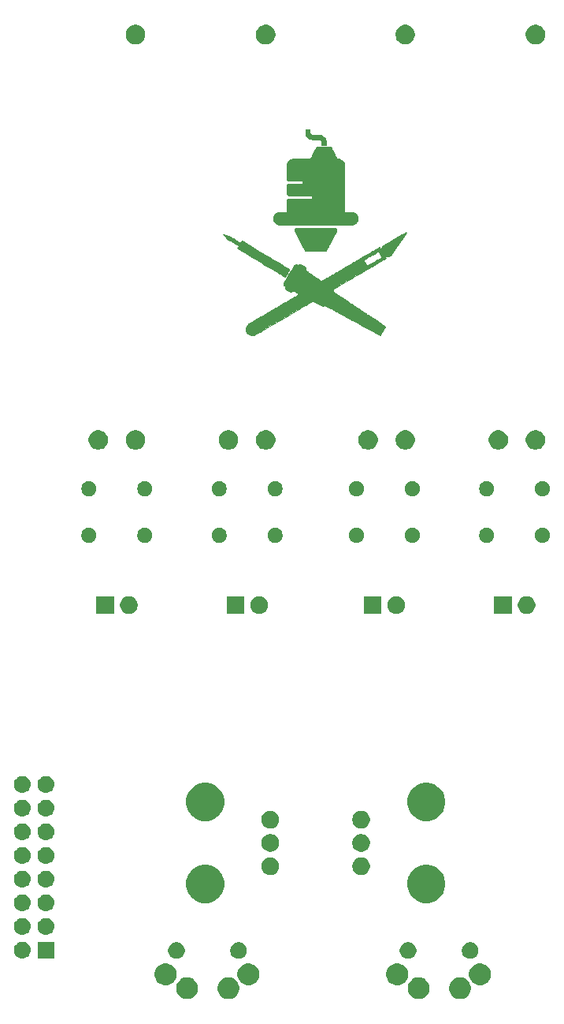
<source format=gbr>
G04 #@! TF.GenerationSoftware,KiCad,Pcbnew,(5.0.2-5-10.14)*
G04 #@! TF.CreationDate,2019-06-16T13:43:50-04:00*
G04 #@! TF.ProjectId,sequencer,73657175-656e-4636-9572-2e6b69636164,rev?*
G04 #@! TF.SameCoordinates,Original*
G04 #@! TF.FileFunction,Soldermask,Bot*
G04 #@! TF.FilePolarity,Negative*
%FSLAX46Y46*%
G04 Gerber Fmt 4.6, Leading zero omitted, Abs format (unit mm)*
G04 Created by KiCad (PCBNEW (5.0.2-5-10.14)) date Sunday, June 16, 2019 at 01:43:50 PM*
%MOMM*%
%LPD*%
G01*
G04 APERTURE LIST*
%ADD10C,0.010000*%
%ADD11C,0.100000*%
G04 APERTURE END LIST*
D10*
G04 #@! TO.C,G\002A\002A\002A*
G36*
X95567500Y-62341631D02*
X95568193Y-62444176D01*
X95570415Y-62524974D01*
X95574383Y-62587647D01*
X95580314Y-62635815D01*
X95587033Y-62667954D01*
X95628770Y-62778824D01*
X95692893Y-62880944D01*
X95777311Y-62972353D01*
X95879936Y-63051092D01*
X95998678Y-63115203D01*
X96107090Y-63155629D01*
X96135749Y-63164056D01*
X96162903Y-63170882D01*
X96191707Y-63176336D01*
X96225314Y-63180646D01*
X96266880Y-63184039D01*
X96319559Y-63186743D01*
X96386506Y-63188984D01*
X96470874Y-63190992D01*
X96575819Y-63192993D01*
X96640650Y-63194126D01*
X97072450Y-63201550D01*
X97144893Y-63237123D01*
X97189650Y-63262773D01*
X97229552Y-63291844D01*
X97249668Y-63311123D01*
X97261183Y-63325515D01*
X97269577Y-63339929D01*
X97275344Y-63358422D01*
X97278976Y-63385052D01*
X97280967Y-63423879D01*
X97281810Y-63478961D01*
X97281998Y-63554355D01*
X97282000Y-63577174D01*
X97282000Y-63804800D01*
X97777300Y-63804800D01*
X97777300Y-63559818D01*
X97775616Y-63436929D01*
X97769683Y-63335158D01*
X97758182Y-63250394D01*
X97739794Y-63178525D01*
X97713198Y-63115438D01*
X97677075Y-63057022D01*
X97630106Y-62999164D01*
X97580787Y-62947472D01*
X97477862Y-62860141D01*
X97362292Y-62791917D01*
X97230047Y-62740455D01*
X97218293Y-62736893D01*
X97190707Y-62729170D01*
X97163170Y-62722888D01*
X97132556Y-62717835D01*
X97095736Y-62713797D01*
X97049585Y-62710563D01*
X96990973Y-62707920D01*
X96916776Y-62705655D01*
X96823864Y-62703557D01*
X96709111Y-62701411D01*
X96691450Y-62701101D01*
X96259650Y-62693550D01*
X96186930Y-62657839D01*
X96146076Y-62637129D01*
X96115341Y-62617975D01*
X96093285Y-62596501D01*
X96078468Y-62568830D01*
X96069451Y-62531083D01*
X96064794Y-62479384D01*
X96063057Y-62409854D01*
X96062800Y-62323537D01*
X96062800Y-62090300D01*
X95567500Y-62090300D01*
X95567500Y-62341631D01*
X95567500Y-62341631D01*
G37*
X95567500Y-62341631D02*
X95568193Y-62444176D01*
X95570415Y-62524974D01*
X95574383Y-62587647D01*
X95580314Y-62635815D01*
X95587033Y-62667954D01*
X95628770Y-62778824D01*
X95692893Y-62880944D01*
X95777311Y-62972353D01*
X95879936Y-63051092D01*
X95998678Y-63115203D01*
X96107090Y-63155629D01*
X96135749Y-63164056D01*
X96162903Y-63170882D01*
X96191707Y-63176336D01*
X96225314Y-63180646D01*
X96266880Y-63184039D01*
X96319559Y-63186743D01*
X96386506Y-63188984D01*
X96470874Y-63190992D01*
X96575819Y-63192993D01*
X96640650Y-63194126D01*
X97072450Y-63201550D01*
X97144893Y-63237123D01*
X97189650Y-63262773D01*
X97229552Y-63291844D01*
X97249668Y-63311123D01*
X97261183Y-63325515D01*
X97269577Y-63339929D01*
X97275344Y-63358422D01*
X97278976Y-63385052D01*
X97280967Y-63423879D01*
X97281810Y-63478961D01*
X97281998Y-63554355D01*
X97282000Y-63577174D01*
X97282000Y-63804800D01*
X97777300Y-63804800D01*
X97777300Y-63559818D01*
X97775616Y-63436929D01*
X97769683Y-63335158D01*
X97758182Y-63250394D01*
X97739794Y-63178525D01*
X97713198Y-63115438D01*
X97677075Y-63057022D01*
X97630106Y-62999164D01*
X97580787Y-62947472D01*
X97477862Y-62860141D01*
X97362292Y-62791917D01*
X97230047Y-62740455D01*
X97218293Y-62736893D01*
X97190707Y-62729170D01*
X97163170Y-62722888D01*
X97132556Y-62717835D01*
X97095736Y-62713797D01*
X97049585Y-62710563D01*
X96990973Y-62707920D01*
X96916776Y-62705655D01*
X96823864Y-62703557D01*
X96709111Y-62701411D01*
X96691450Y-62701101D01*
X96259650Y-62693550D01*
X96186930Y-62657839D01*
X96146076Y-62637129D01*
X96115341Y-62617975D01*
X96093285Y-62596501D01*
X96078468Y-62568830D01*
X96069451Y-62531083D01*
X96064794Y-62479384D01*
X96063057Y-62409854D01*
X96062800Y-62323537D01*
X96062800Y-62090300D01*
X95567500Y-62090300D01*
X95567500Y-62341631D01*
G36*
X97559478Y-63982855D02*
X97518529Y-63982878D01*
X97371313Y-63982984D01*
X97247299Y-63983215D01*
X97144289Y-63983649D01*
X97060085Y-63984358D01*
X96992488Y-63985419D01*
X96939301Y-63986907D01*
X96898326Y-63988896D01*
X96867365Y-63991463D01*
X96844220Y-63994681D01*
X96826692Y-63998626D01*
X96812583Y-64003373D01*
X96803359Y-64007307D01*
X96768935Y-64027323D01*
X96736143Y-64056761D01*
X96702673Y-64098753D01*
X96666216Y-64156429D01*
X96624463Y-64232921D01*
X96596781Y-64287400D01*
X96560935Y-64358695D01*
X96518776Y-64441633D01*
X96475831Y-64525386D01*
X96441238Y-64592200D01*
X96401451Y-64668580D01*
X96356552Y-64754804D01*
X96312416Y-64839590D01*
X96279237Y-64903350D01*
X96243371Y-64971974D01*
X96205434Y-65044034D01*
X96170110Y-65110663D01*
X96143658Y-65160071D01*
X96087364Y-65264393D01*
X95125757Y-65268021D01*
X94164150Y-65271650D01*
X94081600Y-65301088D01*
X94024417Y-65325374D01*
X93963378Y-65357188D01*
X93925627Y-65380463D01*
X93887801Y-65405312D01*
X93858119Y-65423196D01*
X93842782Y-65430387D01*
X93842546Y-65430400D01*
X93829209Y-65438959D01*
X93805258Y-65460526D01*
X93776737Y-65488931D01*
X93749688Y-65518007D01*
X93730155Y-65541583D01*
X93724348Y-65551050D01*
X93715221Y-65567469D01*
X93695935Y-65598022D01*
X93672006Y-65634097D01*
X93640689Y-65686026D01*
X93610929Y-65744605D01*
X93595806Y-65780147D01*
X93589992Y-65795947D01*
X93585019Y-65811523D01*
X93580812Y-65828906D01*
X93577299Y-65850132D01*
X93574406Y-65877234D01*
X93572059Y-65912244D01*
X93570186Y-65957198D01*
X93568711Y-66014128D01*
X93567563Y-66085068D01*
X93566668Y-66172052D01*
X93565952Y-66277113D01*
X93565341Y-66402285D01*
X93564763Y-66549601D01*
X93564400Y-66649600D01*
X93561550Y-67443350D01*
X93589800Y-67500500D01*
X93613827Y-67539591D01*
X93645463Y-67568550D01*
X93687003Y-67592575D01*
X93755955Y-67627500D01*
X94429953Y-67627570D01*
X94587397Y-67627838D01*
X94728397Y-67628589D01*
X94851594Y-67629799D01*
X94955633Y-67631444D01*
X95039155Y-67633499D01*
X95100804Y-67635940D01*
X95139223Y-67638742D01*
X95150531Y-67640579D01*
X95189872Y-67659362D01*
X95228505Y-67689890D01*
X95236256Y-67698100D01*
X95261876Y-67732698D01*
X95273222Y-67767211D01*
X95275400Y-67804992D01*
X95272972Y-67842763D01*
X95266792Y-67869048D01*
X95262493Y-67875278D01*
X95254485Y-67889427D01*
X95255844Y-67893380D01*
X95252482Y-67908462D01*
X95240176Y-67922620D01*
X95227004Y-67933928D01*
X95214098Y-67943548D01*
X95199385Y-67951636D01*
X95180792Y-67958349D01*
X95156245Y-67963842D01*
X95123671Y-67968271D01*
X95080995Y-67971791D01*
X95026145Y-67974558D01*
X94957047Y-67976729D01*
X94871628Y-67978458D01*
X94767814Y-67979901D01*
X94643531Y-67981215D01*
X94496706Y-67982555D01*
X94434937Y-67983100D01*
X94281541Y-67984476D01*
X94151499Y-67985740D01*
X94042767Y-67986979D01*
X93953301Y-67988283D01*
X93881055Y-67989738D01*
X93823985Y-67991433D01*
X93780047Y-67993457D01*
X93747195Y-67995898D01*
X93723385Y-67998844D01*
X93706573Y-68002382D01*
X93694713Y-68006602D01*
X93685762Y-68011592D01*
X93680023Y-68015671D01*
X93649907Y-68042262D01*
X93616563Y-68077431D01*
X93606086Y-68089857D01*
X93567250Y-68137821D01*
X93564024Y-68577985D01*
X93563198Y-68695308D01*
X93562716Y-68790011D01*
X93562722Y-68864872D01*
X93563361Y-68922670D01*
X93564778Y-68966185D01*
X93567116Y-68998193D01*
X93570521Y-69021476D01*
X93575136Y-69038811D01*
X93581108Y-69052976D01*
X93588579Y-69066752D01*
X93589532Y-69068421D01*
X93618028Y-69106578D01*
X93656467Y-69144308D01*
X93673220Y-69157321D01*
X93728174Y-69195950D01*
X94936762Y-69202300D01*
X95144650Y-69203386D01*
X95328641Y-69204388D01*
X95490237Y-69205395D01*
X95630941Y-69206495D01*
X95752253Y-69207775D01*
X95855677Y-69209324D01*
X95942714Y-69211230D01*
X96014867Y-69213582D01*
X96073639Y-69216467D01*
X96120530Y-69219974D01*
X96157044Y-69224190D01*
X96184682Y-69229205D01*
X96204947Y-69235107D01*
X96219341Y-69241982D01*
X96229366Y-69249921D01*
X96236524Y-69259010D01*
X96242317Y-69269338D01*
X96247336Y-69279246D01*
X96258337Y-69315967D01*
X96264454Y-69368035D01*
X96265449Y-69425824D01*
X96261085Y-69479709D01*
X96253168Y-69514729D01*
X96240335Y-69551550D01*
X95005393Y-69551550D01*
X94829755Y-69551649D01*
X94660858Y-69551939D01*
X94500494Y-69552404D01*
X94350451Y-69553032D01*
X94212522Y-69553808D01*
X94088495Y-69554719D01*
X93980163Y-69555750D01*
X93889314Y-69556888D01*
X93817741Y-69558118D01*
X93767232Y-69559428D01*
X93739579Y-69560802D01*
X93735205Y-69561397D01*
X93697050Y-69580298D01*
X93653849Y-69613670D01*
X93613553Y-69654164D01*
X93584115Y-69694427D01*
X93578009Y-69706717D01*
X93573458Y-69730503D01*
X93569545Y-69776426D01*
X93566269Y-69841231D01*
X93563629Y-69921663D01*
X93561627Y-70014468D01*
X93560262Y-70116390D01*
X93559533Y-70224174D01*
X93559440Y-70334567D01*
X93559983Y-70444311D01*
X93561162Y-70550154D01*
X93562976Y-70648839D01*
X93565426Y-70737112D01*
X93568511Y-70811718D01*
X93572231Y-70869402D01*
X93576585Y-70906909D01*
X93578090Y-70914032D01*
X93595280Y-70980300D01*
X93155308Y-70980300D01*
X93026551Y-70980450D01*
X92920128Y-70981174D01*
X92832974Y-70982878D01*
X92762025Y-70985967D01*
X92704214Y-70990848D01*
X92656478Y-70997928D01*
X92615750Y-71007613D01*
X92578966Y-71020310D01*
X92543060Y-71036425D01*
X92504968Y-71056364D01*
X92480857Y-71069734D01*
X92430748Y-71100759D01*
X92380302Y-71137009D01*
X92334054Y-71174600D01*
X92296540Y-71209648D01*
X92272297Y-71238267D01*
X92265500Y-71254193D01*
X92257495Y-71272235D01*
X92237696Y-71298493D01*
X92232204Y-71304618D01*
X92196407Y-71358520D01*
X92168432Y-71431302D01*
X92148846Y-71517502D01*
X92138219Y-71611659D01*
X92137118Y-71708310D01*
X92146112Y-71801993D01*
X92165769Y-71887247D01*
X92170202Y-71900480D01*
X92210556Y-71990577D01*
X92265070Y-72077156D01*
X92329119Y-72154449D01*
X92398075Y-72216686D01*
X92450746Y-72250279D01*
X92478342Y-72266035D01*
X92494268Y-72278012D01*
X92494542Y-72278356D01*
X92509170Y-72286856D01*
X92541013Y-72300466D01*
X92583195Y-72316247D01*
X92583442Y-72316334D01*
X92665550Y-72345265D01*
X96640650Y-72347367D01*
X97011631Y-72347525D01*
X97368432Y-72347602D01*
X97710436Y-72347598D01*
X98037024Y-72347516D01*
X98347578Y-72347356D01*
X98641480Y-72347120D01*
X98918111Y-72346810D01*
X99176854Y-72346427D01*
X99417089Y-72345973D01*
X99638200Y-72345449D01*
X99839567Y-72344856D01*
X100020572Y-72344197D01*
X100180597Y-72343472D01*
X100319024Y-72342683D01*
X100435235Y-72341832D01*
X100528611Y-72340920D01*
X100598534Y-72339948D01*
X100644385Y-72338918D01*
X100665548Y-72337832D01*
X100666550Y-72337665D01*
X100709512Y-72326066D01*
X100755533Y-72311171D01*
X100797278Y-72295658D01*
X100827411Y-72282208D01*
X100838000Y-72275054D01*
X100852672Y-72264765D01*
X100881206Y-72249544D01*
X100890001Y-72245317D01*
X100919553Y-72226938D01*
X100956570Y-72197711D01*
X100995968Y-72162514D01*
X101032665Y-72126225D01*
X101061577Y-72093721D01*
X101077621Y-72069880D01*
X101079300Y-72063665D01*
X101087037Y-72048425D01*
X101092000Y-72047100D01*
X101103493Y-72036914D01*
X101104700Y-72029408D01*
X101114918Y-72009665D01*
X101123143Y-72004640D01*
X101134967Y-71989998D01*
X101150874Y-71956886D01*
X101168148Y-71911307D01*
X101175295Y-71889447D01*
X101190156Y-71838995D01*
X101199548Y-71796964D01*
X101204381Y-71755105D01*
X101205566Y-71705169D01*
X101204014Y-71638906D01*
X101203764Y-71631641D01*
X101200541Y-71561996D01*
X101195692Y-71510362D01*
X101187930Y-71469354D01*
X101175965Y-71431585D01*
X101163590Y-71401241D01*
X101140823Y-71354274D01*
X101116275Y-71312234D01*
X101097628Y-71287071D01*
X101076926Y-71261315D01*
X101066802Y-71241987D01*
X101066600Y-71240249D01*
X101055617Y-71216030D01*
X101025534Y-71184633D01*
X100980651Y-71148757D01*
X100925267Y-71111102D01*
X100863682Y-71074370D01*
X100800196Y-71041262D01*
X100739110Y-71014477D01*
X100684721Y-70996716D01*
X100675450Y-70994574D01*
X100641258Y-70990285D01*
X100583421Y-70986695D01*
X100503685Y-70983853D01*
X100403798Y-70981809D01*
X100285506Y-70980613D01*
X100175617Y-70980300D01*
X100059366Y-70980234D01*
X99966073Y-70979952D01*
X99893297Y-70979327D01*
X99838597Y-70978229D01*
X99799530Y-70976530D01*
X99773655Y-70974104D01*
X99758531Y-70970821D01*
X99751717Y-70966554D01*
X99750770Y-70961175D01*
X99751716Y-70958075D01*
X99755577Y-70946552D01*
X99759118Y-70932002D01*
X99762351Y-70913364D01*
X99765289Y-70889582D01*
X99767943Y-70859597D01*
X99770324Y-70822350D01*
X99772444Y-70776783D01*
X99774316Y-70721839D01*
X99775950Y-70656458D01*
X99777359Y-70579583D01*
X99778554Y-70490155D01*
X99779548Y-70387117D01*
X99780352Y-70269409D01*
X99780977Y-70135974D01*
X99781436Y-69985754D01*
X99781740Y-69817689D01*
X99781901Y-69630723D01*
X99781931Y-69423796D01*
X99781841Y-69195850D01*
X99781644Y-68945828D01*
X99781350Y-68672671D01*
X99780973Y-68375320D01*
X99780914Y-68331637D01*
X99777550Y-65855850D01*
X99743370Y-65770590D01*
X99716944Y-65713907D01*
X99683568Y-65654576D01*
X99657645Y-65615557D01*
X99631705Y-65578973D01*
X99613191Y-65550056D01*
X99606101Y-65535051D01*
X99606100Y-65535033D01*
X99597548Y-65520383D01*
X99576723Y-65496674D01*
X99550874Y-65471099D01*
X99527250Y-65450851D01*
X99513450Y-65443100D01*
X99499067Y-65436278D01*
X99471022Y-65418627D01*
X99444205Y-65400170D01*
X99328094Y-65331433D01*
X99206889Y-65287270D01*
X99078671Y-65267053D01*
X99032281Y-65265520D01*
X98990097Y-65264077D01*
X98966536Y-65258596D01*
X98954886Y-65246850D01*
X98951707Y-65238819D01*
X98942770Y-65218204D01*
X98924170Y-65180275D01*
X98898423Y-65130007D01*
X98868043Y-65072378D01*
X98860255Y-65057844D01*
X98820426Y-64983156D01*
X98776142Y-64899166D01*
X98733240Y-64816990D01*
X98702439Y-64757300D01*
X98666484Y-64687558D01*
X98623862Y-64605642D01*
X98579905Y-64521762D01*
X98539956Y-64446150D01*
X98503252Y-64376626D01*
X98465691Y-64304735D01*
X98431363Y-64238346D01*
X98404356Y-64185328D01*
X98401283Y-64179204D01*
X98381388Y-64139025D01*
X98363617Y-64104718D01*
X98345892Y-64075822D01*
X98326134Y-64051874D01*
X98302265Y-64032413D01*
X98272207Y-64016975D01*
X98233880Y-64005098D01*
X98185206Y-63996321D01*
X98124106Y-63990181D01*
X98048503Y-63986215D01*
X97956317Y-63983962D01*
X97845470Y-63982959D01*
X97713883Y-63982744D01*
X97559478Y-63982855D01*
X97559478Y-63982855D01*
G37*
X97559478Y-63982855D02*
X97518529Y-63982878D01*
X97371313Y-63982984D01*
X97247299Y-63983215D01*
X97144289Y-63983649D01*
X97060085Y-63984358D01*
X96992488Y-63985419D01*
X96939301Y-63986907D01*
X96898326Y-63988896D01*
X96867365Y-63991463D01*
X96844220Y-63994681D01*
X96826692Y-63998626D01*
X96812583Y-64003373D01*
X96803359Y-64007307D01*
X96768935Y-64027323D01*
X96736143Y-64056761D01*
X96702673Y-64098753D01*
X96666216Y-64156429D01*
X96624463Y-64232921D01*
X96596781Y-64287400D01*
X96560935Y-64358695D01*
X96518776Y-64441633D01*
X96475831Y-64525386D01*
X96441238Y-64592200D01*
X96401451Y-64668580D01*
X96356552Y-64754804D01*
X96312416Y-64839590D01*
X96279237Y-64903350D01*
X96243371Y-64971974D01*
X96205434Y-65044034D01*
X96170110Y-65110663D01*
X96143658Y-65160071D01*
X96087364Y-65264393D01*
X95125757Y-65268021D01*
X94164150Y-65271650D01*
X94081600Y-65301088D01*
X94024417Y-65325374D01*
X93963378Y-65357188D01*
X93925627Y-65380463D01*
X93887801Y-65405312D01*
X93858119Y-65423196D01*
X93842782Y-65430387D01*
X93842546Y-65430400D01*
X93829209Y-65438959D01*
X93805258Y-65460526D01*
X93776737Y-65488931D01*
X93749688Y-65518007D01*
X93730155Y-65541583D01*
X93724348Y-65551050D01*
X93715221Y-65567469D01*
X93695935Y-65598022D01*
X93672006Y-65634097D01*
X93640689Y-65686026D01*
X93610929Y-65744605D01*
X93595806Y-65780147D01*
X93589992Y-65795947D01*
X93585019Y-65811523D01*
X93580812Y-65828906D01*
X93577299Y-65850132D01*
X93574406Y-65877234D01*
X93572059Y-65912244D01*
X93570186Y-65957198D01*
X93568711Y-66014128D01*
X93567563Y-66085068D01*
X93566668Y-66172052D01*
X93565952Y-66277113D01*
X93565341Y-66402285D01*
X93564763Y-66549601D01*
X93564400Y-66649600D01*
X93561550Y-67443350D01*
X93589800Y-67500500D01*
X93613827Y-67539591D01*
X93645463Y-67568550D01*
X93687003Y-67592575D01*
X93755955Y-67627500D01*
X94429953Y-67627570D01*
X94587397Y-67627838D01*
X94728397Y-67628589D01*
X94851594Y-67629799D01*
X94955633Y-67631444D01*
X95039155Y-67633499D01*
X95100804Y-67635940D01*
X95139223Y-67638742D01*
X95150531Y-67640579D01*
X95189872Y-67659362D01*
X95228505Y-67689890D01*
X95236256Y-67698100D01*
X95261876Y-67732698D01*
X95273222Y-67767211D01*
X95275400Y-67804992D01*
X95272972Y-67842763D01*
X95266792Y-67869048D01*
X95262493Y-67875278D01*
X95254485Y-67889427D01*
X95255844Y-67893380D01*
X95252482Y-67908462D01*
X95240176Y-67922620D01*
X95227004Y-67933928D01*
X95214098Y-67943548D01*
X95199385Y-67951636D01*
X95180792Y-67958349D01*
X95156245Y-67963842D01*
X95123671Y-67968271D01*
X95080995Y-67971791D01*
X95026145Y-67974558D01*
X94957047Y-67976729D01*
X94871628Y-67978458D01*
X94767814Y-67979901D01*
X94643531Y-67981215D01*
X94496706Y-67982555D01*
X94434937Y-67983100D01*
X94281541Y-67984476D01*
X94151499Y-67985740D01*
X94042767Y-67986979D01*
X93953301Y-67988283D01*
X93881055Y-67989738D01*
X93823985Y-67991433D01*
X93780047Y-67993457D01*
X93747195Y-67995898D01*
X93723385Y-67998844D01*
X93706573Y-68002382D01*
X93694713Y-68006602D01*
X93685762Y-68011592D01*
X93680023Y-68015671D01*
X93649907Y-68042262D01*
X93616563Y-68077431D01*
X93606086Y-68089857D01*
X93567250Y-68137821D01*
X93564024Y-68577985D01*
X93563198Y-68695308D01*
X93562716Y-68790011D01*
X93562722Y-68864872D01*
X93563361Y-68922670D01*
X93564778Y-68966185D01*
X93567116Y-68998193D01*
X93570521Y-69021476D01*
X93575136Y-69038811D01*
X93581108Y-69052976D01*
X93588579Y-69066752D01*
X93589532Y-69068421D01*
X93618028Y-69106578D01*
X93656467Y-69144308D01*
X93673220Y-69157321D01*
X93728174Y-69195950D01*
X94936762Y-69202300D01*
X95144650Y-69203386D01*
X95328641Y-69204388D01*
X95490237Y-69205395D01*
X95630941Y-69206495D01*
X95752253Y-69207775D01*
X95855677Y-69209324D01*
X95942714Y-69211230D01*
X96014867Y-69213582D01*
X96073639Y-69216467D01*
X96120530Y-69219974D01*
X96157044Y-69224190D01*
X96184682Y-69229205D01*
X96204947Y-69235107D01*
X96219341Y-69241982D01*
X96229366Y-69249921D01*
X96236524Y-69259010D01*
X96242317Y-69269338D01*
X96247336Y-69279246D01*
X96258337Y-69315967D01*
X96264454Y-69368035D01*
X96265449Y-69425824D01*
X96261085Y-69479709D01*
X96253168Y-69514729D01*
X96240335Y-69551550D01*
X95005393Y-69551550D01*
X94829755Y-69551649D01*
X94660858Y-69551939D01*
X94500494Y-69552404D01*
X94350451Y-69553032D01*
X94212522Y-69553808D01*
X94088495Y-69554719D01*
X93980163Y-69555750D01*
X93889314Y-69556888D01*
X93817741Y-69558118D01*
X93767232Y-69559428D01*
X93739579Y-69560802D01*
X93735205Y-69561397D01*
X93697050Y-69580298D01*
X93653849Y-69613670D01*
X93613553Y-69654164D01*
X93584115Y-69694427D01*
X93578009Y-69706717D01*
X93573458Y-69730503D01*
X93569545Y-69776426D01*
X93566269Y-69841231D01*
X93563629Y-69921663D01*
X93561627Y-70014468D01*
X93560262Y-70116390D01*
X93559533Y-70224174D01*
X93559440Y-70334567D01*
X93559983Y-70444311D01*
X93561162Y-70550154D01*
X93562976Y-70648839D01*
X93565426Y-70737112D01*
X93568511Y-70811718D01*
X93572231Y-70869402D01*
X93576585Y-70906909D01*
X93578090Y-70914032D01*
X93595280Y-70980300D01*
X93155308Y-70980300D01*
X93026551Y-70980450D01*
X92920128Y-70981174D01*
X92832974Y-70982878D01*
X92762025Y-70985967D01*
X92704214Y-70990848D01*
X92656478Y-70997928D01*
X92615750Y-71007613D01*
X92578966Y-71020310D01*
X92543060Y-71036425D01*
X92504968Y-71056364D01*
X92480857Y-71069734D01*
X92430748Y-71100759D01*
X92380302Y-71137009D01*
X92334054Y-71174600D01*
X92296540Y-71209648D01*
X92272297Y-71238267D01*
X92265500Y-71254193D01*
X92257495Y-71272235D01*
X92237696Y-71298493D01*
X92232204Y-71304618D01*
X92196407Y-71358520D01*
X92168432Y-71431302D01*
X92148846Y-71517502D01*
X92138219Y-71611659D01*
X92137118Y-71708310D01*
X92146112Y-71801993D01*
X92165769Y-71887247D01*
X92170202Y-71900480D01*
X92210556Y-71990577D01*
X92265070Y-72077156D01*
X92329119Y-72154449D01*
X92398075Y-72216686D01*
X92450746Y-72250279D01*
X92478342Y-72266035D01*
X92494268Y-72278012D01*
X92494542Y-72278356D01*
X92509170Y-72286856D01*
X92541013Y-72300466D01*
X92583195Y-72316247D01*
X92583442Y-72316334D01*
X92665550Y-72345265D01*
X96640650Y-72347367D01*
X97011631Y-72347525D01*
X97368432Y-72347602D01*
X97710436Y-72347598D01*
X98037024Y-72347516D01*
X98347578Y-72347356D01*
X98641480Y-72347120D01*
X98918111Y-72346810D01*
X99176854Y-72346427D01*
X99417089Y-72345973D01*
X99638200Y-72345449D01*
X99839567Y-72344856D01*
X100020572Y-72344197D01*
X100180597Y-72343472D01*
X100319024Y-72342683D01*
X100435235Y-72341832D01*
X100528611Y-72340920D01*
X100598534Y-72339948D01*
X100644385Y-72338918D01*
X100665548Y-72337832D01*
X100666550Y-72337665D01*
X100709512Y-72326066D01*
X100755533Y-72311171D01*
X100797278Y-72295658D01*
X100827411Y-72282208D01*
X100838000Y-72275054D01*
X100852672Y-72264765D01*
X100881206Y-72249544D01*
X100890001Y-72245317D01*
X100919553Y-72226938D01*
X100956570Y-72197711D01*
X100995968Y-72162514D01*
X101032665Y-72126225D01*
X101061577Y-72093721D01*
X101077621Y-72069880D01*
X101079300Y-72063665D01*
X101087037Y-72048425D01*
X101092000Y-72047100D01*
X101103493Y-72036914D01*
X101104700Y-72029408D01*
X101114918Y-72009665D01*
X101123143Y-72004640D01*
X101134967Y-71989998D01*
X101150874Y-71956886D01*
X101168148Y-71911307D01*
X101175295Y-71889447D01*
X101190156Y-71838995D01*
X101199548Y-71796964D01*
X101204381Y-71755105D01*
X101205566Y-71705169D01*
X101204014Y-71638906D01*
X101203764Y-71631641D01*
X101200541Y-71561996D01*
X101195692Y-71510362D01*
X101187930Y-71469354D01*
X101175965Y-71431585D01*
X101163590Y-71401241D01*
X101140823Y-71354274D01*
X101116275Y-71312234D01*
X101097628Y-71287071D01*
X101076926Y-71261315D01*
X101066802Y-71241987D01*
X101066600Y-71240249D01*
X101055617Y-71216030D01*
X101025534Y-71184633D01*
X100980651Y-71148757D01*
X100925267Y-71111102D01*
X100863682Y-71074370D01*
X100800196Y-71041262D01*
X100739110Y-71014477D01*
X100684721Y-70996716D01*
X100675450Y-70994574D01*
X100641258Y-70990285D01*
X100583421Y-70986695D01*
X100503685Y-70983853D01*
X100403798Y-70981809D01*
X100285506Y-70980613D01*
X100175617Y-70980300D01*
X100059366Y-70980234D01*
X99966073Y-70979952D01*
X99893297Y-70979327D01*
X99838597Y-70978229D01*
X99799530Y-70976530D01*
X99773655Y-70974104D01*
X99758531Y-70970821D01*
X99751717Y-70966554D01*
X99750770Y-70961175D01*
X99751716Y-70958075D01*
X99755577Y-70946552D01*
X99759118Y-70932002D01*
X99762351Y-70913364D01*
X99765289Y-70889582D01*
X99767943Y-70859597D01*
X99770324Y-70822350D01*
X99772444Y-70776783D01*
X99774316Y-70721839D01*
X99775950Y-70656458D01*
X99777359Y-70579583D01*
X99778554Y-70490155D01*
X99779548Y-70387117D01*
X99780352Y-70269409D01*
X99780977Y-70135974D01*
X99781436Y-69985754D01*
X99781740Y-69817689D01*
X99781901Y-69630723D01*
X99781931Y-69423796D01*
X99781841Y-69195850D01*
X99781644Y-68945828D01*
X99781350Y-68672671D01*
X99780973Y-68375320D01*
X99780914Y-68331637D01*
X99777550Y-65855850D01*
X99743370Y-65770590D01*
X99716944Y-65713907D01*
X99683568Y-65654576D01*
X99657645Y-65615557D01*
X99631705Y-65578973D01*
X99613191Y-65550056D01*
X99606101Y-65535051D01*
X99606100Y-65535033D01*
X99597548Y-65520383D01*
X99576723Y-65496674D01*
X99550874Y-65471099D01*
X99527250Y-65450851D01*
X99513450Y-65443100D01*
X99499067Y-65436278D01*
X99471022Y-65418627D01*
X99444205Y-65400170D01*
X99328094Y-65331433D01*
X99206889Y-65287270D01*
X99078671Y-65267053D01*
X99032281Y-65265520D01*
X98990097Y-65264077D01*
X98966536Y-65258596D01*
X98954886Y-65246850D01*
X98951707Y-65238819D01*
X98942770Y-65218204D01*
X98924170Y-65180275D01*
X98898423Y-65130007D01*
X98868043Y-65072378D01*
X98860255Y-65057844D01*
X98820426Y-64983156D01*
X98776142Y-64899166D01*
X98733240Y-64816990D01*
X98702439Y-64757300D01*
X98666484Y-64687558D01*
X98623862Y-64605642D01*
X98579905Y-64521762D01*
X98539956Y-64446150D01*
X98503252Y-64376626D01*
X98465691Y-64304735D01*
X98431363Y-64238346D01*
X98404356Y-64185328D01*
X98401283Y-64179204D01*
X98381388Y-64139025D01*
X98363617Y-64104718D01*
X98345892Y-64075822D01*
X98326134Y-64051874D01*
X98302265Y-64032413D01*
X98272207Y-64016975D01*
X98233880Y-64005098D01*
X98185206Y-63996321D01*
X98124106Y-63990181D01*
X98048503Y-63986215D01*
X97956317Y-63983962D01*
X97845470Y-63982959D01*
X97713883Y-63982744D01*
X97559478Y-63982855D01*
G36*
X94538800Y-72733844D02*
X94491080Y-72769656D01*
X94456458Y-72818336D01*
X94450955Y-72829094D01*
X94427957Y-72888288D01*
X94420033Y-72945826D01*
X94427640Y-73007392D01*
X94451236Y-73078675D01*
X94475381Y-73132950D01*
X94499239Y-73181962D01*
X94519587Y-73221830D01*
X94533689Y-73247294D01*
X94538167Y-73253600D01*
X94546552Y-73266714D01*
X94563829Y-73298326D01*
X94587719Y-73344122D01*
X94615943Y-73399786D01*
X94625379Y-73418700D01*
X94655048Y-73477659D01*
X94681648Y-73529156D01*
X94702714Y-73568516D01*
X94715781Y-73591065D01*
X94717695Y-73593759D01*
X94728029Y-73610471D01*
X94747352Y-73645373D01*
X94773243Y-73693963D01*
X94803283Y-73751739D01*
X94815932Y-73776442D01*
X94856079Y-73854817D01*
X94901758Y-73943398D01*
X94947201Y-74031031D01*
X94984790Y-74103033D01*
X95081745Y-74288572D01*
X95185853Y-74489086D01*
X95293056Y-74696757D01*
X95315045Y-74739500D01*
X95352693Y-74811823D01*
X95394071Y-74889847D01*
X95434042Y-74963959D01*
X95466105Y-75022120D01*
X95482331Y-75052539D01*
X95495840Y-75079237D01*
X95508298Y-75102454D01*
X95521373Y-75122430D01*
X95536730Y-75139404D01*
X95556037Y-75153613D01*
X95580960Y-75165299D01*
X95613165Y-75174700D01*
X95654319Y-75182054D01*
X95706088Y-75187602D01*
X95770140Y-75191583D01*
X95848140Y-75194235D01*
X95941755Y-75195798D01*
X96052652Y-75196511D01*
X96182497Y-75196612D01*
X96332956Y-75196342D01*
X96505698Y-75195940D01*
X96675437Y-75195668D01*
X96877536Y-75195358D01*
X97055329Y-75194848D01*
X97209911Y-75194120D01*
X97342374Y-75193159D01*
X97453813Y-75191947D01*
X97545322Y-75190470D01*
X97617994Y-75188710D01*
X97672923Y-75186651D01*
X97711203Y-75184277D01*
X97733927Y-75181572D01*
X97740527Y-75179793D01*
X97773403Y-75162120D01*
X97794797Y-75147274D01*
X97812487Y-75125601D01*
X97840667Y-75081550D01*
X97879001Y-75015718D01*
X97927150Y-74928703D01*
X97984776Y-74821103D01*
X98051543Y-74693517D01*
X98057328Y-74682350D01*
X98098518Y-74602836D01*
X98142542Y-74517932D01*
X98185280Y-74435576D01*
X98222612Y-74363710D01*
X98238532Y-74333100D01*
X98276746Y-74259640D01*
X98319765Y-74176898D01*
X98361492Y-74096603D01*
X98387074Y-74047350D01*
X98420700Y-73982651D01*
X98461380Y-73904469D01*
X98504416Y-73821833D01*
X98545104Y-73743775D01*
X98552367Y-73729850D01*
X98592318Y-73652938D01*
X98635699Y-73568872D01*
X98677715Y-73486980D01*
X98713568Y-73416589D01*
X98718926Y-73406000D01*
X98747811Y-73349613D01*
X98773536Y-73300819D01*
X98793485Y-73264483D01*
X98805042Y-73245467D01*
X98805715Y-73244611D01*
X98817431Y-73223829D01*
X98818700Y-73217094D01*
X98826792Y-73201459D01*
X98828225Y-73200683D01*
X98837954Y-73187939D01*
X98854909Y-73158159D01*
X98875692Y-73117377D01*
X98879025Y-73110484D01*
X98911738Y-73022638D01*
X98921174Y-72942354D01*
X98907423Y-72867229D01*
X98889326Y-72825950D01*
X98868648Y-72791193D01*
X98846013Y-72765676D01*
X98814195Y-72742952D01*
X98767900Y-72717570D01*
X98759421Y-72715369D01*
X98742197Y-72713362D01*
X98715205Y-72711542D01*
X98677418Y-72709900D01*
X98627811Y-72708429D01*
X98565361Y-72707120D01*
X98489042Y-72705965D01*
X98397828Y-72704957D01*
X98290695Y-72704088D01*
X98166617Y-72703348D01*
X98024570Y-72702731D01*
X97863529Y-72702229D01*
X97682468Y-72701833D01*
X97480363Y-72701535D01*
X97256188Y-72701327D01*
X97008919Y-72701202D01*
X96737531Y-72701152D01*
X96666050Y-72701150D01*
X94595950Y-72701150D01*
X94538800Y-72733844D01*
X94538800Y-72733844D01*
G37*
X94538800Y-72733844D02*
X94491080Y-72769656D01*
X94456458Y-72818336D01*
X94450955Y-72829094D01*
X94427957Y-72888288D01*
X94420033Y-72945826D01*
X94427640Y-73007392D01*
X94451236Y-73078675D01*
X94475381Y-73132950D01*
X94499239Y-73181962D01*
X94519587Y-73221830D01*
X94533689Y-73247294D01*
X94538167Y-73253600D01*
X94546552Y-73266714D01*
X94563829Y-73298326D01*
X94587719Y-73344122D01*
X94615943Y-73399786D01*
X94625379Y-73418700D01*
X94655048Y-73477659D01*
X94681648Y-73529156D01*
X94702714Y-73568516D01*
X94715781Y-73591065D01*
X94717695Y-73593759D01*
X94728029Y-73610471D01*
X94747352Y-73645373D01*
X94773243Y-73693963D01*
X94803283Y-73751739D01*
X94815932Y-73776442D01*
X94856079Y-73854817D01*
X94901758Y-73943398D01*
X94947201Y-74031031D01*
X94984790Y-74103033D01*
X95081745Y-74288572D01*
X95185853Y-74489086D01*
X95293056Y-74696757D01*
X95315045Y-74739500D01*
X95352693Y-74811823D01*
X95394071Y-74889847D01*
X95434042Y-74963959D01*
X95466105Y-75022120D01*
X95482331Y-75052539D01*
X95495840Y-75079237D01*
X95508298Y-75102454D01*
X95521373Y-75122430D01*
X95536730Y-75139404D01*
X95556037Y-75153613D01*
X95580960Y-75165299D01*
X95613165Y-75174700D01*
X95654319Y-75182054D01*
X95706088Y-75187602D01*
X95770140Y-75191583D01*
X95848140Y-75194235D01*
X95941755Y-75195798D01*
X96052652Y-75196511D01*
X96182497Y-75196612D01*
X96332956Y-75196342D01*
X96505698Y-75195940D01*
X96675437Y-75195668D01*
X96877536Y-75195358D01*
X97055329Y-75194848D01*
X97209911Y-75194120D01*
X97342374Y-75193159D01*
X97453813Y-75191947D01*
X97545322Y-75190470D01*
X97617994Y-75188710D01*
X97672923Y-75186651D01*
X97711203Y-75184277D01*
X97733927Y-75181572D01*
X97740527Y-75179793D01*
X97773403Y-75162120D01*
X97794797Y-75147274D01*
X97812487Y-75125601D01*
X97840667Y-75081550D01*
X97879001Y-75015718D01*
X97927150Y-74928703D01*
X97984776Y-74821103D01*
X98051543Y-74693517D01*
X98057328Y-74682350D01*
X98098518Y-74602836D01*
X98142542Y-74517932D01*
X98185280Y-74435576D01*
X98222612Y-74363710D01*
X98238532Y-74333100D01*
X98276746Y-74259640D01*
X98319765Y-74176898D01*
X98361492Y-74096603D01*
X98387074Y-74047350D01*
X98420700Y-73982651D01*
X98461380Y-73904469D01*
X98504416Y-73821833D01*
X98545104Y-73743775D01*
X98552367Y-73729850D01*
X98592318Y-73652938D01*
X98635699Y-73568872D01*
X98677715Y-73486980D01*
X98713568Y-73416589D01*
X98718926Y-73406000D01*
X98747811Y-73349613D01*
X98773536Y-73300819D01*
X98793485Y-73264483D01*
X98805042Y-73245467D01*
X98805715Y-73244611D01*
X98817431Y-73223829D01*
X98818700Y-73217094D01*
X98826792Y-73201459D01*
X98828225Y-73200683D01*
X98837954Y-73187939D01*
X98854909Y-73158159D01*
X98875692Y-73117377D01*
X98879025Y-73110484D01*
X98911738Y-73022638D01*
X98921174Y-72942354D01*
X98907423Y-72867229D01*
X98889326Y-72825950D01*
X98868648Y-72791193D01*
X98846013Y-72765676D01*
X98814195Y-72742952D01*
X98767900Y-72717570D01*
X98759421Y-72715369D01*
X98742197Y-72713362D01*
X98715205Y-72711542D01*
X98677418Y-72709900D01*
X98627811Y-72708429D01*
X98565361Y-72707120D01*
X98489042Y-72705965D01*
X98397828Y-72704957D01*
X98290695Y-72704088D01*
X98166617Y-72703348D01*
X98024570Y-72702731D01*
X97863529Y-72702229D01*
X97682468Y-72701833D01*
X97480363Y-72701535D01*
X97256188Y-72701327D01*
X97008919Y-72701202D01*
X96737531Y-72701152D01*
X96666050Y-72701150D01*
X94595950Y-72701150D01*
X94538800Y-72733844D01*
G36*
X86732287Y-73376945D02*
X86729906Y-73388329D01*
X86741783Y-73410412D01*
X86768686Y-73444583D01*
X86811384Y-73492233D01*
X86870645Y-73554751D01*
X86947238Y-73633527D01*
X86954060Y-73640495D01*
X87173470Y-73864498D01*
X87462060Y-74039202D01*
X87556082Y-74096118D01*
X87664726Y-74161880D01*
X87780880Y-74232186D01*
X87897437Y-74302733D01*
X88007285Y-74369216D01*
X88071325Y-74407973D01*
X88152443Y-74457488D01*
X88226019Y-74503214D01*
X88289360Y-74543410D01*
X88339771Y-74576339D01*
X88374560Y-74600261D01*
X88391033Y-74613436D01*
X88392000Y-74615031D01*
X88385785Y-74630906D01*
X88369082Y-74662942D01*
X88344801Y-74705723D01*
X88328413Y-74733294D01*
X88301723Y-74780256D01*
X88282024Y-74820329D01*
X88271923Y-74847893D01*
X88271487Y-74855927D01*
X88283611Y-74866465D01*
X88314937Y-74888345D01*
X88362853Y-74919893D01*
X88424752Y-74959434D01*
X88498022Y-75005295D01*
X88580055Y-75055800D01*
X88636700Y-75090242D01*
X88700715Y-75128973D01*
X88767834Y-75169576D01*
X88839178Y-75212727D01*
X88915870Y-75259106D01*
X88999032Y-75309390D01*
X89089786Y-75364258D01*
X89189253Y-75424388D01*
X89298557Y-75490458D01*
X89418818Y-75563145D01*
X89551159Y-75643129D01*
X89696702Y-75731088D01*
X89856569Y-75827698D01*
X90031882Y-75933640D01*
X90223762Y-76049590D01*
X90433333Y-76176227D01*
X90661716Y-76314230D01*
X90910032Y-76464276D01*
X91071700Y-76561963D01*
X91228296Y-76656585D01*
X91391065Y-76754938D01*
X91556893Y-76855140D01*
X91722667Y-76955309D01*
X91885271Y-77053563D01*
X92041594Y-77148022D01*
X92188520Y-77236804D01*
X92322937Y-77318026D01*
X92441730Y-77389809D01*
X92538550Y-77448314D01*
X92651280Y-77516450D01*
X92762085Y-77583453D01*
X92868133Y-77647608D01*
X92966588Y-77707199D01*
X93054615Y-77760510D01*
X93129381Y-77805824D01*
X93188050Y-77841425D01*
X93227552Y-77865454D01*
X93280763Y-77897733D01*
X93325592Y-77924606D01*
X93357905Y-77943618D01*
X93373566Y-77952314D01*
X93374350Y-77952600D01*
X93386115Y-77945763D01*
X93398139Y-77936725D01*
X93409418Y-77922237D01*
X93431960Y-77888704D01*
X93464017Y-77838892D01*
X93503839Y-77775568D01*
X93549676Y-77701500D01*
X93599781Y-77619456D01*
X93624896Y-77577950D01*
X93689063Y-77471752D01*
X93741345Y-77385290D01*
X93782767Y-77316419D01*
X93814353Y-77263001D01*
X93837125Y-77222892D01*
X93852107Y-77193951D01*
X93860324Y-77174037D01*
X93862798Y-77161008D01*
X93860554Y-77152723D01*
X93854615Y-77147040D01*
X93846004Y-77141818D01*
X93836415Y-77135435D01*
X93816841Y-77122161D01*
X93778474Y-77097682D01*
X93724307Y-77063852D01*
X93657334Y-77022522D01*
X93580547Y-76975546D01*
X93496940Y-76924778D01*
X93461765Y-76903526D01*
X93407633Y-76870854D01*
X93333493Y-76826084D01*
X93241070Y-76770259D01*
X93132093Y-76704422D01*
X93008287Y-76629618D01*
X92871380Y-76546889D01*
X92723099Y-76457279D01*
X92565171Y-76361833D01*
X92399323Y-76261593D01*
X92227280Y-76157603D01*
X92050771Y-76050907D01*
X91871523Y-75942548D01*
X91719400Y-75850582D01*
X91398867Y-75656803D01*
X91094749Y-75472959D01*
X90807490Y-75299317D01*
X90537533Y-75136145D01*
X90285322Y-74983712D01*
X90051301Y-74842285D01*
X89835914Y-74712133D01*
X89639603Y-74593523D01*
X89462813Y-74486724D01*
X89305987Y-74392004D01*
X89169568Y-74309631D01*
X89054000Y-74239872D01*
X88960812Y-74183651D01*
X88895403Y-74145150D01*
X88837206Y-74112692D01*
X88789881Y-74088180D01*
X88757086Y-74073517D01*
X88742952Y-74070339D01*
X88728706Y-74083803D01*
X88705784Y-74114036D01*
X88678058Y-74155725D01*
X88663375Y-74179585D01*
X88635243Y-74224734D01*
X88610676Y-74260916D01*
X88593290Y-74282956D01*
X88588283Y-74287110D01*
X88575132Y-74281712D01*
X88542290Y-74264271D01*
X88491761Y-74235953D01*
X88425549Y-74197923D01*
X88345658Y-74151348D01*
X88254093Y-74097394D01*
X88152857Y-74037225D01*
X88043955Y-73972009D01*
X87969306Y-73927041D01*
X87835122Y-73846156D01*
X87720591Y-73777468D01*
X87623731Y-73719870D01*
X87542558Y-73672256D01*
X87475088Y-73633520D01*
X87419338Y-73602555D01*
X87373324Y-73578254D01*
X87335064Y-73559513D01*
X87302572Y-73545223D01*
X87273866Y-73534280D01*
X87252608Y-73527287D01*
X87199065Y-73510715D01*
X87151504Y-73495862D01*
X87117523Y-73485108D01*
X87109300Y-73482442D01*
X87081799Y-73473804D01*
X87038651Y-73460714D01*
X86988597Y-73445818D01*
X86982300Y-73443964D01*
X86924151Y-73426535D01*
X86864356Y-73408088D01*
X86817296Y-73393081D01*
X86776750Y-73380710D01*
X86748158Y-73374868D01*
X86732287Y-73376945D01*
X86732287Y-73376945D01*
G37*
X86732287Y-73376945D02*
X86729906Y-73388329D01*
X86741783Y-73410412D01*
X86768686Y-73444583D01*
X86811384Y-73492233D01*
X86870645Y-73554751D01*
X86947238Y-73633527D01*
X86954060Y-73640495D01*
X87173470Y-73864498D01*
X87462060Y-74039202D01*
X87556082Y-74096118D01*
X87664726Y-74161880D01*
X87780880Y-74232186D01*
X87897437Y-74302733D01*
X88007285Y-74369216D01*
X88071325Y-74407973D01*
X88152443Y-74457488D01*
X88226019Y-74503214D01*
X88289360Y-74543410D01*
X88339771Y-74576339D01*
X88374560Y-74600261D01*
X88391033Y-74613436D01*
X88392000Y-74615031D01*
X88385785Y-74630906D01*
X88369082Y-74662942D01*
X88344801Y-74705723D01*
X88328413Y-74733294D01*
X88301723Y-74780256D01*
X88282024Y-74820329D01*
X88271923Y-74847893D01*
X88271487Y-74855927D01*
X88283611Y-74866465D01*
X88314937Y-74888345D01*
X88362853Y-74919893D01*
X88424752Y-74959434D01*
X88498022Y-75005295D01*
X88580055Y-75055800D01*
X88636700Y-75090242D01*
X88700715Y-75128973D01*
X88767834Y-75169576D01*
X88839178Y-75212727D01*
X88915870Y-75259106D01*
X88999032Y-75309390D01*
X89089786Y-75364258D01*
X89189253Y-75424388D01*
X89298557Y-75490458D01*
X89418818Y-75563145D01*
X89551159Y-75643129D01*
X89696702Y-75731088D01*
X89856569Y-75827698D01*
X90031882Y-75933640D01*
X90223762Y-76049590D01*
X90433333Y-76176227D01*
X90661716Y-76314230D01*
X90910032Y-76464276D01*
X91071700Y-76561963D01*
X91228296Y-76656585D01*
X91391065Y-76754938D01*
X91556893Y-76855140D01*
X91722667Y-76955309D01*
X91885271Y-77053563D01*
X92041594Y-77148022D01*
X92188520Y-77236804D01*
X92322937Y-77318026D01*
X92441730Y-77389809D01*
X92538550Y-77448314D01*
X92651280Y-77516450D01*
X92762085Y-77583453D01*
X92868133Y-77647608D01*
X92966588Y-77707199D01*
X93054615Y-77760510D01*
X93129381Y-77805824D01*
X93188050Y-77841425D01*
X93227552Y-77865454D01*
X93280763Y-77897733D01*
X93325592Y-77924606D01*
X93357905Y-77943618D01*
X93373566Y-77952314D01*
X93374350Y-77952600D01*
X93386115Y-77945763D01*
X93398139Y-77936725D01*
X93409418Y-77922237D01*
X93431960Y-77888704D01*
X93464017Y-77838892D01*
X93503839Y-77775568D01*
X93549676Y-77701500D01*
X93599781Y-77619456D01*
X93624896Y-77577950D01*
X93689063Y-77471752D01*
X93741345Y-77385290D01*
X93782767Y-77316419D01*
X93814353Y-77263001D01*
X93837125Y-77222892D01*
X93852107Y-77193951D01*
X93860324Y-77174037D01*
X93862798Y-77161008D01*
X93860554Y-77152723D01*
X93854615Y-77147040D01*
X93846004Y-77141818D01*
X93836415Y-77135435D01*
X93816841Y-77122161D01*
X93778474Y-77097682D01*
X93724307Y-77063852D01*
X93657334Y-77022522D01*
X93580547Y-76975546D01*
X93496940Y-76924778D01*
X93461765Y-76903526D01*
X93407633Y-76870854D01*
X93333493Y-76826084D01*
X93241070Y-76770259D01*
X93132093Y-76704422D01*
X93008287Y-76629618D01*
X92871380Y-76546889D01*
X92723099Y-76457279D01*
X92565171Y-76361833D01*
X92399323Y-76261593D01*
X92227280Y-76157603D01*
X92050771Y-76050907D01*
X91871523Y-75942548D01*
X91719400Y-75850582D01*
X91398867Y-75656803D01*
X91094749Y-75472959D01*
X90807490Y-75299317D01*
X90537533Y-75136145D01*
X90285322Y-74983712D01*
X90051301Y-74842285D01*
X89835914Y-74712133D01*
X89639603Y-74593523D01*
X89462813Y-74486724D01*
X89305987Y-74392004D01*
X89169568Y-74309631D01*
X89054000Y-74239872D01*
X88960812Y-74183651D01*
X88895403Y-74145150D01*
X88837206Y-74112692D01*
X88789881Y-74088180D01*
X88757086Y-74073517D01*
X88742952Y-74070339D01*
X88728706Y-74083803D01*
X88705784Y-74114036D01*
X88678058Y-74155725D01*
X88663375Y-74179585D01*
X88635243Y-74224734D01*
X88610676Y-74260916D01*
X88593290Y-74282956D01*
X88588283Y-74287110D01*
X88575132Y-74281712D01*
X88542290Y-74264271D01*
X88491761Y-74235953D01*
X88425549Y-74197923D01*
X88345658Y-74151348D01*
X88254093Y-74097394D01*
X88152857Y-74037225D01*
X88043955Y-73972009D01*
X87969306Y-73927041D01*
X87835122Y-73846156D01*
X87720591Y-73777468D01*
X87623731Y-73719870D01*
X87542558Y-73672256D01*
X87475088Y-73633520D01*
X87419338Y-73602555D01*
X87373324Y-73578254D01*
X87335064Y-73559513D01*
X87302572Y-73545223D01*
X87273866Y-73534280D01*
X87252608Y-73527287D01*
X87199065Y-73510715D01*
X87151504Y-73495862D01*
X87117523Y-73485108D01*
X87109300Y-73482442D01*
X87081799Y-73473804D01*
X87038651Y-73460714D01*
X86988597Y-73445818D01*
X86982300Y-73443964D01*
X86924151Y-73426535D01*
X86864356Y-73408088D01*
X86817296Y-73393081D01*
X86776750Y-73380710D01*
X86748158Y-73374868D01*
X86732287Y-73376945D01*
G36*
X106330081Y-73170987D02*
X106295848Y-73189178D01*
X106243185Y-73218271D01*
X106173817Y-73257259D01*
X106089466Y-73305138D01*
X105991855Y-73360905D01*
X105882708Y-73423555D01*
X105763747Y-73492083D01*
X105636696Y-73565485D01*
X105503277Y-73642757D01*
X105365214Y-73722894D01*
X105224230Y-73804892D01*
X105082048Y-73887747D01*
X104940390Y-73970454D01*
X104800981Y-74052009D01*
X104665543Y-74131407D01*
X104535799Y-74207644D01*
X104413472Y-74279716D01*
X104300286Y-74346619D01*
X104197963Y-74407347D01*
X104108226Y-74460898D01*
X104032799Y-74506265D01*
X103973405Y-74542445D01*
X103931766Y-74568434D01*
X103909606Y-74583227D01*
X103907097Y-74585253D01*
X103867951Y-74630811D01*
X103826677Y-74694301D01*
X103787002Y-74768938D01*
X103752649Y-74847938D01*
X103734639Y-74899373D01*
X103718523Y-74947750D01*
X103703961Y-74985580D01*
X103693211Y-75007231D01*
X103690182Y-75010204D01*
X103679750Y-75000916D01*
X103660347Y-74974028D01*
X103635190Y-74934221D01*
X103618628Y-74906010D01*
X103582955Y-74844819D01*
X103556373Y-74803328D01*
X103536109Y-74778778D01*
X103519391Y-74768410D01*
X103503445Y-74769466D01*
X103488920Y-74776972D01*
X103456401Y-74796931D01*
X103406398Y-74826844D01*
X103341260Y-74865355D01*
X103263338Y-74911107D01*
X103174979Y-74962743D01*
X103078535Y-75018907D01*
X102976355Y-75078242D01*
X102870788Y-75139392D01*
X102764183Y-75201000D01*
X102658890Y-75261709D01*
X102557259Y-75320164D01*
X102461639Y-75375006D01*
X102374380Y-75424880D01*
X102297831Y-75468429D01*
X102234342Y-75504297D01*
X102186262Y-75531126D01*
X102155940Y-75547561D01*
X102146139Y-75552288D01*
X102125618Y-75561461D01*
X102086631Y-75581857D01*
X102032453Y-75611566D01*
X101966358Y-75648678D01*
X101891622Y-75691284D01*
X101811519Y-75737473D01*
X101729324Y-75785335D01*
X101648312Y-75832961D01*
X101571758Y-75878440D01*
X101502937Y-75919862D01*
X101445124Y-75955317D01*
X101401593Y-75982895D01*
X101375620Y-76000687D01*
X101371400Y-76004140D01*
X101346457Y-76023343D01*
X101306121Y-76050344D01*
X101257232Y-76080663D01*
X101231700Y-76095675D01*
X101182154Y-76124328D01*
X101114281Y-76163707D01*
X101031680Y-76211713D01*
X100937951Y-76266251D01*
X100836691Y-76325223D01*
X100731501Y-76386531D01*
X100625979Y-76448079D01*
X100523724Y-76507770D01*
X100428336Y-76563505D01*
X100343412Y-76613189D01*
X100310950Y-76632204D01*
X100262508Y-76660562D01*
X100195184Y-76699925D01*
X100111260Y-76748963D01*
X100013016Y-76806345D01*
X99902730Y-76870742D01*
X99782684Y-76940823D01*
X99655157Y-77015258D01*
X99522429Y-77092717D01*
X99386781Y-77171869D01*
X99250492Y-77251384D01*
X99115842Y-77329932D01*
X98985111Y-77406184D01*
X98860580Y-77478807D01*
X98744528Y-77546473D01*
X98639235Y-77607851D01*
X98546982Y-77661611D01*
X98470048Y-77706423D01*
X98410713Y-77740956D01*
X98374200Y-77762172D01*
X98307698Y-77800815D01*
X98229365Y-77846430D01*
X98141918Y-77897426D01*
X98048077Y-77952211D01*
X97950561Y-78009194D01*
X97852088Y-78066782D01*
X97755378Y-78123385D01*
X97663148Y-78177411D01*
X97578119Y-78227268D01*
X97503008Y-78271366D01*
X97440534Y-78308111D01*
X97393416Y-78335914D01*
X97364373Y-78353182D01*
X97358200Y-78356922D01*
X97318217Y-78377000D01*
X97281522Y-78382936D01*
X97242535Y-78373649D01*
X97195676Y-78348060D01*
X97151150Y-78316888D01*
X97103221Y-78282279D01*
X97042272Y-78239413D01*
X96976496Y-78194003D01*
X96920050Y-78155753D01*
X96853643Y-78110714D01*
X96776318Y-78057439D01*
X96697715Y-78002610D01*
X96627950Y-77953250D01*
X96556633Y-77902739D01*
X96476110Y-77846411D01*
X96396413Y-77791246D01*
X96329500Y-77745531D01*
X96259841Y-77698096D01*
X96179598Y-77642993D01*
X96098931Y-77587221D01*
X96031050Y-77539918D01*
X95962432Y-77491947D01*
X95887536Y-77439758D01*
X95815313Y-77389578D01*
X95754709Y-77347633D01*
X95753495Y-77346796D01*
X95701246Y-77310175D01*
X95654080Y-77276077D01*
X95617501Y-77248545D01*
X95598184Y-77232725D01*
X95580042Y-77213989D01*
X95574502Y-77196854D01*
X95580142Y-77171212D01*
X95586814Y-77151753D01*
X95604144Y-77068577D01*
X95596629Y-76988724D01*
X95581233Y-76945217D01*
X95571810Y-76927013D01*
X95559400Y-76910018D01*
X95541104Y-76892078D01*
X95514024Y-76871037D01*
X95475262Y-76844739D01*
X95421919Y-76811029D01*
X95351096Y-76767751D01*
X95305772Y-76740373D01*
X95223551Y-76691108D01*
X95159737Y-76653762D01*
X95111198Y-76626793D01*
X95074802Y-76608660D01*
X95047418Y-76597820D01*
X95025912Y-76592731D01*
X95007153Y-76591850D01*
X95004381Y-76591986D01*
X94933032Y-76605423D01*
X94867167Y-76638685D01*
X94820305Y-76675859D01*
X94768805Y-76722386D01*
X94683180Y-76670743D01*
X94632175Y-76642156D01*
X94592400Y-76626169D01*
X94555095Y-76619714D01*
X94535797Y-76619100D01*
X94462764Y-76629128D01*
X94404794Y-76658910D01*
X94384387Y-76678124D01*
X94380639Y-76682447D01*
X94376323Y-76687915D01*
X94370692Y-76695750D01*
X94362998Y-76707174D01*
X94352494Y-76723409D01*
X94338434Y-76745678D01*
X94320069Y-76775204D01*
X94296654Y-76813208D01*
X94267441Y-76860912D01*
X94231683Y-76919540D01*
X94188633Y-76990313D01*
X94137543Y-77074454D01*
X94077667Y-77173184D01*
X94008257Y-77287727D01*
X93928567Y-77419305D01*
X93837850Y-77569139D01*
X93735357Y-77738453D01*
X93639390Y-77897000D01*
X93551527Y-78042244D01*
X93475954Y-78167437D01*
X93411751Y-78274218D01*
X93357998Y-78364232D01*
X93313774Y-78439119D01*
X93278160Y-78500521D01*
X93250236Y-78550082D01*
X93229081Y-78589443D01*
X93213775Y-78620246D01*
X93203399Y-78644132D01*
X93197033Y-78662746D01*
X93193755Y-78677727D01*
X93192647Y-78690719D01*
X93192600Y-78694430D01*
X93200019Y-78758889D01*
X93224248Y-78812075D01*
X93268247Y-78858501D01*
X93325805Y-78897424D01*
X93376768Y-78929069D01*
X93406857Y-78953514D01*
X93418468Y-78973743D01*
X93413997Y-78992739D01*
X93408470Y-79000386D01*
X93396458Y-79029751D01*
X93391141Y-79074767D01*
X93392255Y-79126657D01*
X93399536Y-79176643D01*
X93412721Y-79215950D01*
X93415082Y-79220199D01*
X93435668Y-79242362D01*
X93474704Y-79273769D01*
X93528112Y-79311930D01*
X93591813Y-79354357D01*
X93661731Y-79398559D01*
X93733787Y-79442049D01*
X93803903Y-79482335D01*
X93868001Y-79516930D01*
X93922004Y-79543343D01*
X93961834Y-79559086D01*
X93975320Y-79562197D01*
X94045718Y-79559882D01*
X94109621Y-79534357D01*
X94165461Y-79489144D01*
X94196196Y-79461211D01*
X94222482Y-79442906D01*
X94234000Y-79438763D01*
X94250728Y-79444476D01*
X94285955Y-79460477D01*
X94335878Y-79484904D01*
X94396693Y-79515891D01*
X94464596Y-79551575D01*
X94468950Y-79553899D01*
X94544512Y-79594106D01*
X94620065Y-79634050D01*
X94689782Y-79670669D01*
X94747835Y-79700899D01*
X94783275Y-79719091D01*
X94827605Y-79743302D01*
X94861571Y-79765165D01*
X94879915Y-79781154D01*
X94881700Y-79785117D01*
X94871076Y-79794842D01*
X94840768Y-79815755D01*
X94793123Y-79846404D01*
X94730487Y-79885335D01*
X94655209Y-79931095D01*
X94569633Y-79982231D01*
X94476108Y-80037290D01*
X94446725Y-80054429D01*
X94345317Y-80113485D01*
X94245901Y-80171441D01*
X94151757Y-80226378D01*
X94066168Y-80276380D01*
X93992415Y-80319529D01*
X93933781Y-80353908D01*
X93893547Y-80377600D01*
X93891100Y-80379048D01*
X93858492Y-80398250D01*
X93806318Y-80428839D01*
X93736962Y-80469424D01*
X93652810Y-80518613D01*
X93556247Y-80575016D01*
X93449659Y-80637242D01*
X93335431Y-80703899D01*
X93215949Y-80773597D01*
X93093597Y-80844944D01*
X92970760Y-80916550D01*
X92849825Y-80987022D01*
X92733176Y-81054971D01*
X92623199Y-81119004D01*
X92522279Y-81177731D01*
X92432801Y-81229762D01*
X92357151Y-81273703D01*
X92335350Y-81286353D01*
X92265844Y-81326739D01*
X92181762Y-81375704D01*
X92090437Y-81428970D01*
X91999201Y-81482263D01*
X91922600Y-81527080D01*
X91832947Y-81579568D01*
X91731995Y-81638641D01*
X91628527Y-81699162D01*
X91531328Y-81755994D01*
X91465400Y-81794522D01*
X91379181Y-81844897D01*
X91279825Y-81902952D01*
X91176124Y-81963549D01*
X91076868Y-82021552D01*
X91008200Y-82061682D01*
X90919938Y-82113206D01*
X90821693Y-82170458D01*
X90721823Y-82228573D01*
X90628687Y-82282687D01*
X90563442Y-82320523D01*
X90378777Y-82427564D01*
X90214884Y-82522749D01*
X90070494Y-82606840D01*
X89944336Y-82680601D01*
X89835138Y-82744795D01*
X89741631Y-82800184D01*
X89662544Y-82847533D01*
X89596606Y-82887604D01*
X89542547Y-82921161D01*
X89499096Y-82948966D01*
X89464983Y-82971782D01*
X89438936Y-82990373D01*
X89419686Y-83005501D01*
X89412418Y-83011819D01*
X89342172Y-83090398D01*
X89280531Y-83190295D01*
X89229384Y-83308332D01*
X89220102Y-83335283D01*
X89203447Y-83392255D01*
X89193317Y-83446270D01*
X89188245Y-83507523D01*
X89186862Y-83566000D01*
X89191188Y-83677579D01*
X89207630Y-83771122D01*
X89238325Y-83851951D01*
X89285412Y-83925386D01*
X89351028Y-83996749D01*
X89365201Y-84009995D01*
X89462933Y-84083259D01*
X89577029Y-84140614D01*
X89702771Y-84180318D01*
X89835442Y-84200628D01*
X89887655Y-84202911D01*
X89922661Y-84203327D01*
X89954126Y-84203065D01*
X89983817Y-84201288D01*
X90013499Y-84197158D01*
X90044939Y-84189838D01*
X90079903Y-84178491D01*
X90120158Y-84162279D01*
X90167470Y-84140365D01*
X90223604Y-84111913D01*
X90290327Y-84076083D01*
X90369406Y-84032041D01*
X90462606Y-83978947D01*
X90571693Y-83915964D01*
X90698435Y-83842256D01*
X90844597Y-83756985D01*
X90915052Y-83715857D01*
X91335301Y-83470565D01*
X91734150Y-83237788D01*
X92112126Y-83017219D01*
X92469759Y-82808553D01*
X92807574Y-82611485D01*
X93126100Y-82425708D01*
X93425864Y-82250916D01*
X93707393Y-82086804D01*
X93971215Y-81933065D01*
X94217858Y-81789395D01*
X94447849Y-81655486D01*
X94661715Y-81531033D01*
X94859984Y-81415731D01*
X95043183Y-81309273D01*
X95211840Y-81211354D01*
X95366483Y-81121668D01*
X95507638Y-81039908D01*
X95635834Y-80965769D01*
X95751598Y-80898946D01*
X95855457Y-80839131D01*
X95947939Y-80786020D01*
X96029572Y-80739307D01*
X96100882Y-80698685D01*
X96162397Y-80663850D01*
X96214646Y-80634494D01*
X96258154Y-80610312D01*
X96293451Y-80590998D01*
X96321062Y-80576247D01*
X96341517Y-80565753D01*
X96355342Y-80559209D01*
X96363064Y-80556310D01*
X96364449Y-80556100D01*
X96385654Y-80561934D01*
X96425070Y-80578192D01*
X96478678Y-80603006D01*
X96542462Y-80634507D01*
X96612403Y-80670827D01*
X96620837Y-80675323D01*
X96698192Y-80716462D01*
X96776207Y-80757573D01*
X96848985Y-80795574D01*
X96910627Y-80827383D01*
X96951800Y-80848218D01*
X97003747Y-80874597D01*
X97070195Y-80909147D01*
X97143389Y-80947797D01*
X97215577Y-80986473D01*
X97231200Y-80994933D01*
X97294661Y-81028282D01*
X97354020Y-81057495D01*
X97404038Y-81080136D01*
X97439477Y-81093766D01*
X97449041Y-81096270D01*
X97502347Y-81094932D01*
X97555501Y-81075900D01*
X97598192Y-81043438D01*
X97608262Y-81030451D01*
X97628967Y-81008429D01*
X97647031Y-81000600D01*
X97664022Y-81006526D01*
X97699070Y-81022950D01*
X97748140Y-81047837D01*
X97807198Y-81079151D01*
X97858296Y-81107116D01*
X97928666Y-81145877D01*
X97998137Y-81183671D01*
X98060809Y-81217319D01*
X98110779Y-81243644D01*
X98132281Y-81254638D01*
X98167734Y-81273069D01*
X98220739Y-81301518D01*
X98286740Y-81337497D01*
X98361182Y-81378517D01*
X98439511Y-81422089D01*
X98468831Y-81438508D01*
X98548526Y-81482972D01*
X98627058Y-81526331D01*
X98699602Y-81565956D01*
X98761335Y-81599218D01*
X98807434Y-81623486D01*
X98818700Y-81629227D01*
X98857063Y-81649104D01*
X98913133Y-81678967D01*
X98982450Y-81716398D01*
X99060553Y-81758983D01*
X99142983Y-81804304D01*
X99193350Y-81832188D01*
X99279770Y-81880004D01*
X99367827Y-81928444D01*
X99452227Y-81974617D01*
X99527678Y-82015630D01*
X99588887Y-82048592D01*
X99612450Y-82061127D01*
X99673444Y-82093744D01*
X99748791Y-82134618D01*
X99830734Y-82179508D01*
X99911513Y-82224173D01*
X99949000Y-82245073D01*
X100029322Y-82289632D01*
X100117607Y-82337998D01*
X100205077Y-82385398D01*
X100282954Y-82427060D01*
X100310950Y-82441836D01*
X100384432Y-82480922D01*
X100470394Y-82527462D01*
X100559298Y-82576249D01*
X100641605Y-82622072D01*
X100660200Y-82632550D01*
X100739336Y-82676803D01*
X100827475Y-82725333D01*
X100915079Y-82772931D01*
X100992610Y-82814389D01*
X101009450Y-82823263D01*
X101080604Y-82861051D01*
X101165071Y-82906604D01*
X101254078Y-82955150D01*
X101338847Y-83001917D01*
X101371400Y-83020064D01*
X101451348Y-83064421D01*
X101544917Y-83115732D01*
X101643232Y-83169167D01*
X101737415Y-83219891D01*
X101790500Y-83248210D01*
X101869897Y-83290664D01*
X101951765Y-83334963D01*
X102029581Y-83377540D01*
X102096820Y-83414830D01*
X102139750Y-83439113D01*
X102203753Y-83475204D01*
X102280088Y-83517262D01*
X102358485Y-83559673D01*
X102419150Y-83591846D01*
X102474255Y-83621036D01*
X102546263Y-83659671D01*
X102629869Y-83704874D01*
X102719763Y-83753771D01*
X102810638Y-83803486D01*
X102863650Y-83832635D01*
X102996660Y-83905723D01*
X103119990Y-83973083D01*
X103232041Y-84033863D01*
X103331210Y-84087210D01*
X103415899Y-84132271D01*
X103484504Y-84168193D01*
X103535426Y-84194124D01*
X103567064Y-84209209D01*
X103577438Y-84212894D01*
X103596376Y-84207781D01*
X103612950Y-84201510D01*
X103625850Y-84188107D01*
X103649626Y-84155559D01*
X103682529Y-84106762D01*
X103722810Y-84044611D01*
X103768721Y-83972000D01*
X103818512Y-83891827D01*
X103870435Y-83806985D01*
X103922741Y-83720370D01*
X103973680Y-83634878D01*
X104021505Y-83553404D01*
X104064465Y-83478842D01*
X104100813Y-83414090D01*
X104128800Y-83362041D01*
X104146675Y-83325591D01*
X104152700Y-83307934D01*
X104146066Y-83276113D01*
X104135157Y-83258171D01*
X104121622Y-83248069D01*
X104088786Y-83225129D01*
X104038489Y-83190590D01*
X103972572Y-83145689D01*
X103892878Y-83091665D01*
X103801247Y-83029755D01*
X103699521Y-82961199D01*
X103589541Y-82887233D01*
X103473148Y-82809097D01*
X103352184Y-82728028D01*
X103228490Y-82645264D01*
X103103907Y-82562044D01*
X102980277Y-82479605D01*
X102859440Y-82399186D01*
X102743238Y-82322025D01*
X102723140Y-82308700D01*
X102577429Y-82212100D01*
X102450640Y-82128010D01*
X102340513Y-82054925D01*
X102244789Y-81991335D01*
X102161208Y-81935736D01*
X102087510Y-81886619D01*
X102021436Y-81842477D01*
X101960726Y-81801804D01*
X101903120Y-81763092D01*
X101846359Y-81724835D01*
X101788182Y-81685525D01*
X101751942Y-81661000D01*
X101614517Y-81568255D01*
X101458646Y-81463599D01*
X101287193Y-81348943D01*
X101103022Y-81226198D01*
X100908995Y-81097277D01*
X100707976Y-80964090D01*
X100705573Y-80962500D01*
X100640703Y-80919520D01*
X100560821Y-80866493D01*
X100468165Y-80804911D01*
X100364973Y-80736269D01*
X100253484Y-80662057D01*
X100135936Y-80583770D01*
X100014568Y-80502900D01*
X99891617Y-80420940D01*
X99769323Y-80339383D01*
X99649923Y-80259720D01*
X99535657Y-80183447D01*
X99428761Y-80112054D01*
X99331476Y-80047035D01*
X99246038Y-79989883D01*
X99174687Y-79942090D01*
X99119661Y-79905150D01*
X99083198Y-79880554D01*
X99079360Y-79877948D01*
X99031061Y-79845232D01*
X98967577Y-79802403D01*
X98894844Y-79753458D01*
X98818799Y-79702393D01*
X98755510Y-79659983D01*
X98684535Y-79611496D01*
X98625999Y-79569522D01*
X98582237Y-79535852D01*
X98555589Y-79512274D01*
X98548160Y-79501233D01*
X98552670Y-79477994D01*
X98560906Y-79442043D01*
X98564039Y-79429241D01*
X98570903Y-79384902D01*
X98564536Y-79345419D01*
X98556765Y-79323940D01*
X98545236Y-79291778D01*
X98540375Y-79271185D01*
X98540886Y-79267982D01*
X98552899Y-79260441D01*
X98583150Y-79242318D01*
X98627927Y-79215812D01*
X98683518Y-79183124D01*
X98729800Y-79156034D01*
X99086544Y-78947628D01*
X99421822Y-78751788D01*
X99736091Y-78568247D01*
X100029806Y-78396739D01*
X100303424Y-78236999D01*
X100557399Y-78088761D01*
X100792187Y-77951759D01*
X101008245Y-77825728D01*
X101206028Y-77710401D01*
X101385991Y-77605513D01*
X101548591Y-77510798D01*
X101694284Y-77425990D01*
X101823524Y-77350824D01*
X101936768Y-77285033D01*
X102034471Y-77228353D01*
X102117090Y-77180516D01*
X102120700Y-77178428D01*
X102205704Y-77129160D01*
X102304852Y-77071502D01*
X102410406Y-77009966D01*
X102514631Y-76949063D01*
X102609791Y-76893303D01*
X102622350Y-76885928D01*
X102733650Y-76820597D01*
X102854911Y-76749492D01*
X102983354Y-76674237D01*
X103116200Y-76596458D01*
X103250671Y-76517778D01*
X103383986Y-76439821D01*
X103513367Y-76364213D01*
X103636035Y-76292578D01*
X103749210Y-76226540D01*
X103850113Y-76167723D01*
X103935965Y-76117751D01*
X104003987Y-76078250D01*
X104028875Y-76063839D01*
X104090478Y-76027415D01*
X104143534Y-75994506D01*
X104184443Y-75967471D01*
X104209605Y-75948668D01*
X104215984Y-75941239D01*
X104209772Y-75923197D01*
X104193949Y-75891465D01*
X104178100Y-75863450D01*
X104157704Y-75827167D01*
X103762896Y-75827167D01*
X103751051Y-75836475D01*
X103719646Y-75856967D01*
X103671152Y-75887189D01*
X103608043Y-75925687D01*
X103532791Y-75971007D01*
X103447869Y-76021697D01*
X103355750Y-76076303D01*
X103258906Y-76133370D01*
X103159809Y-76191446D01*
X103060933Y-76249077D01*
X102964749Y-76304810D01*
X102873731Y-76357190D01*
X102790352Y-76404764D01*
X102717083Y-76446080D01*
X102656397Y-76479682D01*
X102616000Y-76501385D01*
X102554020Y-76534911D01*
X102480770Y-76576060D01*
X102406523Y-76618997D01*
X102355650Y-76649294D01*
X102300912Y-76681062D01*
X102252136Y-76706827D01*
X102214293Y-76724138D01*
X102192356Y-76730541D01*
X102191111Y-76730472D01*
X102178058Y-76721286D01*
X102156957Y-76695463D01*
X102126987Y-76651766D01*
X102087328Y-76588953D01*
X102037156Y-76505785D01*
X101996340Y-76436499D01*
X101944480Y-76347373D01*
X101904569Y-76277514D01*
X101875392Y-76224469D01*
X101855733Y-76185785D01*
X101844378Y-76159006D01*
X101840110Y-76141679D01*
X101841715Y-76131350D01*
X101843826Y-76128531D01*
X101850098Y-76123214D01*
X101861338Y-76115199D01*
X101878872Y-76103699D01*
X101904028Y-76087927D01*
X101938132Y-76067096D01*
X101982511Y-76040418D01*
X102038494Y-76007105D01*
X102107406Y-75966372D01*
X102190574Y-75917430D01*
X102289326Y-75859492D01*
X102404989Y-75791770D01*
X102538890Y-75713478D01*
X102692356Y-75623829D01*
X102830122Y-75543394D01*
X102975991Y-75458595D01*
X103100556Y-75386946D01*
X103204137Y-75328271D01*
X103287054Y-75282394D01*
X103349626Y-75249139D01*
X103392175Y-75228331D01*
X103415020Y-75219794D01*
X103419139Y-75220058D01*
X103432358Y-75237891D01*
X103455015Y-75273374D01*
X103485120Y-75322992D01*
X103520684Y-75383230D01*
X103559715Y-75450574D01*
X103600224Y-75521508D01*
X103640220Y-75592517D01*
X103677713Y-75660088D01*
X103710714Y-75720704D01*
X103737231Y-75770851D01*
X103755275Y-75807014D01*
X103762856Y-75825678D01*
X103762896Y-75827167D01*
X104157704Y-75827167D01*
X104152216Y-75817406D01*
X104141702Y-75788976D01*
X104147651Y-75774766D01*
X104171154Y-75771382D01*
X104206675Y-75774597D01*
X104286328Y-75777119D01*
X104373340Y-75767456D01*
X104463435Y-75747359D01*
X104552336Y-75718578D01*
X104635763Y-75682860D01*
X104709439Y-75641957D01*
X104769086Y-75597618D01*
X104810426Y-75551591D01*
X104825477Y-75521531D01*
X104843154Y-75486528D01*
X104866536Y-75460694D01*
X104867980Y-75459705D01*
X104885353Y-75442605D01*
X104913085Y-75408781D01*
X104947655Y-75362784D01*
X104985544Y-75309165D01*
X104994014Y-75296740D01*
X105034646Y-75236951D01*
X105074637Y-75178483D01*
X105109599Y-75127731D01*
X105135141Y-75091086D01*
X105136792Y-75088750D01*
X105160453Y-75054894D01*
X105194347Y-75005841D01*
X105234462Y-74947423D01*
X105276785Y-74885473D01*
X105289701Y-74866500D01*
X105330253Y-74807004D01*
X105381144Y-74732537D01*
X105438301Y-74649045D01*
X105497654Y-74562475D01*
X105555132Y-74478772D01*
X105567969Y-74460100D01*
X105623261Y-74379642D01*
X105680328Y-74296510D01*
X105735398Y-74216208D01*
X105784695Y-74144240D01*
X105824447Y-74086108D01*
X105833566Y-74072750D01*
X105878814Y-74006547D01*
X105928187Y-73934516D01*
X105975186Y-73866127D01*
X106007851Y-73818750D01*
X106047906Y-73760668D01*
X106095789Y-73691063D01*
X106145001Y-73619385D01*
X106182436Y-73564750D01*
X106220748Y-73508775D01*
X106256326Y-73456812D01*
X106285431Y-73414322D01*
X106304323Y-73386764D01*
X106305555Y-73384969D01*
X106330827Y-73349797D01*
X106361765Y-73308849D01*
X106373187Y-73294242D01*
X106396400Y-73261510D01*
X106410884Y-73234502D01*
X106413300Y-73225165D01*
X106402737Y-73199931D01*
X106377812Y-73176912D01*
X106348677Y-73164985D01*
X106344163Y-73164699D01*
X106330081Y-73170987D01*
X106330081Y-73170987D01*
G37*
X106330081Y-73170987D02*
X106295848Y-73189178D01*
X106243185Y-73218271D01*
X106173817Y-73257259D01*
X106089466Y-73305138D01*
X105991855Y-73360905D01*
X105882708Y-73423555D01*
X105763747Y-73492083D01*
X105636696Y-73565485D01*
X105503277Y-73642757D01*
X105365214Y-73722894D01*
X105224230Y-73804892D01*
X105082048Y-73887747D01*
X104940390Y-73970454D01*
X104800981Y-74052009D01*
X104665543Y-74131407D01*
X104535799Y-74207644D01*
X104413472Y-74279716D01*
X104300286Y-74346619D01*
X104197963Y-74407347D01*
X104108226Y-74460898D01*
X104032799Y-74506265D01*
X103973405Y-74542445D01*
X103931766Y-74568434D01*
X103909606Y-74583227D01*
X103907097Y-74585253D01*
X103867951Y-74630811D01*
X103826677Y-74694301D01*
X103787002Y-74768938D01*
X103752649Y-74847938D01*
X103734639Y-74899373D01*
X103718523Y-74947750D01*
X103703961Y-74985580D01*
X103693211Y-75007231D01*
X103690182Y-75010204D01*
X103679750Y-75000916D01*
X103660347Y-74974028D01*
X103635190Y-74934221D01*
X103618628Y-74906010D01*
X103582955Y-74844819D01*
X103556373Y-74803328D01*
X103536109Y-74778778D01*
X103519391Y-74768410D01*
X103503445Y-74769466D01*
X103488920Y-74776972D01*
X103456401Y-74796931D01*
X103406398Y-74826844D01*
X103341260Y-74865355D01*
X103263338Y-74911107D01*
X103174979Y-74962743D01*
X103078535Y-75018907D01*
X102976355Y-75078242D01*
X102870788Y-75139392D01*
X102764183Y-75201000D01*
X102658890Y-75261709D01*
X102557259Y-75320164D01*
X102461639Y-75375006D01*
X102374380Y-75424880D01*
X102297831Y-75468429D01*
X102234342Y-75504297D01*
X102186262Y-75531126D01*
X102155940Y-75547561D01*
X102146139Y-75552288D01*
X102125618Y-75561461D01*
X102086631Y-75581857D01*
X102032453Y-75611566D01*
X101966358Y-75648678D01*
X101891622Y-75691284D01*
X101811519Y-75737473D01*
X101729324Y-75785335D01*
X101648312Y-75832961D01*
X101571758Y-75878440D01*
X101502937Y-75919862D01*
X101445124Y-75955317D01*
X101401593Y-75982895D01*
X101375620Y-76000687D01*
X101371400Y-76004140D01*
X101346457Y-76023343D01*
X101306121Y-76050344D01*
X101257232Y-76080663D01*
X101231700Y-76095675D01*
X101182154Y-76124328D01*
X101114281Y-76163707D01*
X101031680Y-76211713D01*
X100937951Y-76266251D01*
X100836691Y-76325223D01*
X100731501Y-76386531D01*
X100625979Y-76448079D01*
X100523724Y-76507770D01*
X100428336Y-76563505D01*
X100343412Y-76613189D01*
X100310950Y-76632204D01*
X100262508Y-76660562D01*
X100195184Y-76699925D01*
X100111260Y-76748963D01*
X100013016Y-76806345D01*
X99902730Y-76870742D01*
X99782684Y-76940823D01*
X99655157Y-77015258D01*
X99522429Y-77092717D01*
X99386781Y-77171869D01*
X99250492Y-77251384D01*
X99115842Y-77329932D01*
X98985111Y-77406184D01*
X98860580Y-77478807D01*
X98744528Y-77546473D01*
X98639235Y-77607851D01*
X98546982Y-77661611D01*
X98470048Y-77706423D01*
X98410713Y-77740956D01*
X98374200Y-77762172D01*
X98307698Y-77800815D01*
X98229365Y-77846430D01*
X98141918Y-77897426D01*
X98048077Y-77952211D01*
X97950561Y-78009194D01*
X97852088Y-78066782D01*
X97755378Y-78123385D01*
X97663148Y-78177411D01*
X97578119Y-78227268D01*
X97503008Y-78271366D01*
X97440534Y-78308111D01*
X97393416Y-78335914D01*
X97364373Y-78353182D01*
X97358200Y-78356922D01*
X97318217Y-78377000D01*
X97281522Y-78382936D01*
X97242535Y-78373649D01*
X97195676Y-78348060D01*
X97151150Y-78316888D01*
X97103221Y-78282279D01*
X97042272Y-78239413D01*
X96976496Y-78194003D01*
X96920050Y-78155753D01*
X96853643Y-78110714D01*
X96776318Y-78057439D01*
X96697715Y-78002610D01*
X96627950Y-77953250D01*
X96556633Y-77902739D01*
X96476110Y-77846411D01*
X96396413Y-77791246D01*
X96329500Y-77745531D01*
X96259841Y-77698096D01*
X96179598Y-77642993D01*
X96098931Y-77587221D01*
X96031050Y-77539918D01*
X95962432Y-77491947D01*
X95887536Y-77439758D01*
X95815313Y-77389578D01*
X95754709Y-77347633D01*
X95753495Y-77346796D01*
X95701246Y-77310175D01*
X95654080Y-77276077D01*
X95617501Y-77248545D01*
X95598184Y-77232725D01*
X95580042Y-77213989D01*
X95574502Y-77196854D01*
X95580142Y-77171212D01*
X95586814Y-77151753D01*
X95604144Y-77068577D01*
X95596629Y-76988724D01*
X95581233Y-76945217D01*
X95571810Y-76927013D01*
X95559400Y-76910018D01*
X95541104Y-76892078D01*
X95514024Y-76871037D01*
X95475262Y-76844739D01*
X95421919Y-76811029D01*
X95351096Y-76767751D01*
X95305772Y-76740373D01*
X95223551Y-76691108D01*
X95159737Y-76653762D01*
X95111198Y-76626793D01*
X95074802Y-76608660D01*
X95047418Y-76597820D01*
X95025912Y-76592731D01*
X95007153Y-76591850D01*
X95004381Y-76591986D01*
X94933032Y-76605423D01*
X94867167Y-76638685D01*
X94820305Y-76675859D01*
X94768805Y-76722386D01*
X94683180Y-76670743D01*
X94632175Y-76642156D01*
X94592400Y-76626169D01*
X94555095Y-76619714D01*
X94535797Y-76619100D01*
X94462764Y-76629128D01*
X94404794Y-76658910D01*
X94384387Y-76678124D01*
X94380639Y-76682447D01*
X94376323Y-76687915D01*
X94370692Y-76695750D01*
X94362998Y-76707174D01*
X94352494Y-76723409D01*
X94338434Y-76745678D01*
X94320069Y-76775204D01*
X94296654Y-76813208D01*
X94267441Y-76860912D01*
X94231683Y-76919540D01*
X94188633Y-76990313D01*
X94137543Y-77074454D01*
X94077667Y-77173184D01*
X94008257Y-77287727D01*
X93928567Y-77419305D01*
X93837850Y-77569139D01*
X93735357Y-77738453D01*
X93639390Y-77897000D01*
X93551527Y-78042244D01*
X93475954Y-78167437D01*
X93411751Y-78274218D01*
X93357998Y-78364232D01*
X93313774Y-78439119D01*
X93278160Y-78500521D01*
X93250236Y-78550082D01*
X93229081Y-78589443D01*
X93213775Y-78620246D01*
X93203399Y-78644132D01*
X93197033Y-78662746D01*
X93193755Y-78677727D01*
X93192647Y-78690719D01*
X93192600Y-78694430D01*
X93200019Y-78758889D01*
X93224248Y-78812075D01*
X93268247Y-78858501D01*
X93325805Y-78897424D01*
X93376768Y-78929069D01*
X93406857Y-78953514D01*
X93418468Y-78973743D01*
X93413997Y-78992739D01*
X93408470Y-79000386D01*
X93396458Y-79029751D01*
X93391141Y-79074767D01*
X93392255Y-79126657D01*
X93399536Y-79176643D01*
X93412721Y-79215950D01*
X93415082Y-79220199D01*
X93435668Y-79242362D01*
X93474704Y-79273769D01*
X93528112Y-79311930D01*
X93591813Y-79354357D01*
X93661731Y-79398559D01*
X93733787Y-79442049D01*
X93803903Y-79482335D01*
X93868001Y-79516930D01*
X93922004Y-79543343D01*
X93961834Y-79559086D01*
X93975320Y-79562197D01*
X94045718Y-79559882D01*
X94109621Y-79534357D01*
X94165461Y-79489144D01*
X94196196Y-79461211D01*
X94222482Y-79442906D01*
X94234000Y-79438763D01*
X94250728Y-79444476D01*
X94285955Y-79460477D01*
X94335878Y-79484904D01*
X94396693Y-79515891D01*
X94464596Y-79551575D01*
X94468950Y-79553899D01*
X94544512Y-79594106D01*
X94620065Y-79634050D01*
X94689782Y-79670669D01*
X94747835Y-79700899D01*
X94783275Y-79719091D01*
X94827605Y-79743302D01*
X94861571Y-79765165D01*
X94879915Y-79781154D01*
X94881700Y-79785117D01*
X94871076Y-79794842D01*
X94840768Y-79815755D01*
X94793123Y-79846404D01*
X94730487Y-79885335D01*
X94655209Y-79931095D01*
X94569633Y-79982231D01*
X94476108Y-80037290D01*
X94446725Y-80054429D01*
X94345317Y-80113485D01*
X94245901Y-80171441D01*
X94151757Y-80226378D01*
X94066168Y-80276380D01*
X93992415Y-80319529D01*
X93933781Y-80353908D01*
X93893547Y-80377600D01*
X93891100Y-80379048D01*
X93858492Y-80398250D01*
X93806318Y-80428839D01*
X93736962Y-80469424D01*
X93652810Y-80518613D01*
X93556247Y-80575016D01*
X93449659Y-80637242D01*
X93335431Y-80703899D01*
X93215949Y-80773597D01*
X93093597Y-80844944D01*
X92970760Y-80916550D01*
X92849825Y-80987022D01*
X92733176Y-81054971D01*
X92623199Y-81119004D01*
X92522279Y-81177731D01*
X92432801Y-81229762D01*
X92357151Y-81273703D01*
X92335350Y-81286353D01*
X92265844Y-81326739D01*
X92181762Y-81375704D01*
X92090437Y-81428970D01*
X91999201Y-81482263D01*
X91922600Y-81527080D01*
X91832947Y-81579568D01*
X91731995Y-81638641D01*
X91628527Y-81699162D01*
X91531328Y-81755994D01*
X91465400Y-81794522D01*
X91379181Y-81844897D01*
X91279825Y-81902952D01*
X91176124Y-81963549D01*
X91076868Y-82021552D01*
X91008200Y-82061682D01*
X90919938Y-82113206D01*
X90821693Y-82170458D01*
X90721823Y-82228573D01*
X90628687Y-82282687D01*
X90563442Y-82320523D01*
X90378777Y-82427564D01*
X90214884Y-82522749D01*
X90070494Y-82606840D01*
X89944336Y-82680601D01*
X89835138Y-82744795D01*
X89741631Y-82800184D01*
X89662544Y-82847533D01*
X89596606Y-82887604D01*
X89542547Y-82921161D01*
X89499096Y-82948966D01*
X89464983Y-82971782D01*
X89438936Y-82990373D01*
X89419686Y-83005501D01*
X89412418Y-83011819D01*
X89342172Y-83090398D01*
X89280531Y-83190295D01*
X89229384Y-83308332D01*
X89220102Y-83335283D01*
X89203447Y-83392255D01*
X89193317Y-83446270D01*
X89188245Y-83507523D01*
X89186862Y-83566000D01*
X89191188Y-83677579D01*
X89207630Y-83771122D01*
X89238325Y-83851951D01*
X89285412Y-83925386D01*
X89351028Y-83996749D01*
X89365201Y-84009995D01*
X89462933Y-84083259D01*
X89577029Y-84140614D01*
X89702771Y-84180318D01*
X89835442Y-84200628D01*
X89887655Y-84202911D01*
X89922661Y-84203327D01*
X89954126Y-84203065D01*
X89983817Y-84201288D01*
X90013499Y-84197158D01*
X90044939Y-84189838D01*
X90079903Y-84178491D01*
X90120158Y-84162279D01*
X90167470Y-84140365D01*
X90223604Y-84111913D01*
X90290327Y-84076083D01*
X90369406Y-84032041D01*
X90462606Y-83978947D01*
X90571693Y-83915964D01*
X90698435Y-83842256D01*
X90844597Y-83756985D01*
X90915052Y-83715857D01*
X91335301Y-83470565D01*
X91734150Y-83237788D01*
X92112126Y-83017219D01*
X92469759Y-82808553D01*
X92807574Y-82611485D01*
X93126100Y-82425708D01*
X93425864Y-82250916D01*
X93707393Y-82086804D01*
X93971215Y-81933065D01*
X94217858Y-81789395D01*
X94447849Y-81655486D01*
X94661715Y-81531033D01*
X94859984Y-81415731D01*
X95043183Y-81309273D01*
X95211840Y-81211354D01*
X95366483Y-81121668D01*
X95507638Y-81039908D01*
X95635834Y-80965769D01*
X95751598Y-80898946D01*
X95855457Y-80839131D01*
X95947939Y-80786020D01*
X96029572Y-80739307D01*
X96100882Y-80698685D01*
X96162397Y-80663850D01*
X96214646Y-80634494D01*
X96258154Y-80610312D01*
X96293451Y-80590998D01*
X96321062Y-80576247D01*
X96341517Y-80565753D01*
X96355342Y-80559209D01*
X96363064Y-80556310D01*
X96364449Y-80556100D01*
X96385654Y-80561934D01*
X96425070Y-80578192D01*
X96478678Y-80603006D01*
X96542462Y-80634507D01*
X96612403Y-80670827D01*
X96620837Y-80675323D01*
X96698192Y-80716462D01*
X96776207Y-80757573D01*
X96848985Y-80795574D01*
X96910627Y-80827383D01*
X96951800Y-80848218D01*
X97003747Y-80874597D01*
X97070195Y-80909147D01*
X97143389Y-80947797D01*
X97215577Y-80986473D01*
X97231200Y-80994933D01*
X97294661Y-81028282D01*
X97354020Y-81057495D01*
X97404038Y-81080136D01*
X97439477Y-81093766D01*
X97449041Y-81096270D01*
X97502347Y-81094932D01*
X97555501Y-81075900D01*
X97598192Y-81043438D01*
X97608262Y-81030451D01*
X97628967Y-81008429D01*
X97647031Y-81000600D01*
X97664022Y-81006526D01*
X97699070Y-81022950D01*
X97748140Y-81047837D01*
X97807198Y-81079151D01*
X97858296Y-81107116D01*
X97928666Y-81145877D01*
X97998137Y-81183671D01*
X98060809Y-81217319D01*
X98110779Y-81243644D01*
X98132281Y-81254638D01*
X98167734Y-81273069D01*
X98220739Y-81301518D01*
X98286740Y-81337497D01*
X98361182Y-81378517D01*
X98439511Y-81422089D01*
X98468831Y-81438508D01*
X98548526Y-81482972D01*
X98627058Y-81526331D01*
X98699602Y-81565956D01*
X98761335Y-81599218D01*
X98807434Y-81623486D01*
X98818700Y-81629227D01*
X98857063Y-81649104D01*
X98913133Y-81678967D01*
X98982450Y-81716398D01*
X99060553Y-81758983D01*
X99142983Y-81804304D01*
X99193350Y-81832188D01*
X99279770Y-81880004D01*
X99367827Y-81928444D01*
X99452227Y-81974617D01*
X99527678Y-82015630D01*
X99588887Y-82048592D01*
X99612450Y-82061127D01*
X99673444Y-82093744D01*
X99748791Y-82134618D01*
X99830734Y-82179508D01*
X99911513Y-82224173D01*
X99949000Y-82245073D01*
X100029322Y-82289632D01*
X100117607Y-82337998D01*
X100205077Y-82385398D01*
X100282954Y-82427060D01*
X100310950Y-82441836D01*
X100384432Y-82480922D01*
X100470394Y-82527462D01*
X100559298Y-82576249D01*
X100641605Y-82622072D01*
X100660200Y-82632550D01*
X100739336Y-82676803D01*
X100827475Y-82725333D01*
X100915079Y-82772931D01*
X100992610Y-82814389D01*
X101009450Y-82823263D01*
X101080604Y-82861051D01*
X101165071Y-82906604D01*
X101254078Y-82955150D01*
X101338847Y-83001917D01*
X101371400Y-83020064D01*
X101451348Y-83064421D01*
X101544917Y-83115732D01*
X101643232Y-83169167D01*
X101737415Y-83219891D01*
X101790500Y-83248210D01*
X101869897Y-83290664D01*
X101951765Y-83334963D01*
X102029581Y-83377540D01*
X102096820Y-83414830D01*
X102139750Y-83439113D01*
X102203753Y-83475204D01*
X102280088Y-83517262D01*
X102358485Y-83559673D01*
X102419150Y-83591846D01*
X102474255Y-83621036D01*
X102546263Y-83659671D01*
X102629869Y-83704874D01*
X102719763Y-83753771D01*
X102810638Y-83803486D01*
X102863650Y-83832635D01*
X102996660Y-83905723D01*
X103119990Y-83973083D01*
X103232041Y-84033863D01*
X103331210Y-84087210D01*
X103415899Y-84132271D01*
X103484504Y-84168193D01*
X103535426Y-84194124D01*
X103567064Y-84209209D01*
X103577438Y-84212894D01*
X103596376Y-84207781D01*
X103612950Y-84201510D01*
X103625850Y-84188107D01*
X103649626Y-84155559D01*
X103682529Y-84106762D01*
X103722810Y-84044611D01*
X103768721Y-83972000D01*
X103818512Y-83891827D01*
X103870435Y-83806985D01*
X103922741Y-83720370D01*
X103973680Y-83634878D01*
X104021505Y-83553404D01*
X104064465Y-83478842D01*
X104100813Y-83414090D01*
X104128800Y-83362041D01*
X104146675Y-83325591D01*
X104152700Y-83307934D01*
X104146066Y-83276113D01*
X104135157Y-83258171D01*
X104121622Y-83248069D01*
X104088786Y-83225129D01*
X104038489Y-83190590D01*
X103972572Y-83145689D01*
X103892878Y-83091665D01*
X103801247Y-83029755D01*
X103699521Y-82961199D01*
X103589541Y-82887233D01*
X103473148Y-82809097D01*
X103352184Y-82728028D01*
X103228490Y-82645264D01*
X103103907Y-82562044D01*
X102980277Y-82479605D01*
X102859440Y-82399186D01*
X102743238Y-82322025D01*
X102723140Y-82308700D01*
X102577429Y-82212100D01*
X102450640Y-82128010D01*
X102340513Y-82054925D01*
X102244789Y-81991335D01*
X102161208Y-81935736D01*
X102087510Y-81886619D01*
X102021436Y-81842477D01*
X101960726Y-81801804D01*
X101903120Y-81763092D01*
X101846359Y-81724835D01*
X101788182Y-81685525D01*
X101751942Y-81661000D01*
X101614517Y-81568255D01*
X101458646Y-81463599D01*
X101287193Y-81348943D01*
X101103022Y-81226198D01*
X100908995Y-81097277D01*
X100707976Y-80964090D01*
X100705573Y-80962500D01*
X100640703Y-80919520D01*
X100560821Y-80866493D01*
X100468165Y-80804911D01*
X100364973Y-80736269D01*
X100253484Y-80662057D01*
X100135936Y-80583770D01*
X100014568Y-80502900D01*
X99891617Y-80420940D01*
X99769323Y-80339383D01*
X99649923Y-80259720D01*
X99535657Y-80183447D01*
X99428761Y-80112054D01*
X99331476Y-80047035D01*
X99246038Y-79989883D01*
X99174687Y-79942090D01*
X99119661Y-79905150D01*
X99083198Y-79880554D01*
X99079360Y-79877948D01*
X99031061Y-79845232D01*
X98967577Y-79802403D01*
X98894844Y-79753458D01*
X98818799Y-79702393D01*
X98755510Y-79659983D01*
X98684535Y-79611496D01*
X98625999Y-79569522D01*
X98582237Y-79535852D01*
X98555589Y-79512274D01*
X98548160Y-79501233D01*
X98552670Y-79477994D01*
X98560906Y-79442043D01*
X98564039Y-79429241D01*
X98570903Y-79384902D01*
X98564536Y-79345419D01*
X98556765Y-79323940D01*
X98545236Y-79291778D01*
X98540375Y-79271185D01*
X98540886Y-79267982D01*
X98552899Y-79260441D01*
X98583150Y-79242318D01*
X98627927Y-79215812D01*
X98683518Y-79183124D01*
X98729800Y-79156034D01*
X99086544Y-78947628D01*
X99421822Y-78751788D01*
X99736091Y-78568247D01*
X100029806Y-78396739D01*
X100303424Y-78236999D01*
X100557399Y-78088761D01*
X100792187Y-77951759D01*
X101008245Y-77825728D01*
X101206028Y-77710401D01*
X101385991Y-77605513D01*
X101548591Y-77510798D01*
X101694284Y-77425990D01*
X101823524Y-77350824D01*
X101936768Y-77285033D01*
X102034471Y-77228353D01*
X102117090Y-77180516D01*
X102120700Y-77178428D01*
X102205704Y-77129160D01*
X102304852Y-77071502D01*
X102410406Y-77009966D01*
X102514631Y-76949063D01*
X102609791Y-76893303D01*
X102622350Y-76885928D01*
X102733650Y-76820597D01*
X102854911Y-76749492D01*
X102983354Y-76674237D01*
X103116200Y-76596458D01*
X103250671Y-76517778D01*
X103383986Y-76439821D01*
X103513367Y-76364213D01*
X103636035Y-76292578D01*
X103749210Y-76226540D01*
X103850113Y-76167723D01*
X103935965Y-76117751D01*
X104003987Y-76078250D01*
X104028875Y-76063839D01*
X104090478Y-76027415D01*
X104143534Y-75994506D01*
X104184443Y-75967471D01*
X104209605Y-75948668D01*
X104215984Y-75941239D01*
X104209772Y-75923197D01*
X104193949Y-75891465D01*
X104178100Y-75863450D01*
X104157704Y-75827167D01*
X103762896Y-75827167D01*
X103751051Y-75836475D01*
X103719646Y-75856967D01*
X103671152Y-75887189D01*
X103608043Y-75925687D01*
X103532791Y-75971007D01*
X103447869Y-76021697D01*
X103355750Y-76076303D01*
X103258906Y-76133370D01*
X103159809Y-76191446D01*
X103060933Y-76249077D01*
X102964749Y-76304810D01*
X102873731Y-76357190D01*
X102790352Y-76404764D01*
X102717083Y-76446080D01*
X102656397Y-76479682D01*
X102616000Y-76501385D01*
X102554020Y-76534911D01*
X102480770Y-76576060D01*
X102406523Y-76618997D01*
X102355650Y-76649294D01*
X102300912Y-76681062D01*
X102252136Y-76706827D01*
X102214293Y-76724138D01*
X102192356Y-76730541D01*
X102191111Y-76730472D01*
X102178058Y-76721286D01*
X102156957Y-76695463D01*
X102126987Y-76651766D01*
X102087328Y-76588953D01*
X102037156Y-76505785D01*
X101996340Y-76436499D01*
X101944480Y-76347373D01*
X101904569Y-76277514D01*
X101875392Y-76224469D01*
X101855733Y-76185785D01*
X101844378Y-76159006D01*
X101840110Y-76141679D01*
X101841715Y-76131350D01*
X101843826Y-76128531D01*
X101850098Y-76123214D01*
X101861338Y-76115199D01*
X101878872Y-76103699D01*
X101904028Y-76087927D01*
X101938132Y-76067096D01*
X101982511Y-76040418D01*
X102038494Y-76007105D01*
X102107406Y-75966372D01*
X102190574Y-75917430D01*
X102289326Y-75859492D01*
X102404989Y-75791770D01*
X102538890Y-75713478D01*
X102692356Y-75623829D01*
X102830122Y-75543394D01*
X102975991Y-75458595D01*
X103100556Y-75386946D01*
X103204137Y-75328271D01*
X103287054Y-75282394D01*
X103349626Y-75249139D01*
X103392175Y-75228331D01*
X103415020Y-75219794D01*
X103419139Y-75220058D01*
X103432358Y-75237891D01*
X103455015Y-75273374D01*
X103485120Y-75322992D01*
X103520684Y-75383230D01*
X103559715Y-75450574D01*
X103600224Y-75521508D01*
X103640220Y-75592517D01*
X103677713Y-75660088D01*
X103710714Y-75720704D01*
X103737231Y-75770851D01*
X103755275Y-75807014D01*
X103762856Y-75825678D01*
X103762896Y-75827167D01*
X104157704Y-75827167D01*
X104152216Y-75817406D01*
X104141702Y-75788976D01*
X104147651Y-75774766D01*
X104171154Y-75771382D01*
X104206675Y-75774597D01*
X104286328Y-75777119D01*
X104373340Y-75767456D01*
X104463435Y-75747359D01*
X104552336Y-75718578D01*
X104635763Y-75682860D01*
X104709439Y-75641957D01*
X104769086Y-75597618D01*
X104810426Y-75551591D01*
X104825477Y-75521531D01*
X104843154Y-75486528D01*
X104866536Y-75460694D01*
X104867980Y-75459705D01*
X104885353Y-75442605D01*
X104913085Y-75408781D01*
X104947655Y-75362784D01*
X104985544Y-75309165D01*
X104994014Y-75296740D01*
X105034646Y-75236951D01*
X105074637Y-75178483D01*
X105109599Y-75127731D01*
X105135141Y-75091086D01*
X105136792Y-75088750D01*
X105160453Y-75054894D01*
X105194347Y-75005841D01*
X105234462Y-74947423D01*
X105276785Y-74885473D01*
X105289701Y-74866500D01*
X105330253Y-74807004D01*
X105381144Y-74732537D01*
X105438301Y-74649045D01*
X105497654Y-74562475D01*
X105555132Y-74478772D01*
X105567969Y-74460100D01*
X105623261Y-74379642D01*
X105680328Y-74296510D01*
X105735398Y-74216208D01*
X105784695Y-74144240D01*
X105824447Y-74086108D01*
X105833566Y-74072750D01*
X105878814Y-74006547D01*
X105928187Y-73934516D01*
X105975186Y-73866127D01*
X106007851Y-73818750D01*
X106047906Y-73760668D01*
X106095789Y-73691063D01*
X106145001Y-73619385D01*
X106182436Y-73564750D01*
X106220748Y-73508775D01*
X106256326Y-73456812D01*
X106285431Y-73414322D01*
X106304323Y-73386764D01*
X106305555Y-73384969D01*
X106330827Y-73349797D01*
X106361765Y-73308849D01*
X106373187Y-73294242D01*
X106396400Y-73261510D01*
X106410884Y-73234502D01*
X106413300Y-73225165D01*
X106402737Y-73199931D01*
X106377812Y-73176912D01*
X106348677Y-73164985D01*
X106344163Y-73164699D01*
X106330081Y-73170987D01*
D11*
G36*
X112423427Y-153137597D02*
X112537027Y-153160193D01*
X112751045Y-153248842D01*
X112899511Y-153348044D01*
X112943659Y-153377543D01*
X113107457Y-153541341D01*
X113107459Y-153541344D01*
X113236158Y-153733955D01*
X113324807Y-153947973D01*
X113370000Y-154175174D01*
X113370000Y-154406826D01*
X113324807Y-154634027D01*
X113236158Y-154848045D01*
X113108326Y-155039358D01*
X113107457Y-155040659D01*
X112943659Y-155204457D01*
X112943656Y-155204459D01*
X112751045Y-155333158D01*
X112537027Y-155421807D01*
X112423426Y-155444404D01*
X112309827Y-155467000D01*
X112078173Y-155467000D01*
X111964574Y-155444404D01*
X111850973Y-155421807D01*
X111636955Y-155333158D01*
X111444344Y-155204459D01*
X111444341Y-155204457D01*
X111280543Y-155040659D01*
X111279674Y-155039358D01*
X111151842Y-154848045D01*
X111063193Y-154634027D01*
X111018000Y-154406826D01*
X111018000Y-154175174D01*
X111063193Y-153947973D01*
X111151842Y-153733955D01*
X111280541Y-153541344D01*
X111280543Y-153541341D01*
X111444341Y-153377543D01*
X111488489Y-153348044D01*
X111636955Y-153248842D01*
X111850973Y-153160193D01*
X111964573Y-153137597D01*
X112078173Y-153115000D01*
X112309827Y-153115000D01*
X112423427Y-153137597D01*
X112423427Y-153137597D01*
G37*
G36*
X107973427Y-153137597D02*
X108087027Y-153160193D01*
X108301045Y-153248842D01*
X108449511Y-153348044D01*
X108493659Y-153377543D01*
X108657457Y-153541341D01*
X108657459Y-153541344D01*
X108786158Y-153733955D01*
X108874807Y-153947973D01*
X108920000Y-154175174D01*
X108920000Y-154406826D01*
X108874807Y-154634027D01*
X108786158Y-154848045D01*
X108658326Y-155039358D01*
X108657457Y-155040659D01*
X108493659Y-155204457D01*
X108493656Y-155204459D01*
X108301045Y-155333158D01*
X108087027Y-155421807D01*
X107973426Y-155444404D01*
X107859827Y-155467000D01*
X107628173Y-155467000D01*
X107514574Y-155444404D01*
X107400973Y-155421807D01*
X107186955Y-155333158D01*
X106994344Y-155204459D01*
X106994341Y-155204457D01*
X106830543Y-155040659D01*
X106829674Y-155039358D01*
X106701842Y-154848045D01*
X106613193Y-154634027D01*
X106568000Y-154406826D01*
X106568000Y-154175174D01*
X106613193Y-153947973D01*
X106701842Y-153733955D01*
X106830541Y-153541344D01*
X106830543Y-153541341D01*
X106994341Y-153377543D01*
X107038489Y-153348044D01*
X107186955Y-153248842D01*
X107400973Y-153160193D01*
X107514573Y-153137597D01*
X107628173Y-153115000D01*
X107859827Y-153115000D01*
X107973427Y-153137597D01*
X107973427Y-153137597D01*
G37*
G36*
X87531427Y-153137597D02*
X87645027Y-153160193D01*
X87859045Y-153248842D01*
X88007511Y-153348044D01*
X88051659Y-153377543D01*
X88215457Y-153541341D01*
X88215459Y-153541344D01*
X88344158Y-153733955D01*
X88432807Y-153947973D01*
X88478000Y-154175174D01*
X88478000Y-154406826D01*
X88432807Y-154634027D01*
X88344158Y-154848045D01*
X88216326Y-155039358D01*
X88215457Y-155040659D01*
X88051659Y-155204457D01*
X88051656Y-155204459D01*
X87859045Y-155333158D01*
X87645027Y-155421807D01*
X87531426Y-155444404D01*
X87417827Y-155467000D01*
X87186173Y-155467000D01*
X87072574Y-155444404D01*
X86958973Y-155421807D01*
X86744955Y-155333158D01*
X86552344Y-155204459D01*
X86552341Y-155204457D01*
X86388543Y-155040659D01*
X86387674Y-155039358D01*
X86259842Y-154848045D01*
X86171193Y-154634027D01*
X86126000Y-154406826D01*
X86126000Y-154175174D01*
X86171193Y-153947973D01*
X86259842Y-153733955D01*
X86388541Y-153541344D01*
X86388543Y-153541341D01*
X86552341Y-153377543D01*
X86596489Y-153348044D01*
X86744955Y-153248842D01*
X86958973Y-153160193D01*
X87072573Y-153137597D01*
X87186173Y-153115000D01*
X87417827Y-153115000D01*
X87531427Y-153137597D01*
X87531427Y-153137597D01*
G37*
G36*
X83081427Y-153137597D02*
X83195027Y-153160193D01*
X83409045Y-153248842D01*
X83557511Y-153348044D01*
X83601659Y-153377543D01*
X83765457Y-153541341D01*
X83765459Y-153541344D01*
X83894158Y-153733955D01*
X83982807Y-153947973D01*
X84028000Y-154175174D01*
X84028000Y-154406826D01*
X83982807Y-154634027D01*
X83894158Y-154848045D01*
X83766326Y-155039358D01*
X83765457Y-155040659D01*
X83601659Y-155204457D01*
X83601656Y-155204459D01*
X83409045Y-155333158D01*
X83195027Y-155421807D01*
X83081426Y-155444404D01*
X82967827Y-155467000D01*
X82736173Y-155467000D01*
X82622574Y-155444404D01*
X82508973Y-155421807D01*
X82294955Y-155333158D01*
X82102344Y-155204459D01*
X82102341Y-155204457D01*
X81938543Y-155040659D01*
X81937674Y-155039358D01*
X81809842Y-154848045D01*
X81721193Y-154634027D01*
X81676000Y-154406826D01*
X81676000Y-154175174D01*
X81721193Y-153947973D01*
X81809842Y-153733955D01*
X81938541Y-153541344D01*
X81938543Y-153541341D01*
X82102341Y-153377543D01*
X82146489Y-153348044D01*
X82294955Y-153248842D01*
X82508973Y-153160193D01*
X82622573Y-153137597D01*
X82736173Y-153115000D01*
X82967827Y-153115000D01*
X83081427Y-153137597D01*
X83081427Y-153137597D01*
G37*
G36*
X114573427Y-151637597D02*
X114687027Y-151660193D01*
X114901045Y-151748842D01*
X115092358Y-151876674D01*
X115093659Y-151877543D01*
X115257457Y-152041341D01*
X115257459Y-152041344D01*
X115386158Y-152233955D01*
X115474807Y-152447973D01*
X115520000Y-152675174D01*
X115520000Y-152906826D01*
X115474807Y-153134027D01*
X115386158Y-153348045D01*
X115258326Y-153539358D01*
X115257457Y-153540659D01*
X115093659Y-153704457D01*
X115093656Y-153704459D01*
X114901045Y-153833158D01*
X114687027Y-153921807D01*
X114573426Y-153944404D01*
X114459827Y-153967000D01*
X114228173Y-153967000D01*
X114114574Y-153944404D01*
X114000973Y-153921807D01*
X113786955Y-153833158D01*
X113594344Y-153704459D01*
X113594341Y-153704457D01*
X113430543Y-153540659D01*
X113429674Y-153539358D01*
X113301842Y-153348045D01*
X113213193Y-153134027D01*
X113168000Y-152906826D01*
X113168000Y-152675174D01*
X113213193Y-152447973D01*
X113301842Y-152233955D01*
X113430541Y-152041344D01*
X113430543Y-152041341D01*
X113594341Y-151877543D01*
X113595642Y-151876674D01*
X113786955Y-151748842D01*
X114000973Y-151660193D01*
X114114573Y-151637597D01*
X114228173Y-151615000D01*
X114459827Y-151615000D01*
X114573427Y-151637597D01*
X114573427Y-151637597D01*
G37*
G36*
X105673427Y-151637597D02*
X105787027Y-151660193D01*
X106001045Y-151748842D01*
X106192358Y-151876674D01*
X106193659Y-151877543D01*
X106357457Y-152041341D01*
X106357459Y-152041344D01*
X106486158Y-152233955D01*
X106574807Y-152447973D01*
X106620000Y-152675174D01*
X106620000Y-152906826D01*
X106574807Y-153134027D01*
X106486158Y-153348045D01*
X106358326Y-153539358D01*
X106357457Y-153540659D01*
X106193659Y-153704457D01*
X106193656Y-153704459D01*
X106001045Y-153833158D01*
X105787027Y-153921807D01*
X105673426Y-153944404D01*
X105559827Y-153967000D01*
X105328173Y-153967000D01*
X105214574Y-153944404D01*
X105100973Y-153921807D01*
X104886955Y-153833158D01*
X104694344Y-153704459D01*
X104694341Y-153704457D01*
X104530543Y-153540659D01*
X104529674Y-153539358D01*
X104401842Y-153348045D01*
X104313193Y-153134027D01*
X104268000Y-152906826D01*
X104268000Y-152675174D01*
X104313193Y-152447973D01*
X104401842Y-152233955D01*
X104530541Y-152041344D01*
X104530543Y-152041341D01*
X104694341Y-151877543D01*
X104695642Y-151876674D01*
X104886955Y-151748842D01*
X105100973Y-151660193D01*
X105214573Y-151637597D01*
X105328173Y-151615000D01*
X105559827Y-151615000D01*
X105673427Y-151637597D01*
X105673427Y-151637597D01*
G37*
G36*
X89681427Y-151637597D02*
X89795027Y-151660193D01*
X90009045Y-151748842D01*
X90200358Y-151876674D01*
X90201659Y-151877543D01*
X90365457Y-152041341D01*
X90365459Y-152041344D01*
X90494158Y-152233955D01*
X90582807Y-152447973D01*
X90628000Y-152675174D01*
X90628000Y-152906826D01*
X90582807Y-153134027D01*
X90494158Y-153348045D01*
X90366326Y-153539358D01*
X90365457Y-153540659D01*
X90201659Y-153704457D01*
X90201656Y-153704459D01*
X90009045Y-153833158D01*
X89795027Y-153921807D01*
X89681426Y-153944404D01*
X89567827Y-153967000D01*
X89336173Y-153967000D01*
X89222574Y-153944404D01*
X89108973Y-153921807D01*
X88894955Y-153833158D01*
X88702344Y-153704459D01*
X88702341Y-153704457D01*
X88538543Y-153540659D01*
X88537674Y-153539358D01*
X88409842Y-153348045D01*
X88321193Y-153134027D01*
X88276000Y-152906826D01*
X88276000Y-152675174D01*
X88321193Y-152447973D01*
X88409842Y-152233955D01*
X88538541Y-152041344D01*
X88538543Y-152041341D01*
X88702341Y-151877543D01*
X88703642Y-151876674D01*
X88894955Y-151748842D01*
X89108973Y-151660193D01*
X89222573Y-151637597D01*
X89336173Y-151615000D01*
X89567827Y-151615000D01*
X89681427Y-151637597D01*
X89681427Y-151637597D01*
G37*
G36*
X80781427Y-151637597D02*
X80895027Y-151660193D01*
X81109045Y-151748842D01*
X81300358Y-151876674D01*
X81301659Y-151877543D01*
X81465457Y-152041341D01*
X81465459Y-152041344D01*
X81594158Y-152233955D01*
X81682807Y-152447973D01*
X81728000Y-152675174D01*
X81728000Y-152906826D01*
X81682807Y-153134027D01*
X81594158Y-153348045D01*
X81466326Y-153539358D01*
X81465457Y-153540659D01*
X81301659Y-153704457D01*
X81301656Y-153704459D01*
X81109045Y-153833158D01*
X80895027Y-153921807D01*
X80781426Y-153944404D01*
X80667827Y-153967000D01*
X80436173Y-153967000D01*
X80322574Y-153944404D01*
X80208973Y-153921807D01*
X79994955Y-153833158D01*
X79802344Y-153704459D01*
X79802341Y-153704457D01*
X79638543Y-153540659D01*
X79637674Y-153539358D01*
X79509842Y-153348045D01*
X79421193Y-153134027D01*
X79376000Y-152906826D01*
X79376000Y-152675174D01*
X79421193Y-152447973D01*
X79509842Y-152233955D01*
X79638541Y-152041344D01*
X79638543Y-152041341D01*
X79802341Y-151877543D01*
X79803642Y-151876674D01*
X79994955Y-151748842D01*
X80208973Y-151660193D01*
X80322573Y-151637597D01*
X80436173Y-151615000D01*
X80667827Y-151615000D01*
X80781427Y-151637597D01*
X80781427Y-151637597D01*
G37*
G36*
X106866812Y-149374624D02*
X107030784Y-149442544D01*
X107178354Y-149541147D01*
X107303853Y-149666646D01*
X107402456Y-149814216D01*
X107470376Y-149978188D01*
X107505000Y-150152259D01*
X107505000Y-150329741D01*
X107470376Y-150503812D01*
X107402456Y-150667784D01*
X107303853Y-150815354D01*
X107178354Y-150940853D01*
X107030784Y-151039456D01*
X106866812Y-151107376D01*
X106692741Y-151142000D01*
X106515259Y-151142000D01*
X106341188Y-151107376D01*
X106177216Y-151039456D01*
X106029646Y-150940853D01*
X105904147Y-150815354D01*
X105805544Y-150667784D01*
X105737624Y-150503812D01*
X105703000Y-150329741D01*
X105703000Y-150152259D01*
X105737624Y-149978188D01*
X105805544Y-149814216D01*
X105904147Y-149666646D01*
X106029646Y-149541147D01*
X106177216Y-149442544D01*
X106341188Y-149374624D01*
X106515259Y-149340000D01*
X106692741Y-149340000D01*
X106866812Y-149374624D01*
X106866812Y-149374624D01*
G37*
G36*
X113546812Y-149374624D02*
X113710784Y-149442544D01*
X113858354Y-149541147D01*
X113983853Y-149666646D01*
X114082456Y-149814216D01*
X114150376Y-149978188D01*
X114185000Y-150152259D01*
X114185000Y-150329741D01*
X114150376Y-150503812D01*
X114082456Y-150667784D01*
X113983853Y-150815354D01*
X113858354Y-150940853D01*
X113710784Y-151039456D01*
X113546812Y-151107376D01*
X113372741Y-151142000D01*
X113195259Y-151142000D01*
X113021188Y-151107376D01*
X112857216Y-151039456D01*
X112709646Y-150940853D01*
X112584147Y-150815354D01*
X112485544Y-150667784D01*
X112417624Y-150503812D01*
X112383000Y-150329741D01*
X112383000Y-150152259D01*
X112417624Y-149978188D01*
X112485544Y-149814216D01*
X112584147Y-149666646D01*
X112709646Y-149541147D01*
X112857216Y-149442544D01*
X113021188Y-149374624D01*
X113195259Y-149340000D01*
X113372741Y-149340000D01*
X113546812Y-149374624D01*
X113546812Y-149374624D01*
G37*
G36*
X88654812Y-149374624D02*
X88818784Y-149442544D01*
X88966354Y-149541147D01*
X89091853Y-149666646D01*
X89190456Y-149814216D01*
X89258376Y-149978188D01*
X89293000Y-150152259D01*
X89293000Y-150329741D01*
X89258376Y-150503812D01*
X89190456Y-150667784D01*
X89091853Y-150815354D01*
X88966354Y-150940853D01*
X88818784Y-151039456D01*
X88654812Y-151107376D01*
X88480741Y-151142000D01*
X88303259Y-151142000D01*
X88129188Y-151107376D01*
X87965216Y-151039456D01*
X87817646Y-150940853D01*
X87692147Y-150815354D01*
X87593544Y-150667784D01*
X87525624Y-150503812D01*
X87491000Y-150329741D01*
X87491000Y-150152259D01*
X87525624Y-149978188D01*
X87593544Y-149814216D01*
X87692147Y-149666646D01*
X87817646Y-149541147D01*
X87965216Y-149442544D01*
X88129188Y-149374624D01*
X88303259Y-149340000D01*
X88480741Y-149340000D01*
X88654812Y-149374624D01*
X88654812Y-149374624D01*
G37*
G36*
X81974812Y-149374624D02*
X82138784Y-149442544D01*
X82286354Y-149541147D01*
X82411853Y-149666646D01*
X82510456Y-149814216D01*
X82578376Y-149978188D01*
X82613000Y-150152259D01*
X82613000Y-150329741D01*
X82578376Y-150503812D01*
X82510456Y-150667784D01*
X82411853Y-150815354D01*
X82286354Y-150940853D01*
X82138784Y-151039456D01*
X81974812Y-151107376D01*
X81800741Y-151142000D01*
X81623259Y-151142000D01*
X81449188Y-151107376D01*
X81285216Y-151039456D01*
X81137646Y-150940853D01*
X81012147Y-150815354D01*
X80913544Y-150667784D01*
X80845624Y-150503812D01*
X80811000Y-150329741D01*
X80811000Y-150152259D01*
X80845624Y-149978188D01*
X80913544Y-149814216D01*
X81012147Y-149666646D01*
X81137646Y-149541147D01*
X81285216Y-149442544D01*
X81449188Y-149374624D01*
X81623259Y-149340000D01*
X81800741Y-149340000D01*
X81974812Y-149374624D01*
X81974812Y-149374624D01*
G37*
G36*
X68592000Y-151091200D02*
X66790000Y-151091200D01*
X66790000Y-149289200D01*
X68592000Y-149289200D01*
X68592000Y-151091200D01*
X68592000Y-151091200D01*
G37*
G36*
X65261443Y-149295719D02*
X65327627Y-149302237D01*
X65440853Y-149336584D01*
X65497467Y-149353757D01*
X65636087Y-149427852D01*
X65653991Y-149437422D01*
X65689729Y-149466752D01*
X65791186Y-149550014D01*
X65874448Y-149651471D01*
X65903778Y-149687209D01*
X65903779Y-149687211D01*
X65987443Y-149843733D01*
X65987443Y-149843734D01*
X66038963Y-150013573D01*
X66056359Y-150190200D01*
X66038963Y-150366827D01*
X66004616Y-150480053D01*
X65987443Y-150536667D01*
X65917358Y-150667784D01*
X65903778Y-150693191D01*
X65874448Y-150728929D01*
X65791186Y-150830386D01*
X65689729Y-150913648D01*
X65653991Y-150942978D01*
X65653989Y-150942979D01*
X65497467Y-151026643D01*
X65455227Y-151039456D01*
X65327627Y-151078163D01*
X65261443Y-151084681D01*
X65195260Y-151091200D01*
X65106740Y-151091200D01*
X65040557Y-151084681D01*
X64974373Y-151078163D01*
X64846773Y-151039456D01*
X64804533Y-151026643D01*
X64648011Y-150942979D01*
X64648009Y-150942978D01*
X64612271Y-150913648D01*
X64510814Y-150830386D01*
X64427552Y-150728929D01*
X64398222Y-150693191D01*
X64384642Y-150667784D01*
X64314557Y-150536667D01*
X64297384Y-150480053D01*
X64263037Y-150366827D01*
X64245641Y-150190200D01*
X64263037Y-150013573D01*
X64314557Y-149843734D01*
X64314557Y-149843733D01*
X64398221Y-149687211D01*
X64398222Y-149687209D01*
X64427552Y-149651471D01*
X64510814Y-149550014D01*
X64612271Y-149466752D01*
X64648009Y-149437422D01*
X64665913Y-149427852D01*
X64804533Y-149353757D01*
X64861147Y-149336584D01*
X64974373Y-149302237D01*
X65040557Y-149295719D01*
X65106740Y-149289200D01*
X65195260Y-149289200D01*
X65261443Y-149295719D01*
X65261443Y-149295719D01*
G37*
G36*
X67801443Y-146755719D02*
X67867627Y-146762237D01*
X67980853Y-146796584D01*
X68037467Y-146813757D01*
X68176087Y-146887852D01*
X68193991Y-146897422D01*
X68229729Y-146926752D01*
X68331186Y-147010014D01*
X68414448Y-147111471D01*
X68443778Y-147147209D01*
X68443779Y-147147211D01*
X68527443Y-147303733D01*
X68527443Y-147303734D01*
X68578963Y-147473573D01*
X68596359Y-147650200D01*
X68578963Y-147826827D01*
X68544616Y-147940053D01*
X68527443Y-147996667D01*
X68453348Y-148135287D01*
X68443778Y-148153191D01*
X68414448Y-148188929D01*
X68331186Y-148290386D01*
X68229729Y-148373648D01*
X68193991Y-148402978D01*
X68193989Y-148402979D01*
X68037467Y-148486643D01*
X67980853Y-148503816D01*
X67867627Y-148538163D01*
X67801442Y-148544682D01*
X67735260Y-148551200D01*
X67646740Y-148551200D01*
X67580558Y-148544682D01*
X67514373Y-148538163D01*
X67401147Y-148503816D01*
X67344533Y-148486643D01*
X67188011Y-148402979D01*
X67188009Y-148402978D01*
X67152271Y-148373648D01*
X67050814Y-148290386D01*
X66967552Y-148188929D01*
X66938222Y-148153191D01*
X66928652Y-148135287D01*
X66854557Y-147996667D01*
X66837384Y-147940053D01*
X66803037Y-147826827D01*
X66785641Y-147650200D01*
X66803037Y-147473573D01*
X66854557Y-147303734D01*
X66854557Y-147303733D01*
X66938221Y-147147211D01*
X66938222Y-147147209D01*
X66967552Y-147111471D01*
X67050814Y-147010014D01*
X67152271Y-146926752D01*
X67188009Y-146897422D01*
X67205913Y-146887852D01*
X67344533Y-146813757D01*
X67401147Y-146796584D01*
X67514373Y-146762237D01*
X67580557Y-146755719D01*
X67646740Y-146749200D01*
X67735260Y-146749200D01*
X67801443Y-146755719D01*
X67801443Y-146755719D01*
G37*
G36*
X65261443Y-146755719D02*
X65327627Y-146762237D01*
X65440853Y-146796584D01*
X65497467Y-146813757D01*
X65636087Y-146887852D01*
X65653991Y-146897422D01*
X65689729Y-146926752D01*
X65791186Y-147010014D01*
X65874448Y-147111471D01*
X65903778Y-147147209D01*
X65903779Y-147147211D01*
X65987443Y-147303733D01*
X65987443Y-147303734D01*
X66038963Y-147473573D01*
X66056359Y-147650200D01*
X66038963Y-147826827D01*
X66004616Y-147940053D01*
X65987443Y-147996667D01*
X65913348Y-148135287D01*
X65903778Y-148153191D01*
X65874448Y-148188929D01*
X65791186Y-148290386D01*
X65689729Y-148373648D01*
X65653991Y-148402978D01*
X65653989Y-148402979D01*
X65497467Y-148486643D01*
X65440853Y-148503816D01*
X65327627Y-148538163D01*
X65261442Y-148544682D01*
X65195260Y-148551200D01*
X65106740Y-148551200D01*
X65040558Y-148544682D01*
X64974373Y-148538163D01*
X64861147Y-148503816D01*
X64804533Y-148486643D01*
X64648011Y-148402979D01*
X64648009Y-148402978D01*
X64612271Y-148373648D01*
X64510814Y-148290386D01*
X64427552Y-148188929D01*
X64398222Y-148153191D01*
X64388652Y-148135287D01*
X64314557Y-147996667D01*
X64297384Y-147940053D01*
X64263037Y-147826827D01*
X64245641Y-147650200D01*
X64263037Y-147473573D01*
X64314557Y-147303734D01*
X64314557Y-147303733D01*
X64398221Y-147147211D01*
X64398222Y-147147209D01*
X64427552Y-147111471D01*
X64510814Y-147010014D01*
X64612271Y-146926752D01*
X64648009Y-146897422D01*
X64665913Y-146887852D01*
X64804533Y-146813757D01*
X64861147Y-146796584D01*
X64974373Y-146762237D01*
X65040557Y-146755719D01*
X65106740Y-146749200D01*
X65195260Y-146749200D01*
X65261443Y-146755719D01*
X65261443Y-146755719D01*
G37*
G36*
X65261442Y-144215718D02*
X65327627Y-144222237D01*
X65440853Y-144256584D01*
X65497467Y-144273757D01*
X65636087Y-144347852D01*
X65653991Y-144357422D01*
X65689729Y-144386752D01*
X65791186Y-144470014D01*
X65874448Y-144571471D01*
X65903778Y-144607209D01*
X65903779Y-144607211D01*
X65987443Y-144763733D01*
X65987443Y-144763734D01*
X66038963Y-144933573D01*
X66056359Y-145110200D01*
X66038963Y-145286827D01*
X66004616Y-145400053D01*
X65987443Y-145456667D01*
X65913348Y-145595287D01*
X65903778Y-145613191D01*
X65874448Y-145648929D01*
X65791186Y-145750386D01*
X65689729Y-145833648D01*
X65653991Y-145862978D01*
X65653989Y-145862979D01*
X65497467Y-145946643D01*
X65440853Y-145963816D01*
X65327627Y-145998163D01*
X65261443Y-146004681D01*
X65195260Y-146011200D01*
X65106740Y-146011200D01*
X65040557Y-146004681D01*
X64974373Y-145998163D01*
X64861147Y-145963816D01*
X64804533Y-145946643D01*
X64648011Y-145862979D01*
X64648009Y-145862978D01*
X64612271Y-145833648D01*
X64510814Y-145750386D01*
X64427552Y-145648929D01*
X64398222Y-145613191D01*
X64388652Y-145595287D01*
X64314557Y-145456667D01*
X64297384Y-145400053D01*
X64263037Y-145286827D01*
X64245641Y-145110200D01*
X64263037Y-144933573D01*
X64314557Y-144763734D01*
X64314557Y-144763733D01*
X64398221Y-144607211D01*
X64398222Y-144607209D01*
X64427552Y-144571471D01*
X64510814Y-144470014D01*
X64612271Y-144386752D01*
X64648009Y-144357422D01*
X64665913Y-144347852D01*
X64804533Y-144273757D01*
X64861147Y-144256584D01*
X64974373Y-144222237D01*
X65040558Y-144215718D01*
X65106740Y-144209200D01*
X65195260Y-144209200D01*
X65261442Y-144215718D01*
X65261442Y-144215718D01*
G37*
G36*
X67801442Y-144215718D02*
X67867627Y-144222237D01*
X67980853Y-144256584D01*
X68037467Y-144273757D01*
X68176087Y-144347852D01*
X68193991Y-144357422D01*
X68229729Y-144386752D01*
X68331186Y-144470014D01*
X68414448Y-144571471D01*
X68443778Y-144607209D01*
X68443779Y-144607211D01*
X68527443Y-144763733D01*
X68527443Y-144763734D01*
X68578963Y-144933573D01*
X68596359Y-145110200D01*
X68578963Y-145286827D01*
X68544616Y-145400053D01*
X68527443Y-145456667D01*
X68453348Y-145595287D01*
X68443778Y-145613191D01*
X68414448Y-145648929D01*
X68331186Y-145750386D01*
X68229729Y-145833648D01*
X68193991Y-145862978D01*
X68193989Y-145862979D01*
X68037467Y-145946643D01*
X67980853Y-145963816D01*
X67867627Y-145998163D01*
X67801443Y-146004681D01*
X67735260Y-146011200D01*
X67646740Y-146011200D01*
X67580557Y-146004681D01*
X67514373Y-145998163D01*
X67401147Y-145963816D01*
X67344533Y-145946643D01*
X67188011Y-145862979D01*
X67188009Y-145862978D01*
X67152271Y-145833648D01*
X67050814Y-145750386D01*
X66967552Y-145648929D01*
X66938222Y-145613191D01*
X66928652Y-145595287D01*
X66854557Y-145456667D01*
X66837384Y-145400053D01*
X66803037Y-145286827D01*
X66785641Y-145110200D01*
X66803037Y-144933573D01*
X66854557Y-144763734D01*
X66854557Y-144763733D01*
X66938221Y-144607211D01*
X66938222Y-144607209D01*
X66967552Y-144571471D01*
X67050814Y-144470014D01*
X67152271Y-144386752D01*
X67188009Y-144357422D01*
X67205913Y-144347852D01*
X67344533Y-144273757D01*
X67401147Y-144256584D01*
X67514373Y-144222237D01*
X67580558Y-144215718D01*
X67646740Y-144209200D01*
X67735260Y-144209200D01*
X67801442Y-144215718D01*
X67801442Y-144215718D01*
G37*
G36*
X109157852Y-141118018D02*
X109157854Y-141118019D01*
X109157855Y-141118019D01*
X109531113Y-141272627D01*
X109822904Y-141467596D01*
X109867039Y-141497086D01*
X110152714Y-141782761D01*
X110152716Y-141782764D01*
X110377173Y-142118687D01*
X110491034Y-142393573D01*
X110531782Y-142491948D01*
X110610600Y-142888193D01*
X110610600Y-143292206D01*
X110531781Y-143688455D01*
X110377173Y-144061713D01*
X110377172Y-144061714D01*
X110152714Y-144397639D01*
X109867039Y-144683314D01*
X109867036Y-144683316D01*
X109531113Y-144907773D01*
X109157855Y-145062381D01*
X109157854Y-145062381D01*
X109157852Y-145062382D01*
X108761607Y-145141200D01*
X108357593Y-145141200D01*
X107961348Y-145062382D01*
X107961346Y-145062381D01*
X107961345Y-145062381D01*
X107588087Y-144907773D01*
X107252164Y-144683316D01*
X107252161Y-144683314D01*
X106966486Y-144397639D01*
X106742028Y-144061714D01*
X106742027Y-144061713D01*
X106587419Y-143688455D01*
X106508600Y-143292206D01*
X106508600Y-142888193D01*
X106587418Y-142491948D01*
X106628166Y-142393573D01*
X106742027Y-142118687D01*
X106966484Y-141782764D01*
X106966486Y-141782761D01*
X107252161Y-141497086D01*
X107296296Y-141467596D01*
X107588087Y-141272627D01*
X107961345Y-141118019D01*
X107961346Y-141118019D01*
X107961348Y-141118018D01*
X108357593Y-141039200D01*
X108761607Y-141039200D01*
X109157852Y-141118018D01*
X109157852Y-141118018D01*
G37*
G36*
X85407852Y-141118018D02*
X85407854Y-141118019D01*
X85407855Y-141118019D01*
X85781113Y-141272627D01*
X86072904Y-141467596D01*
X86117039Y-141497086D01*
X86402714Y-141782761D01*
X86402716Y-141782764D01*
X86627173Y-142118687D01*
X86741034Y-142393573D01*
X86781782Y-142491948D01*
X86860600Y-142888193D01*
X86860600Y-143292206D01*
X86781781Y-143688455D01*
X86627173Y-144061713D01*
X86627172Y-144061714D01*
X86402714Y-144397639D01*
X86117039Y-144683314D01*
X86117036Y-144683316D01*
X85781113Y-144907773D01*
X85407855Y-145062381D01*
X85407854Y-145062381D01*
X85407852Y-145062382D01*
X85011607Y-145141200D01*
X84607593Y-145141200D01*
X84211348Y-145062382D01*
X84211346Y-145062381D01*
X84211345Y-145062381D01*
X83838087Y-144907773D01*
X83502164Y-144683316D01*
X83502161Y-144683314D01*
X83216486Y-144397639D01*
X82992028Y-144061714D01*
X82992027Y-144061713D01*
X82837419Y-143688455D01*
X82758600Y-143292206D01*
X82758600Y-142888193D01*
X82837418Y-142491948D01*
X82878166Y-142393573D01*
X82992027Y-142118687D01*
X83216484Y-141782764D01*
X83216486Y-141782761D01*
X83502161Y-141497086D01*
X83546296Y-141467596D01*
X83838087Y-141272627D01*
X84211345Y-141118019D01*
X84211346Y-141118019D01*
X84211348Y-141118018D01*
X84607593Y-141039200D01*
X85011607Y-141039200D01*
X85407852Y-141118018D01*
X85407852Y-141118018D01*
G37*
G36*
X65261442Y-141675718D02*
X65327627Y-141682237D01*
X65440853Y-141716584D01*
X65497467Y-141733757D01*
X65614718Y-141796430D01*
X65653991Y-141817422D01*
X65689729Y-141846752D01*
X65791186Y-141930014D01*
X65874448Y-142031471D01*
X65903778Y-142067209D01*
X65903779Y-142067211D01*
X65987443Y-142223733D01*
X65987443Y-142223734D01*
X66038963Y-142393573D01*
X66056359Y-142570200D01*
X66038963Y-142746827D01*
X66004616Y-142860053D01*
X65987443Y-142916667D01*
X65913348Y-143055287D01*
X65903778Y-143073191D01*
X65874448Y-143108929D01*
X65791186Y-143210386D01*
X65691487Y-143292206D01*
X65653991Y-143322978D01*
X65653989Y-143322979D01*
X65497467Y-143406643D01*
X65440853Y-143423816D01*
X65327627Y-143458163D01*
X65261443Y-143464681D01*
X65195260Y-143471200D01*
X65106740Y-143471200D01*
X65040557Y-143464681D01*
X64974373Y-143458163D01*
X64861147Y-143423816D01*
X64804533Y-143406643D01*
X64648011Y-143322979D01*
X64648009Y-143322978D01*
X64610513Y-143292206D01*
X64510814Y-143210386D01*
X64427552Y-143108929D01*
X64398222Y-143073191D01*
X64388652Y-143055287D01*
X64314557Y-142916667D01*
X64297384Y-142860053D01*
X64263037Y-142746827D01*
X64245641Y-142570200D01*
X64263037Y-142393573D01*
X64314557Y-142223734D01*
X64314557Y-142223733D01*
X64398221Y-142067211D01*
X64398222Y-142067209D01*
X64427552Y-142031471D01*
X64510814Y-141930014D01*
X64612271Y-141846752D01*
X64648009Y-141817422D01*
X64687282Y-141796430D01*
X64804533Y-141733757D01*
X64861147Y-141716584D01*
X64974373Y-141682237D01*
X65040558Y-141675718D01*
X65106740Y-141669200D01*
X65195260Y-141669200D01*
X65261442Y-141675718D01*
X65261442Y-141675718D01*
G37*
G36*
X67801442Y-141675718D02*
X67867627Y-141682237D01*
X67980853Y-141716584D01*
X68037467Y-141733757D01*
X68154718Y-141796430D01*
X68193991Y-141817422D01*
X68229729Y-141846752D01*
X68331186Y-141930014D01*
X68414448Y-142031471D01*
X68443778Y-142067209D01*
X68443779Y-142067211D01*
X68527443Y-142223733D01*
X68527443Y-142223734D01*
X68578963Y-142393573D01*
X68596359Y-142570200D01*
X68578963Y-142746827D01*
X68544616Y-142860053D01*
X68527443Y-142916667D01*
X68453348Y-143055287D01*
X68443778Y-143073191D01*
X68414448Y-143108929D01*
X68331186Y-143210386D01*
X68231487Y-143292206D01*
X68193991Y-143322978D01*
X68193989Y-143322979D01*
X68037467Y-143406643D01*
X67980853Y-143423816D01*
X67867627Y-143458163D01*
X67801443Y-143464681D01*
X67735260Y-143471200D01*
X67646740Y-143471200D01*
X67580557Y-143464681D01*
X67514373Y-143458163D01*
X67401147Y-143423816D01*
X67344533Y-143406643D01*
X67188011Y-143322979D01*
X67188009Y-143322978D01*
X67150513Y-143292206D01*
X67050814Y-143210386D01*
X66967552Y-143108929D01*
X66938222Y-143073191D01*
X66928652Y-143055287D01*
X66854557Y-142916667D01*
X66837384Y-142860053D01*
X66803037Y-142746827D01*
X66785641Y-142570200D01*
X66803037Y-142393573D01*
X66854557Y-142223734D01*
X66854557Y-142223733D01*
X66938221Y-142067211D01*
X66938222Y-142067209D01*
X66967552Y-142031471D01*
X67050814Y-141930014D01*
X67152271Y-141846752D01*
X67188009Y-141817422D01*
X67227282Y-141796430D01*
X67344533Y-141733757D01*
X67401147Y-141716584D01*
X67514373Y-141682237D01*
X67580558Y-141675718D01*
X67646740Y-141669200D01*
X67735260Y-141669200D01*
X67801442Y-141675718D01*
X67801442Y-141675718D01*
G37*
G36*
X101836996Y-140275746D02*
X102010066Y-140347434D01*
X102165830Y-140451512D01*
X102298288Y-140583970D01*
X102402366Y-140739734D01*
X102474054Y-140912804D01*
X102510600Y-141096533D01*
X102510600Y-141283867D01*
X102474054Y-141467596D01*
X102402366Y-141640666D01*
X102298288Y-141796430D01*
X102165830Y-141928888D01*
X102010066Y-142032966D01*
X101836996Y-142104654D01*
X101653267Y-142141200D01*
X101465933Y-142141200D01*
X101282204Y-142104654D01*
X101109134Y-142032966D01*
X100953370Y-141928888D01*
X100820912Y-141796430D01*
X100716834Y-141640666D01*
X100645146Y-141467596D01*
X100608600Y-141283867D01*
X100608600Y-141096533D01*
X100645146Y-140912804D01*
X100716834Y-140739734D01*
X100820912Y-140583970D01*
X100953370Y-140451512D01*
X101109134Y-140347434D01*
X101282204Y-140275746D01*
X101465933Y-140239200D01*
X101653267Y-140239200D01*
X101836996Y-140275746D01*
X101836996Y-140275746D01*
G37*
G36*
X92086996Y-140275746D02*
X92260066Y-140347434D01*
X92415830Y-140451512D01*
X92548288Y-140583970D01*
X92652366Y-140739734D01*
X92724054Y-140912804D01*
X92760600Y-141096533D01*
X92760600Y-141283867D01*
X92724054Y-141467596D01*
X92652366Y-141640666D01*
X92548288Y-141796430D01*
X92415830Y-141928888D01*
X92260066Y-142032966D01*
X92086996Y-142104654D01*
X91903267Y-142141200D01*
X91715933Y-142141200D01*
X91532204Y-142104654D01*
X91359134Y-142032966D01*
X91203370Y-141928888D01*
X91070912Y-141796430D01*
X90966834Y-141640666D01*
X90895146Y-141467596D01*
X90858600Y-141283867D01*
X90858600Y-141096533D01*
X90895146Y-140912804D01*
X90966834Y-140739734D01*
X91070912Y-140583970D01*
X91203370Y-140451512D01*
X91359134Y-140347434D01*
X91532204Y-140275746D01*
X91715933Y-140239200D01*
X91903267Y-140239200D01*
X92086996Y-140275746D01*
X92086996Y-140275746D01*
G37*
G36*
X67801442Y-139135718D02*
X67867627Y-139142237D01*
X67980853Y-139176584D01*
X68037467Y-139193757D01*
X68176087Y-139267852D01*
X68193991Y-139277422D01*
X68217148Y-139296427D01*
X68331186Y-139390014D01*
X68414448Y-139491471D01*
X68443778Y-139527209D01*
X68443779Y-139527211D01*
X68527443Y-139683733D01*
X68527443Y-139683734D01*
X68578963Y-139853573D01*
X68596359Y-140030200D01*
X68578963Y-140206827D01*
X68558056Y-140275747D01*
X68527443Y-140376667D01*
X68487438Y-140451510D01*
X68443778Y-140533191D01*
X68414448Y-140568929D01*
X68331186Y-140670386D01*
X68246685Y-140739733D01*
X68193991Y-140782978D01*
X68193989Y-140782979D01*
X68037467Y-140866643D01*
X67980853Y-140883816D01*
X67867627Y-140918163D01*
X67801442Y-140924682D01*
X67735260Y-140931200D01*
X67646740Y-140931200D01*
X67580558Y-140924682D01*
X67514373Y-140918163D01*
X67401147Y-140883816D01*
X67344533Y-140866643D01*
X67188011Y-140782979D01*
X67188009Y-140782978D01*
X67135315Y-140739733D01*
X67050814Y-140670386D01*
X66967552Y-140568929D01*
X66938222Y-140533191D01*
X66894562Y-140451510D01*
X66854557Y-140376667D01*
X66823944Y-140275747D01*
X66803037Y-140206827D01*
X66785641Y-140030200D01*
X66803037Y-139853573D01*
X66854557Y-139683734D01*
X66854557Y-139683733D01*
X66938221Y-139527211D01*
X66938222Y-139527209D01*
X66967552Y-139491471D01*
X67050814Y-139390014D01*
X67164852Y-139296427D01*
X67188009Y-139277422D01*
X67205913Y-139267852D01*
X67344533Y-139193757D01*
X67401147Y-139176584D01*
X67514373Y-139142237D01*
X67580558Y-139135718D01*
X67646740Y-139129200D01*
X67735260Y-139129200D01*
X67801442Y-139135718D01*
X67801442Y-139135718D01*
G37*
G36*
X65261442Y-139135718D02*
X65327627Y-139142237D01*
X65440853Y-139176584D01*
X65497467Y-139193757D01*
X65636087Y-139267852D01*
X65653991Y-139277422D01*
X65677148Y-139296427D01*
X65791186Y-139390014D01*
X65874448Y-139491471D01*
X65903778Y-139527209D01*
X65903779Y-139527211D01*
X65987443Y-139683733D01*
X65987443Y-139683734D01*
X66038963Y-139853573D01*
X66056359Y-140030200D01*
X66038963Y-140206827D01*
X66018056Y-140275747D01*
X65987443Y-140376667D01*
X65947438Y-140451510D01*
X65903778Y-140533191D01*
X65874448Y-140568929D01*
X65791186Y-140670386D01*
X65706685Y-140739733D01*
X65653991Y-140782978D01*
X65653989Y-140782979D01*
X65497467Y-140866643D01*
X65440853Y-140883816D01*
X65327627Y-140918163D01*
X65261442Y-140924682D01*
X65195260Y-140931200D01*
X65106740Y-140931200D01*
X65040558Y-140924682D01*
X64974373Y-140918163D01*
X64861147Y-140883816D01*
X64804533Y-140866643D01*
X64648011Y-140782979D01*
X64648009Y-140782978D01*
X64595315Y-140739733D01*
X64510814Y-140670386D01*
X64427552Y-140568929D01*
X64398222Y-140533191D01*
X64354562Y-140451510D01*
X64314557Y-140376667D01*
X64283944Y-140275747D01*
X64263037Y-140206827D01*
X64245641Y-140030200D01*
X64263037Y-139853573D01*
X64314557Y-139683734D01*
X64314557Y-139683733D01*
X64398221Y-139527211D01*
X64398222Y-139527209D01*
X64427552Y-139491471D01*
X64510814Y-139390014D01*
X64624852Y-139296427D01*
X64648009Y-139277422D01*
X64665913Y-139267852D01*
X64804533Y-139193757D01*
X64861147Y-139176584D01*
X64974373Y-139142237D01*
X65040558Y-139135718D01*
X65106740Y-139129200D01*
X65195260Y-139129200D01*
X65261442Y-139135718D01*
X65261442Y-139135718D01*
G37*
G36*
X101836996Y-137775746D02*
X102010066Y-137847434D01*
X102165830Y-137951512D01*
X102298288Y-138083970D01*
X102402366Y-138239734D01*
X102474054Y-138412804D01*
X102510600Y-138596533D01*
X102510600Y-138783867D01*
X102474054Y-138967596D01*
X102402366Y-139140666D01*
X102298288Y-139296430D01*
X102165830Y-139428888D01*
X102010066Y-139532966D01*
X101836996Y-139604654D01*
X101653267Y-139641200D01*
X101465933Y-139641200D01*
X101282204Y-139604654D01*
X101109134Y-139532966D01*
X100953370Y-139428888D01*
X100820912Y-139296430D01*
X100716834Y-139140666D01*
X100645146Y-138967596D01*
X100608600Y-138783867D01*
X100608600Y-138596533D01*
X100645146Y-138412804D01*
X100716834Y-138239734D01*
X100820912Y-138083970D01*
X100953370Y-137951512D01*
X101109134Y-137847434D01*
X101282204Y-137775746D01*
X101465933Y-137739200D01*
X101653267Y-137739200D01*
X101836996Y-137775746D01*
X101836996Y-137775746D01*
G37*
G36*
X92086996Y-137775746D02*
X92260066Y-137847434D01*
X92415830Y-137951512D01*
X92548288Y-138083970D01*
X92652366Y-138239734D01*
X92724054Y-138412804D01*
X92760600Y-138596533D01*
X92760600Y-138783867D01*
X92724054Y-138967596D01*
X92652366Y-139140666D01*
X92548288Y-139296430D01*
X92415830Y-139428888D01*
X92260066Y-139532966D01*
X92086996Y-139604654D01*
X91903267Y-139641200D01*
X91715933Y-139641200D01*
X91532204Y-139604654D01*
X91359134Y-139532966D01*
X91203370Y-139428888D01*
X91070912Y-139296430D01*
X90966834Y-139140666D01*
X90895146Y-138967596D01*
X90858600Y-138783867D01*
X90858600Y-138596533D01*
X90895146Y-138412804D01*
X90966834Y-138239734D01*
X91070912Y-138083970D01*
X91203370Y-137951512D01*
X91359134Y-137847434D01*
X91532204Y-137775746D01*
X91715933Y-137739200D01*
X91903267Y-137739200D01*
X92086996Y-137775746D01*
X92086996Y-137775746D01*
G37*
G36*
X67801443Y-136595719D02*
X67867627Y-136602237D01*
X67980853Y-136636584D01*
X68037467Y-136653757D01*
X68176087Y-136727852D01*
X68193991Y-136737422D01*
X68229729Y-136766752D01*
X68331186Y-136850014D01*
X68414448Y-136951471D01*
X68443778Y-136987209D01*
X68443779Y-136987211D01*
X68527443Y-137143733D01*
X68527443Y-137143734D01*
X68578963Y-137313573D01*
X68596359Y-137490200D01*
X68578963Y-137666827D01*
X68557009Y-137739200D01*
X68527443Y-137836667D01*
X68521687Y-137847435D01*
X68443778Y-137993191D01*
X68414448Y-138028929D01*
X68331186Y-138130386D01*
X68229729Y-138213648D01*
X68193991Y-138242978D01*
X68193989Y-138242979D01*
X68037467Y-138326643D01*
X67980853Y-138343816D01*
X67867627Y-138378163D01*
X67801442Y-138384682D01*
X67735260Y-138391200D01*
X67646740Y-138391200D01*
X67580558Y-138384682D01*
X67514373Y-138378163D01*
X67401147Y-138343816D01*
X67344533Y-138326643D01*
X67188011Y-138242979D01*
X67188009Y-138242978D01*
X67152271Y-138213648D01*
X67050814Y-138130386D01*
X66967552Y-138028929D01*
X66938222Y-137993191D01*
X66860313Y-137847435D01*
X66854557Y-137836667D01*
X66824991Y-137739200D01*
X66803037Y-137666827D01*
X66785641Y-137490200D01*
X66803037Y-137313573D01*
X66854557Y-137143734D01*
X66854557Y-137143733D01*
X66938221Y-136987211D01*
X66938222Y-136987209D01*
X66967552Y-136951471D01*
X67050814Y-136850014D01*
X67152271Y-136766752D01*
X67188009Y-136737422D01*
X67205913Y-136727852D01*
X67344533Y-136653757D01*
X67401147Y-136636584D01*
X67514373Y-136602237D01*
X67580557Y-136595719D01*
X67646740Y-136589200D01*
X67735260Y-136589200D01*
X67801443Y-136595719D01*
X67801443Y-136595719D01*
G37*
G36*
X65261443Y-136595719D02*
X65327627Y-136602237D01*
X65440853Y-136636584D01*
X65497467Y-136653757D01*
X65636087Y-136727852D01*
X65653991Y-136737422D01*
X65689729Y-136766752D01*
X65791186Y-136850014D01*
X65874448Y-136951471D01*
X65903778Y-136987209D01*
X65903779Y-136987211D01*
X65987443Y-137143733D01*
X65987443Y-137143734D01*
X66038963Y-137313573D01*
X66056359Y-137490200D01*
X66038963Y-137666827D01*
X66017009Y-137739200D01*
X65987443Y-137836667D01*
X65981687Y-137847435D01*
X65903778Y-137993191D01*
X65874448Y-138028929D01*
X65791186Y-138130386D01*
X65689729Y-138213648D01*
X65653991Y-138242978D01*
X65653989Y-138242979D01*
X65497467Y-138326643D01*
X65440853Y-138343816D01*
X65327627Y-138378163D01*
X65261442Y-138384682D01*
X65195260Y-138391200D01*
X65106740Y-138391200D01*
X65040558Y-138384682D01*
X64974373Y-138378163D01*
X64861147Y-138343816D01*
X64804533Y-138326643D01*
X64648011Y-138242979D01*
X64648009Y-138242978D01*
X64612271Y-138213648D01*
X64510814Y-138130386D01*
X64427552Y-138028929D01*
X64398222Y-137993191D01*
X64320313Y-137847435D01*
X64314557Y-137836667D01*
X64284991Y-137739200D01*
X64263037Y-137666827D01*
X64245641Y-137490200D01*
X64263037Y-137313573D01*
X64314557Y-137143734D01*
X64314557Y-137143733D01*
X64398221Y-136987211D01*
X64398222Y-136987209D01*
X64427552Y-136951471D01*
X64510814Y-136850014D01*
X64612271Y-136766752D01*
X64648009Y-136737422D01*
X64665913Y-136727852D01*
X64804533Y-136653757D01*
X64861147Y-136636584D01*
X64974373Y-136602237D01*
X65040557Y-136595719D01*
X65106740Y-136589200D01*
X65195260Y-136589200D01*
X65261443Y-136595719D01*
X65261443Y-136595719D01*
G37*
G36*
X101836996Y-135275746D02*
X102010066Y-135347434D01*
X102165830Y-135451512D01*
X102298288Y-135583970D01*
X102402366Y-135739734D01*
X102474054Y-135912804D01*
X102510600Y-136096533D01*
X102510600Y-136283867D01*
X102474054Y-136467596D01*
X102402366Y-136640666D01*
X102298288Y-136796430D01*
X102165830Y-136928888D01*
X102010066Y-137032966D01*
X101836996Y-137104654D01*
X101653267Y-137141200D01*
X101465933Y-137141200D01*
X101282204Y-137104654D01*
X101109134Y-137032966D01*
X100953370Y-136928888D01*
X100820912Y-136796430D01*
X100716834Y-136640666D01*
X100645146Y-136467596D01*
X100608600Y-136283867D01*
X100608600Y-136096533D01*
X100645146Y-135912804D01*
X100716834Y-135739734D01*
X100820912Y-135583970D01*
X100953370Y-135451512D01*
X101109134Y-135347434D01*
X101282204Y-135275746D01*
X101465933Y-135239200D01*
X101653267Y-135239200D01*
X101836996Y-135275746D01*
X101836996Y-135275746D01*
G37*
G36*
X92086996Y-135275746D02*
X92260066Y-135347434D01*
X92415830Y-135451512D01*
X92548288Y-135583970D01*
X92652366Y-135739734D01*
X92724054Y-135912804D01*
X92760600Y-136096533D01*
X92760600Y-136283867D01*
X92724054Y-136467596D01*
X92652366Y-136640666D01*
X92548288Y-136796430D01*
X92415830Y-136928888D01*
X92260066Y-137032966D01*
X92086996Y-137104654D01*
X91903267Y-137141200D01*
X91715933Y-137141200D01*
X91532204Y-137104654D01*
X91359134Y-137032966D01*
X91203370Y-136928888D01*
X91070912Y-136796430D01*
X90966834Y-136640666D01*
X90895146Y-136467596D01*
X90858600Y-136283867D01*
X90858600Y-136096533D01*
X90895146Y-135912804D01*
X90966834Y-135739734D01*
X91070912Y-135583970D01*
X91203370Y-135451512D01*
X91359134Y-135347434D01*
X91532204Y-135275746D01*
X91715933Y-135239200D01*
X91903267Y-135239200D01*
X92086996Y-135275746D01*
X92086996Y-135275746D01*
G37*
G36*
X85407852Y-132318018D02*
X85407854Y-132318019D01*
X85407855Y-132318019D01*
X85781113Y-132472627D01*
X85781114Y-132472628D01*
X86117039Y-132697086D01*
X86402714Y-132982761D01*
X86402716Y-132982764D01*
X86627173Y-133318687D01*
X86781781Y-133691945D01*
X86860600Y-134088194D01*
X86860600Y-134492206D01*
X86781781Y-134888455D01*
X86627173Y-135261713D01*
X86499231Y-135453191D01*
X86402714Y-135597639D01*
X86117039Y-135883314D01*
X86117036Y-135883316D01*
X85781113Y-136107773D01*
X85407855Y-136262381D01*
X85407854Y-136262381D01*
X85407852Y-136262382D01*
X85011607Y-136341200D01*
X84607593Y-136341200D01*
X84211348Y-136262382D01*
X84211346Y-136262381D01*
X84211345Y-136262381D01*
X83838087Y-136107773D01*
X83502164Y-135883316D01*
X83502161Y-135883314D01*
X83216486Y-135597639D01*
X83119969Y-135453191D01*
X82992027Y-135261713D01*
X82837419Y-134888455D01*
X82758600Y-134492206D01*
X82758600Y-134088194D01*
X82837419Y-133691945D01*
X82992027Y-133318687D01*
X83216484Y-132982764D01*
X83216486Y-132982761D01*
X83502161Y-132697086D01*
X83838086Y-132472628D01*
X83838087Y-132472627D01*
X84211345Y-132318019D01*
X84211346Y-132318019D01*
X84211348Y-132318018D01*
X84607593Y-132239200D01*
X85011607Y-132239200D01*
X85407852Y-132318018D01*
X85407852Y-132318018D01*
G37*
G36*
X109157852Y-132318018D02*
X109157854Y-132318019D01*
X109157855Y-132318019D01*
X109531113Y-132472627D01*
X109531114Y-132472628D01*
X109867039Y-132697086D01*
X110152714Y-132982761D01*
X110152716Y-132982764D01*
X110377173Y-133318687D01*
X110531781Y-133691945D01*
X110610600Y-134088194D01*
X110610600Y-134492206D01*
X110531781Y-134888455D01*
X110377173Y-135261713D01*
X110249231Y-135453191D01*
X110152714Y-135597639D01*
X109867039Y-135883314D01*
X109867036Y-135883316D01*
X109531113Y-136107773D01*
X109157855Y-136262381D01*
X109157854Y-136262381D01*
X109157852Y-136262382D01*
X108761607Y-136341200D01*
X108357593Y-136341200D01*
X107961348Y-136262382D01*
X107961346Y-136262381D01*
X107961345Y-136262381D01*
X107588087Y-136107773D01*
X107252164Y-135883316D01*
X107252161Y-135883314D01*
X106966486Y-135597639D01*
X106869969Y-135453191D01*
X106742027Y-135261713D01*
X106587419Y-134888455D01*
X106508600Y-134492206D01*
X106508600Y-134088194D01*
X106587419Y-133691945D01*
X106742027Y-133318687D01*
X106966484Y-132982764D01*
X106966486Y-132982761D01*
X107252161Y-132697086D01*
X107588086Y-132472628D01*
X107588087Y-132472627D01*
X107961345Y-132318019D01*
X107961346Y-132318019D01*
X107961348Y-132318018D01*
X108357593Y-132239200D01*
X108761607Y-132239200D01*
X109157852Y-132318018D01*
X109157852Y-132318018D01*
G37*
G36*
X67801442Y-134055718D02*
X67867627Y-134062237D01*
X67980853Y-134096584D01*
X68037467Y-134113757D01*
X68176087Y-134187852D01*
X68193991Y-134197422D01*
X68229729Y-134226752D01*
X68331186Y-134310014D01*
X68414448Y-134411471D01*
X68443778Y-134447209D01*
X68443779Y-134447211D01*
X68527443Y-134603733D01*
X68527443Y-134603734D01*
X68578963Y-134773573D01*
X68596359Y-134950200D01*
X68578963Y-135126827D01*
X68544875Y-135239200D01*
X68527443Y-135296667D01*
X68453348Y-135435287D01*
X68443778Y-135453191D01*
X68414448Y-135488929D01*
X68331186Y-135590386D01*
X68229729Y-135673648D01*
X68193991Y-135702978D01*
X68193989Y-135702979D01*
X68037467Y-135786643D01*
X67980853Y-135803816D01*
X67867627Y-135838163D01*
X67801442Y-135844682D01*
X67735260Y-135851200D01*
X67646740Y-135851200D01*
X67580558Y-135844682D01*
X67514373Y-135838163D01*
X67401147Y-135803816D01*
X67344533Y-135786643D01*
X67188011Y-135702979D01*
X67188009Y-135702978D01*
X67152271Y-135673648D01*
X67050814Y-135590386D01*
X66967552Y-135488929D01*
X66938222Y-135453191D01*
X66928652Y-135435287D01*
X66854557Y-135296667D01*
X66837125Y-135239200D01*
X66803037Y-135126827D01*
X66785641Y-134950200D01*
X66803037Y-134773573D01*
X66854557Y-134603734D01*
X66854557Y-134603733D01*
X66938221Y-134447211D01*
X66938222Y-134447209D01*
X66967552Y-134411471D01*
X67050814Y-134310014D01*
X67152271Y-134226752D01*
X67188009Y-134197422D01*
X67205913Y-134187852D01*
X67344533Y-134113757D01*
X67401147Y-134096584D01*
X67514373Y-134062237D01*
X67580558Y-134055718D01*
X67646740Y-134049200D01*
X67735260Y-134049200D01*
X67801442Y-134055718D01*
X67801442Y-134055718D01*
G37*
G36*
X65261442Y-134055718D02*
X65327627Y-134062237D01*
X65440853Y-134096584D01*
X65497467Y-134113757D01*
X65636087Y-134187852D01*
X65653991Y-134197422D01*
X65689729Y-134226752D01*
X65791186Y-134310014D01*
X65874448Y-134411471D01*
X65903778Y-134447209D01*
X65903779Y-134447211D01*
X65987443Y-134603733D01*
X65987443Y-134603734D01*
X66038963Y-134773573D01*
X66056359Y-134950200D01*
X66038963Y-135126827D01*
X66004875Y-135239200D01*
X65987443Y-135296667D01*
X65913348Y-135435287D01*
X65903778Y-135453191D01*
X65874448Y-135488929D01*
X65791186Y-135590386D01*
X65689729Y-135673648D01*
X65653991Y-135702978D01*
X65653989Y-135702979D01*
X65497467Y-135786643D01*
X65440853Y-135803816D01*
X65327627Y-135838163D01*
X65261442Y-135844682D01*
X65195260Y-135851200D01*
X65106740Y-135851200D01*
X65040558Y-135844682D01*
X64974373Y-135838163D01*
X64861147Y-135803816D01*
X64804533Y-135786643D01*
X64648011Y-135702979D01*
X64648009Y-135702978D01*
X64612271Y-135673648D01*
X64510814Y-135590386D01*
X64427552Y-135488929D01*
X64398222Y-135453191D01*
X64388652Y-135435287D01*
X64314557Y-135296667D01*
X64297125Y-135239200D01*
X64263037Y-135126827D01*
X64245641Y-134950200D01*
X64263037Y-134773573D01*
X64314557Y-134603734D01*
X64314557Y-134603733D01*
X64398221Y-134447211D01*
X64398222Y-134447209D01*
X64427552Y-134411471D01*
X64510814Y-134310014D01*
X64612271Y-134226752D01*
X64648009Y-134197422D01*
X64665913Y-134187852D01*
X64804533Y-134113757D01*
X64861147Y-134096584D01*
X64974373Y-134062237D01*
X65040558Y-134055718D01*
X65106740Y-134049200D01*
X65195260Y-134049200D01*
X65261442Y-134055718D01*
X65261442Y-134055718D01*
G37*
G36*
X67801442Y-131515718D02*
X67867627Y-131522237D01*
X67980853Y-131556584D01*
X68037467Y-131573757D01*
X68176087Y-131647852D01*
X68193991Y-131657422D01*
X68229729Y-131686752D01*
X68331186Y-131770014D01*
X68414448Y-131871471D01*
X68443778Y-131907209D01*
X68443779Y-131907211D01*
X68527443Y-132063733D01*
X68527443Y-132063734D01*
X68578963Y-132233573D01*
X68596359Y-132410200D01*
X68578963Y-132586827D01*
X68545517Y-132697084D01*
X68527443Y-132756667D01*
X68453348Y-132895287D01*
X68443778Y-132913191D01*
X68414448Y-132948929D01*
X68331186Y-133050386D01*
X68229729Y-133133648D01*
X68193991Y-133162978D01*
X68193989Y-133162979D01*
X68037467Y-133246643D01*
X67980853Y-133263816D01*
X67867627Y-133298163D01*
X67801442Y-133304682D01*
X67735260Y-133311200D01*
X67646740Y-133311200D01*
X67580558Y-133304682D01*
X67514373Y-133298163D01*
X67401147Y-133263816D01*
X67344533Y-133246643D01*
X67188011Y-133162979D01*
X67188009Y-133162978D01*
X67152271Y-133133648D01*
X67050814Y-133050386D01*
X66967552Y-132948929D01*
X66938222Y-132913191D01*
X66928652Y-132895287D01*
X66854557Y-132756667D01*
X66836483Y-132697084D01*
X66803037Y-132586827D01*
X66785641Y-132410200D01*
X66803037Y-132233573D01*
X66854557Y-132063734D01*
X66854557Y-132063733D01*
X66938221Y-131907211D01*
X66938222Y-131907209D01*
X66967552Y-131871471D01*
X67050814Y-131770014D01*
X67152271Y-131686752D01*
X67188009Y-131657422D01*
X67205913Y-131647852D01*
X67344533Y-131573757D01*
X67401147Y-131556584D01*
X67514373Y-131522237D01*
X67580558Y-131515718D01*
X67646740Y-131509200D01*
X67735260Y-131509200D01*
X67801442Y-131515718D01*
X67801442Y-131515718D01*
G37*
G36*
X65261442Y-131515718D02*
X65327627Y-131522237D01*
X65440853Y-131556584D01*
X65497467Y-131573757D01*
X65636087Y-131647852D01*
X65653991Y-131657422D01*
X65689729Y-131686752D01*
X65791186Y-131770014D01*
X65874448Y-131871471D01*
X65903778Y-131907209D01*
X65903779Y-131907211D01*
X65987443Y-132063733D01*
X65987443Y-132063734D01*
X66038963Y-132233573D01*
X66056359Y-132410200D01*
X66038963Y-132586827D01*
X66005517Y-132697084D01*
X65987443Y-132756667D01*
X65913348Y-132895287D01*
X65903778Y-132913191D01*
X65874448Y-132948929D01*
X65791186Y-133050386D01*
X65689729Y-133133648D01*
X65653991Y-133162978D01*
X65653989Y-133162979D01*
X65497467Y-133246643D01*
X65440853Y-133263816D01*
X65327627Y-133298163D01*
X65261442Y-133304682D01*
X65195260Y-133311200D01*
X65106740Y-133311200D01*
X65040558Y-133304682D01*
X64974373Y-133298163D01*
X64861147Y-133263816D01*
X64804533Y-133246643D01*
X64648011Y-133162979D01*
X64648009Y-133162978D01*
X64612271Y-133133648D01*
X64510814Y-133050386D01*
X64427552Y-132948929D01*
X64398222Y-132913191D01*
X64388652Y-132895287D01*
X64314557Y-132756667D01*
X64296483Y-132697084D01*
X64263037Y-132586827D01*
X64245641Y-132410200D01*
X64263037Y-132233573D01*
X64314557Y-132063734D01*
X64314557Y-132063733D01*
X64398221Y-131907211D01*
X64398222Y-131907209D01*
X64427552Y-131871471D01*
X64510814Y-131770014D01*
X64612271Y-131686752D01*
X64648009Y-131657422D01*
X64665913Y-131647852D01*
X64804533Y-131573757D01*
X64861147Y-131556584D01*
X64974373Y-131522237D01*
X65040558Y-131515718D01*
X65106740Y-131509200D01*
X65195260Y-131509200D01*
X65261442Y-131515718D01*
X65261442Y-131515718D01*
G37*
G36*
X89010600Y-114141200D02*
X87108600Y-114141200D01*
X87108600Y-112239200D01*
X89010600Y-112239200D01*
X89010600Y-114141200D01*
X89010600Y-114141200D01*
G37*
G36*
X90876996Y-112275746D02*
X91050066Y-112347434D01*
X91205830Y-112451512D01*
X91338288Y-112583970D01*
X91442366Y-112739734D01*
X91514054Y-112912804D01*
X91550600Y-113096533D01*
X91550600Y-113283867D01*
X91514054Y-113467596D01*
X91442366Y-113640666D01*
X91338288Y-113796430D01*
X91205830Y-113928888D01*
X91050066Y-114032966D01*
X90876996Y-114104654D01*
X90693267Y-114141200D01*
X90505933Y-114141200D01*
X90322204Y-114104654D01*
X90149134Y-114032966D01*
X89993370Y-113928888D01*
X89860912Y-113796430D01*
X89756834Y-113640666D01*
X89685146Y-113467596D01*
X89648600Y-113283867D01*
X89648600Y-113096533D01*
X89685146Y-112912804D01*
X89756834Y-112739734D01*
X89860912Y-112583970D01*
X89993370Y-112451512D01*
X90149134Y-112347434D01*
X90322204Y-112275746D01*
X90505933Y-112239200D01*
X90693267Y-112239200D01*
X90876996Y-112275746D01*
X90876996Y-112275746D01*
G37*
G36*
X103760600Y-114141200D02*
X101858600Y-114141200D01*
X101858600Y-112239200D01*
X103760600Y-112239200D01*
X103760600Y-114141200D01*
X103760600Y-114141200D01*
G37*
G36*
X105626996Y-112275746D02*
X105800066Y-112347434D01*
X105955830Y-112451512D01*
X106088288Y-112583970D01*
X106192366Y-112739734D01*
X106264054Y-112912804D01*
X106300600Y-113096533D01*
X106300600Y-113283867D01*
X106264054Y-113467596D01*
X106192366Y-113640666D01*
X106088288Y-113796430D01*
X105955830Y-113928888D01*
X105800066Y-114032966D01*
X105626996Y-114104654D01*
X105443267Y-114141200D01*
X105255933Y-114141200D01*
X105072204Y-114104654D01*
X104899134Y-114032966D01*
X104743370Y-113928888D01*
X104610912Y-113796430D01*
X104506834Y-113640666D01*
X104435146Y-113467596D01*
X104398600Y-113283867D01*
X104398600Y-113096533D01*
X104435146Y-112912804D01*
X104506834Y-112739734D01*
X104610912Y-112583970D01*
X104743370Y-112451512D01*
X104899134Y-112347434D01*
X105072204Y-112275746D01*
X105255933Y-112239200D01*
X105443267Y-112239200D01*
X105626996Y-112275746D01*
X105626996Y-112275746D01*
G37*
G36*
X119626996Y-112275746D02*
X119800066Y-112347434D01*
X119955830Y-112451512D01*
X120088288Y-112583970D01*
X120192366Y-112739734D01*
X120264054Y-112912804D01*
X120300600Y-113096533D01*
X120300600Y-113283867D01*
X120264054Y-113467596D01*
X120192366Y-113640666D01*
X120088288Y-113796430D01*
X119955830Y-113928888D01*
X119800066Y-114032966D01*
X119626996Y-114104654D01*
X119443267Y-114141200D01*
X119255933Y-114141200D01*
X119072204Y-114104654D01*
X118899134Y-114032966D01*
X118743370Y-113928888D01*
X118610912Y-113796430D01*
X118506834Y-113640666D01*
X118435146Y-113467596D01*
X118398600Y-113283867D01*
X118398600Y-113096533D01*
X118435146Y-112912804D01*
X118506834Y-112739734D01*
X118610912Y-112583970D01*
X118743370Y-112451512D01*
X118899134Y-112347434D01*
X119072204Y-112275746D01*
X119255933Y-112239200D01*
X119443267Y-112239200D01*
X119626996Y-112275746D01*
X119626996Y-112275746D01*
G37*
G36*
X117760600Y-114141200D02*
X115858600Y-114141200D01*
X115858600Y-112239200D01*
X117760600Y-112239200D01*
X117760600Y-114141200D01*
X117760600Y-114141200D01*
G37*
G36*
X75010600Y-114141200D02*
X73108600Y-114141200D01*
X73108600Y-112239200D01*
X75010600Y-112239200D01*
X75010600Y-114141200D01*
X75010600Y-114141200D01*
G37*
G36*
X76876996Y-112275746D02*
X77050066Y-112347434D01*
X77205830Y-112451512D01*
X77338288Y-112583970D01*
X77442366Y-112739734D01*
X77514054Y-112912804D01*
X77550600Y-113096533D01*
X77550600Y-113283867D01*
X77514054Y-113467596D01*
X77442366Y-113640666D01*
X77338288Y-113796430D01*
X77205830Y-113928888D01*
X77050066Y-114032966D01*
X76876996Y-114104654D01*
X76693267Y-114141200D01*
X76505933Y-114141200D01*
X76322204Y-114104654D01*
X76149134Y-114032966D01*
X75993370Y-113928888D01*
X75860912Y-113796430D01*
X75756834Y-113640666D01*
X75685146Y-113467596D01*
X75648600Y-113283867D01*
X75648600Y-113096533D01*
X75685146Y-112912804D01*
X75756834Y-112739734D01*
X75860912Y-112583970D01*
X75993370Y-112451512D01*
X76149134Y-112347434D01*
X76322204Y-112275746D01*
X76505933Y-112239200D01*
X76693267Y-112239200D01*
X76876996Y-112275746D01*
X76876996Y-112275746D01*
G37*
G36*
X121296742Y-104908442D02*
X121444702Y-104969730D01*
X121577858Y-105058702D01*
X121691098Y-105171942D01*
X121780070Y-105305098D01*
X121841358Y-105453058D01*
X121872600Y-105610125D01*
X121872600Y-105770275D01*
X121841358Y-105927342D01*
X121780070Y-106075302D01*
X121691098Y-106208458D01*
X121577858Y-106321698D01*
X121444702Y-106410670D01*
X121296742Y-106471958D01*
X121139675Y-106503200D01*
X120979525Y-106503200D01*
X120822458Y-106471958D01*
X120674498Y-106410670D01*
X120541342Y-106321698D01*
X120428102Y-106208458D01*
X120339130Y-106075302D01*
X120277842Y-105927342D01*
X120246600Y-105770275D01*
X120246600Y-105610125D01*
X120277842Y-105453058D01*
X120339130Y-105305098D01*
X120428102Y-105171942D01*
X120541342Y-105058702D01*
X120674498Y-104969730D01*
X120822458Y-104908442D01*
X120979525Y-104877200D01*
X121139675Y-104877200D01*
X121296742Y-104908442D01*
X121296742Y-104908442D01*
G37*
G36*
X72546742Y-104908442D02*
X72694702Y-104969730D01*
X72827858Y-105058702D01*
X72941098Y-105171942D01*
X73030070Y-105305098D01*
X73091358Y-105453058D01*
X73122600Y-105610125D01*
X73122600Y-105770275D01*
X73091358Y-105927342D01*
X73030070Y-106075302D01*
X72941098Y-106208458D01*
X72827858Y-106321698D01*
X72694702Y-106410670D01*
X72546742Y-106471958D01*
X72389675Y-106503200D01*
X72229525Y-106503200D01*
X72072458Y-106471958D01*
X71924498Y-106410670D01*
X71791342Y-106321698D01*
X71678102Y-106208458D01*
X71589130Y-106075302D01*
X71527842Y-105927342D01*
X71496600Y-105770275D01*
X71496600Y-105610125D01*
X71527842Y-105453058D01*
X71589130Y-105305098D01*
X71678102Y-105171942D01*
X71791342Y-105058702D01*
X71924498Y-104969730D01*
X72072458Y-104908442D01*
X72229525Y-104877200D01*
X72389675Y-104877200D01*
X72546742Y-104908442D01*
X72546742Y-104908442D01*
G37*
G36*
X78546742Y-104908442D02*
X78694702Y-104969730D01*
X78827858Y-105058702D01*
X78941098Y-105171942D01*
X79030070Y-105305098D01*
X79091358Y-105453058D01*
X79122600Y-105610125D01*
X79122600Y-105770275D01*
X79091358Y-105927342D01*
X79030070Y-106075302D01*
X78941098Y-106208458D01*
X78827858Y-106321698D01*
X78694702Y-106410670D01*
X78546742Y-106471958D01*
X78389675Y-106503200D01*
X78229525Y-106503200D01*
X78072458Y-106471958D01*
X77924498Y-106410670D01*
X77791342Y-106321698D01*
X77678102Y-106208458D01*
X77589130Y-106075302D01*
X77527842Y-105927342D01*
X77496600Y-105770275D01*
X77496600Y-105610125D01*
X77527842Y-105453058D01*
X77589130Y-105305098D01*
X77678102Y-105171942D01*
X77791342Y-105058702D01*
X77924498Y-104969730D01*
X78072458Y-104908442D01*
X78229525Y-104877200D01*
X78389675Y-104877200D01*
X78546742Y-104908442D01*
X78546742Y-104908442D01*
G37*
G36*
X115296742Y-104908442D02*
X115444702Y-104969730D01*
X115577858Y-105058702D01*
X115691098Y-105171942D01*
X115780070Y-105305098D01*
X115841358Y-105453058D01*
X115872600Y-105610125D01*
X115872600Y-105770275D01*
X115841358Y-105927342D01*
X115780070Y-106075302D01*
X115691098Y-106208458D01*
X115577858Y-106321698D01*
X115444702Y-106410670D01*
X115296742Y-106471958D01*
X115139675Y-106503200D01*
X114979525Y-106503200D01*
X114822458Y-106471958D01*
X114674498Y-106410670D01*
X114541342Y-106321698D01*
X114428102Y-106208458D01*
X114339130Y-106075302D01*
X114277842Y-105927342D01*
X114246600Y-105770275D01*
X114246600Y-105610125D01*
X114277842Y-105453058D01*
X114339130Y-105305098D01*
X114428102Y-105171942D01*
X114541342Y-105058702D01*
X114674498Y-104969730D01*
X114822458Y-104908442D01*
X114979525Y-104877200D01*
X115139675Y-104877200D01*
X115296742Y-104908442D01*
X115296742Y-104908442D01*
G37*
G36*
X107296742Y-104908442D02*
X107444702Y-104969730D01*
X107577858Y-105058702D01*
X107691098Y-105171942D01*
X107780070Y-105305098D01*
X107841358Y-105453058D01*
X107872600Y-105610125D01*
X107872600Y-105770275D01*
X107841358Y-105927342D01*
X107780070Y-106075302D01*
X107691098Y-106208458D01*
X107577858Y-106321698D01*
X107444702Y-106410670D01*
X107296742Y-106471958D01*
X107139675Y-106503200D01*
X106979525Y-106503200D01*
X106822458Y-106471958D01*
X106674498Y-106410670D01*
X106541342Y-106321698D01*
X106428102Y-106208458D01*
X106339130Y-106075302D01*
X106277842Y-105927342D01*
X106246600Y-105770275D01*
X106246600Y-105610125D01*
X106277842Y-105453058D01*
X106339130Y-105305098D01*
X106428102Y-105171942D01*
X106541342Y-105058702D01*
X106674498Y-104969730D01*
X106822458Y-104908442D01*
X106979525Y-104877200D01*
X107139675Y-104877200D01*
X107296742Y-104908442D01*
X107296742Y-104908442D01*
G37*
G36*
X101296742Y-104908442D02*
X101444702Y-104969730D01*
X101577858Y-105058702D01*
X101691098Y-105171942D01*
X101780070Y-105305098D01*
X101841358Y-105453058D01*
X101872600Y-105610125D01*
X101872600Y-105770275D01*
X101841358Y-105927342D01*
X101780070Y-106075302D01*
X101691098Y-106208458D01*
X101577858Y-106321698D01*
X101444702Y-106410670D01*
X101296742Y-106471958D01*
X101139675Y-106503200D01*
X100979525Y-106503200D01*
X100822458Y-106471958D01*
X100674498Y-106410670D01*
X100541342Y-106321698D01*
X100428102Y-106208458D01*
X100339130Y-106075302D01*
X100277842Y-105927342D01*
X100246600Y-105770275D01*
X100246600Y-105610125D01*
X100277842Y-105453058D01*
X100339130Y-105305098D01*
X100428102Y-105171942D01*
X100541342Y-105058702D01*
X100674498Y-104969730D01*
X100822458Y-104908442D01*
X100979525Y-104877200D01*
X101139675Y-104877200D01*
X101296742Y-104908442D01*
X101296742Y-104908442D01*
G37*
G36*
X92546742Y-104908442D02*
X92694702Y-104969730D01*
X92827858Y-105058702D01*
X92941098Y-105171942D01*
X93030070Y-105305098D01*
X93091358Y-105453058D01*
X93122600Y-105610125D01*
X93122600Y-105770275D01*
X93091358Y-105927342D01*
X93030070Y-106075302D01*
X92941098Y-106208458D01*
X92827858Y-106321698D01*
X92694702Y-106410670D01*
X92546742Y-106471958D01*
X92389675Y-106503200D01*
X92229525Y-106503200D01*
X92072458Y-106471958D01*
X91924498Y-106410670D01*
X91791342Y-106321698D01*
X91678102Y-106208458D01*
X91589130Y-106075302D01*
X91527842Y-105927342D01*
X91496600Y-105770275D01*
X91496600Y-105610125D01*
X91527842Y-105453058D01*
X91589130Y-105305098D01*
X91678102Y-105171942D01*
X91791342Y-105058702D01*
X91924498Y-104969730D01*
X92072458Y-104908442D01*
X92229525Y-104877200D01*
X92389675Y-104877200D01*
X92546742Y-104908442D01*
X92546742Y-104908442D01*
G37*
G36*
X86546742Y-104908442D02*
X86694702Y-104969730D01*
X86827858Y-105058702D01*
X86941098Y-105171942D01*
X87030070Y-105305098D01*
X87091358Y-105453058D01*
X87122600Y-105610125D01*
X87122600Y-105770275D01*
X87091358Y-105927342D01*
X87030070Y-106075302D01*
X86941098Y-106208458D01*
X86827858Y-106321698D01*
X86694702Y-106410670D01*
X86546742Y-106471958D01*
X86389675Y-106503200D01*
X86229525Y-106503200D01*
X86072458Y-106471958D01*
X85924498Y-106410670D01*
X85791342Y-106321698D01*
X85678102Y-106208458D01*
X85589130Y-106075302D01*
X85527842Y-105927342D01*
X85496600Y-105770275D01*
X85496600Y-105610125D01*
X85527842Y-105453058D01*
X85589130Y-105305098D01*
X85678102Y-105171942D01*
X85791342Y-105058702D01*
X85924498Y-104969730D01*
X86072458Y-104908442D01*
X86229525Y-104877200D01*
X86389675Y-104877200D01*
X86546742Y-104908442D01*
X86546742Y-104908442D01*
G37*
G36*
X101296742Y-99908442D02*
X101444702Y-99969730D01*
X101577858Y-100058702D01*
X101691098Y-100171942D01*
X101780070Y-100305098D01*
X101841358Y-100453058D01*
X101872600Y-100610125D01*
X101872600Y-100770275D01*
X101841358Y-100927342D01*
X101780070Y-101075302D01*
X101691098Y-101208458D01*
X101577858Y-101321698D01*
X101444702Y-101410670D01*
X101296742Y-101471958D01*
X101139675Y-101503200D01*
X100979525Y-101503200D01*
X100822458Y-101471958D01*
X100674498Y-101410670D01*
X100541342Y-101321698D01*
X100428102Y-101208458D01*
X100339130Y-101075302D01*
X100277842Y-100927342D01*
X100246600Y-100770275D01*
X100246600Y-100610125D01*
X100277842Y-100453058D01*
X100339130Y-100305098D01*
X100428102Y-100171942D01*
X100541342Y-100058702D01*
X100674498Y-99969730D01*
X100822458Y-99908442D01*
X100979525Y-99877200D01*
X101139675Y-99877200D01*
X101296742Y-99908442D01*
X101296742Y-99908442D01*
G37*
G36*
X92546742Y-99908442D02*
X92694702Y-99969730D01*
X92827858Y-100058702D01*
X92941098Y-100171942D01*
X93030070Y-100305098D01*
X93091358Y-100453058D01*
X93122600Y-100610125D01*
X93122600Y-100770275D01*
X93091358Y-100927342D01*
X93030070Y-101075302D01*
X92941098Y-101208458D01*
X92827858Y-101321698D01*
X92694702Y-101410670D01*
X92546742Y-101471958D01*
X92389675Y-101503200D01*
X92229525Y-101503200D01*
X92072458Y-101471958D01*
X91924498Y-101410670D01*
X91791342Y-101321698D01*
X91678102Y-101208458D01*
X91589130Y-101075302D01*
X91527842Y-100927342D01*
X91496600Y-100770275D01*
X91496600Y-100610125D01*
X91527842Y-100453058D01*
X91589130Y-100305098D01*
X91678102Y-100171942D01*
X91791342Y-100058702D01*
X91924498Y-99969730D01*
X92072458Y-99908442D01*
X92229525Y-99877200D01*
X92389675Y-99877200D01*
X92546742Y-99908442D01*
X92546742Y-99908442D01*
G37*
G36*
X107296742Y-99908442D02*
X107444702Y-99969730D01*
X107577858Y-100058702D01*
X107691098Y-100171942D01*
X107780070Y-100305098D01*
X107841358Y-100453058D01*
X107872600Y-100610125D01*
X107872600Y-100770275D01*
X107841358Y-100927342D01*
X107780070Y-101075302D01*
X107691098Y-101208458D01*
X107577858Y-101321698D01*
X107444702Y-101410670D01*
X107296742Y-101471958D01*
X107139675Y-101503200D01*
X106979525Y-101503200D01*
X106822458Y-101471958D01*
X106674498Y-101410670D01*
X106541342Y-101321698D01*
X106428102Y-101208458D01*
X106339130Y-101075302D01*
X106277842Y-100927342D01*
X106246600Y-100770275D01*
X106246600Y-100610125D01*
X106277842Y-100453058D01*
X106339130Y-100305098D01*
X106428102Y-100171942D01*
X106541342Y-100058702D01*
X106674498Y-99969730D01*
X106822458Y-99908442D01*
X106979525Y-99877200D01*
X107139675Y-99877200D01*
X107296742Y-99908442D01*
X107296742Y-99908442D01*
G37*
G36*
X121296742Y-99908442D02*
X121444702Y-99969730D01*
X121577858Y-100058702D01*
X121691098Y-100171942D01*
X121780070Y-100305098D01*
X121841358Y-100453058D01*
X121872600Y-100610125D01*
X121872600Y-100770275D01*
X121841358Y-100927342D01*
X121780070Y-101075302D01*
X121691098Y-101208458D01*
X121577858Y-101321698D01*
X121444702Y-101410670D01*
X121296742Y-101471958D01*
X121139675Y-101503200D01*
X120979525Y-101503200D01*
X120822458Y-101471958D01*
X120674498Y-101410670D01*
X120541342Y-101321698D01*
X120428102Y-101208458D01*
X120339130Y-101075302D01*
X120277842Y-100927342D01*
X120246600Y-100770275D01*
X120246600Y-100610125D01*
X120277842Y-100453058D01*
X120339130Y-100305098D01*
X120428102Y-100171942D01*
X120541342Y-100058702D01*
X120674498Y-99969730D01*
X120822458Y-99908442D01*
X120979525Y-99877200D01*
X121139675Y-99877200D01*
X121296742Y-99908442D01*
X121296742Y-99908442D01*
G37*
G36*
X115296742Y-99908442D02*
X115444702Y-99969730D01*
X115577858Y-100058702D01*
X115691098Y-100171942D01*
X115780070Y-100305098D01*
X115841358Y-100453058D01*
X115872600Y-100610125D01*
X115872600Y-100770275D01*
X115841358Y-100927342D01*
X115780070Y-101075302D01*
X115691098Y-101208458D01*
X115577858Y-101321698D01*
X115444702Y-101410670D01*
X115296742Y-101471958D01*
X115139675Y-101503200D01*
X114979525Y-101503200D01*
X114822458Y-101471958D01*
X114674498Y-101410670D01*
X114541342Y-101321698D01*
X114428102Y-101208458D01*
X114339130Y-101075302D01*
X114277842Y-100927342D01*
X114246600Y-100770275D01*
X114246600Y-100610125D01*
X114277842Y-100453058D01*
X114339130Y-100305098D01*
X114428102Y-100171942D01*
X114541342Y-100058702D01*
X114674498Y-99969730D01*
X114822458Y-99908442D01*
X114979525Y-99877200D01*
X115139675Y-99877200D01*
X115296742Y-99908442D01*
X115296742Y-99908442D01*
G37*
G36*
X86546742Y-99908442D02*
X86694702Y-99969730D01*
X86827858Y-100058702D01*
X86941098Y-100171942D01*
X87030070Y-100305098D01*
X87091358Y-100453058D01*
X87122600Y-100610125D01*
X87122600Y-100770275D01*
X87091358Y-100927342D01*
X87030070Y-101075302D01*
X86941098Y-101208458D01*
X86827858Y-101321698D01*
X86694702Y-101410670D01*
X86546742Y-101471958D01*
X86389675Y-101503200D01*
X86229525Y-101503200D01*
X86072458Y-101471958D01*
X85924498Y-101410670D01*
X85791342Y-101321698D01*
X85678102Y-101208458D01*
X85589130Y-101075302D01*
X85527842Y-100927342D01*
X85496600Y-100770275D01*
X85496600Y-100610125D01*
X85527842Y-100453058D01*
X85589130Y-100305098D01*
X85678102Y-100171942D01*
X85791342Y-100058702D01*
X85924498Y-99969730D01*
X86072458Y-99908442D01*
X86229525Y-99877200D01*
X86389675Y-99877200D01*
X86546742Y-99908442D01*
X86546742Y-99908442D01*
G37*
G36*
X78546742Y-99908442D02*
X78694702Y-99969730D01*
X78827858Y-100058702D01*
X78941098Y-100171942D01*
X79030070Y-100305098D01*
X79091358Y-100453058D01*
X79122600Y-100610125D01*
X79122600Y-100770275D01*
X79091358Y-100927342D01*
X79030070Y-101075302D01*
X78941098Y-101208458D01*
X78827858Y-101321698D01*
X78694702Y-101410670D01*
X78546742Y-101471958D01*
X78389675Y-101503200D01*
X78229525Y-101503200D01*
X78072458Y-101471958D01*
X77924498Y-101410670D01*
X77791342Y-101321698D01*
X77678102Y-101208458D01*
X77589130Y-101075302D01*
X77527842Y-100927342D01*
X77496600Y-100770275D01*
X77496600Y-100610125D01*
X77527842Y-100453058D01*
X77589130Y-100305098D01*
X77678102Y-100171942D01*
X77791342Y-100058702D01*
X77924498Y-99969730D01*
X78072458Y-99908442D01*
X78229525Y-99877200D01*
X78389675Y-99877200D01*
X78546742Y-99908442D01*
X78546742Y-99908442D01*
G37*
G36*
X72546742Y-99908442D02*
X72694702Y-99969730D01*
X72827858Y-100058702D01*
X72941098Y-100171942D01*
X73030070Y-100305098D01*
X73091358Y-100453058D01*
X73122600Y-100610125D01*
X73122600Y-100770275D01*
X73091358Y-100927342D01*
X73030070Y-101075302D01*
X72941098Y-101208458D01*
X72827858Y-101321698D01*
X72694702Y-101410670D01*
X72546742Y-101471958D01*
X72389675Y-101503200D01*
X72229525Y-101503200D01*
X72072458Y-101471958D01*
X71924498Y-101410670D01*
X71791342Y-101321698D01*
X71678102Y-101208458D01*
X71589130Y-101075302D01*
X71527842Y-100927342D01*
X71496600Y-100770275D01*
X71496600Y-100610125D01*
X71527842Y-100453058D01*
X71589130Y-100305098D01*
X71678102Y-100171942D01*
X71791342Y-100058702D01*
X71924498Y-99969730D01*
X72072458Y-99908442D01*
X72229525Y-99877200D01*
X72389675Y-99877200D01*
X72546742Y-99908442D01*
X72546742Y-99908442D01*
G37*
G36*
X120616165Y-94429589D02*
X120807434Y-94508815D01*
X120979576Y-94623837D01*
X121125963Y-94770224D01*
X121240985Y-94942366D01*
X121320211Y-95133635D01*
X121360600Y-95336684D01*
X121360600Y-95543716D01*
X121320211Y-95746765D01*
X121240985Y-95938034D01*
X121125963Y-96110176D01*
X120979576Y-96256563D01*
X120807434Y-96371585D01*
X120616165Y-96450811D01*
X120413116Y-96491200D01*
X120206084Y-96491200D01*
X120003035Y-96450811D01*
X119811766Y-96371585D01*
X119639624Y-96256563D01*
X119493237Y-96110176D01*
X119378215Y-95938034D01*
X119298989Y-95746765D01*
X119258600Y-95543716D01*
X119258600Y-95336684D01*
X119298989Y-95133635D01*
X119378215Y-94942366D01*
X119493237Y-94770224D01*
X119639624Y-94623837D01*
X119811766Y-94508815D01*
X120003035Y-94429589D01*
X120206084Y-94389200D01*
X120413116Y-94389200D01*
X120616165Y-94429589D01*
X120616165Y-94429589D01*
G37*
G36*
X116616165Y-94429589D02*
X116807434Y-94508815D01*
X116979576Y-94623837D01*
X117125963Y-94770224D01*
X117240985Y-94942366D01*
X117320211Y-95133635D01*
X117360600Y-95336684D01*
X117360600Y-95543716D01*
X117320211Y-95746765D01*
X117240985Y-95938034D01*
X117125963Y-96110176D01*
X116979576Y-96256563D01*
X116807434Y-96371585D01*
X116616165Y-96450811D01*
X116413116Y-96491200D01*
X116206084Y-96491200D01*
X116003035Y-96450811D01*
X115811766Y-96371585D01*
X115639624Y-96256563D01*
X115493237Y-96110176D01*
X115378215Y-95938034D01*
X115298989Y-95746765D01*
X115258600Y-95543716D01*
X115258600Y-95336684D01*
X115298989Y-95133635D01*
X115378215Y-94942366D01*
X115493237Y-94770224D01*
X115639624Y-94623837D01*
X115811766Y-94508815D01*
X116003035Y-94429589D01*
X116206084Y-94389200D01*
X116413116Y-94389200D01*
X116616165Y-94429589D01*
X116616165Y-94429589D01*
G37*
G36*
X102616165Y-94429589D02*
X102807434Y-94508815D01*
X102979576Y-94623837D01*
X103125963Y-94770224D01*
X103240985Y-94942366D01*
X103320211Y-95133635D01*
X103360600Y-95336684D01*
X103360600Y-95543716D01*
X103320211Y-95746765D01*
X103240985Y-95938034D01*
X103125963Y-96110176D01*
X102979576Y-96256563D01*
X102807434Y-96371585D01*
X102616165Y-96450811D01*
X102413116Y-96491200D01*
X102206084Y-96491200D01*
X102003035Y-96450811D01*
X101811766Y-96371585D01*
X101639624Y-96256563D01*
X101493237Y-96110176D01*
X101378215Y-95938034D01*
X101298989Y-95746765D01*
X101258600Y-95543716D01*
X101258600Y-95336684D01*
X101298989Y-95133635D01*
X101378215Y-94942366D01*
X101493237Y-94770224D01*
X101639624Y-94623837D01*
X101811766Y-94508815D01*
X102003035Y-94429589D01*
X102206084Y-94389200D01*
X102413116Y-94389200D01*
X102616165Y-94429589D01*
X102616165Y-94429589D01*
G37*
G36*
X87616165Y-94429589D02*
X87807434Y-94508815D01*
X87979576Y-94623837D01*
X88125963Y-94770224D01*
X88240985Y-94942366D01*
X88320211Y-95133635D01*
X88360600Y-95336684D01*
X88360600Y-95543716D01*
X88320211Y-95746765D01*
X88240985Y-95938034D01*
X88125963Y-96110176D01*
X87979576Y-96256563D01*
X87807434Y-96371585D01*
X87616165Y-96450811D01*
X87413116Y-96491200D01*
X87206084Y-96491200D01*
X87003035Y-96450811D01*
X86811766Y-96371585D01*
X86639624Y-96256563D01*
X86493237Y-96110176D01*
X86378215Y-95938034D01*
X86298989Y-95746765D01*
X86258600Y-95543716D01*
X86258600Y-95336684D01*
X86298989Y-95133635D01*
X86378215Y-94942366D01*
X86493237Y-94770224D01*
X86639624Y-94623837D01*
X86811766Y-94508815D01*
X87003035Y-94429589D01*
X87206084Y-94389200D01*
X87413116Y-94389200D01*
X87616165Y-94429589D01*
X87616165Y-94429589D01*
G37*
G36*
X91616165Y-94429589D02*
X91807434Y-94508815D01*
X91979576Y-94623837D01*
X92125963Y-94770224D01*
X92240985Y-94942366D01*
X92320211Y-95133635D01*
X92360600Y-95336684D01*
X92360600Y-95543716D01*
X92320211Y-95746765D01*
X92240985Y-95938034D01*
X92125963Y-96110176D01*
X91979576Y-96256563D01*
X91807434Y-96371585D01*
X91616165Y-96450811D01*
X91413116Y-96491200D01*
X91206084Y-96491200D01*
X91003035Y-96450811D01*
X90811766Y-96371585D01*
X90639624Y-96256563D01*
X90493237Y-96110176D01*
X90378215Y-95938034D01*
X90298989Y-95746765D01*
X90258600Y-95543716D01*
X90258600Y-95336684D01*
X90298989Y-95133635D01*
X90378215Y-94942366D01*
X90493237Y-94770224D01*
X90639624Y-94623837D01*
X90811766Y-94508815D01*
X91003035Y-94429589D01*
X91206084Y-94389200D01*
X91413116Y-94389200D01*
X91616165Y-94429589D01*
X91616165Y-94429589D01*
G37*
G36*
X73616165Y-94429589D02*
X73807434Y-94508815D01*
X73979576Y-94623837D01*
X74125963Y-94770224D01*
X74240985Y-94942366D01*
X74320211Y-95133635D01*
X74360600Y-95336684D01*
X74360600Y-95543716D01*
X74320211Y-95746765D01*
X74240985Y-95938034D01*
X74125963Y-96110176D01*
X73979576Y-96256563D01*
X73807434Y-96371585D01*
X73616165Y-96450811D01*
X73413116Y-96491200D01*
X73206084Y-96491200D01*
X73003035Y-96450811D01*
X72811766Y-96371585D01*
X72639624Y-96256563D01*
X72493237Y-96110176D01*
X72378215Y-95938034D01*
X72298989Y-95746765D01*
X72258600Y-95543716D01*
X72258600Y-95336684D01*
X72298989Y-95133635D01*
X72378215Y-94942366D01*
X72493237Y-94770224D01*
X72639624Y-94623837D01*
X72811766Y-94508815D01*
X73003035Y-94429589D01*
X73206084Y-94389200D01*
X73413116Y-94389200D01*
X73616165Y-94429589D01*
X73616165Y-94429589D01*
G37*
G36*
X77616165Y-94429589D02*
X77807434Y-94508815D01*
X77979576Y-94623837D01*
X78125963Y-94770224D01*
X78240985Y-94942366D01*
X78320211Y-95133635D01*
X78360600Y-95336684D01*
X78360600Y-95543716D01*
X78320211Y-95746765D01*
X78240985Y-95938034D01*
X78125963Y-96110176D01*
X77979576Y-96256563D01*
X77807434Y-96371585D01*
X77616165Y-96450811D01*
X77413116Y-96491200D01*
X77206084Y-96491200D01*
X77003035Y-96450811D01*
X76811766Y-96371585D01*
X76639624Y-96256563D01*
X76493237Y-96110176D01*
X76378215Y-95938034D01*
X76298989Y-95746765D01*
X76258600Y-95543716D01*
X76258600Y-95336684D01*
X76298989Y-95133635D01*
X76378215Y-94942366D01*
X76493237Y-94770224D01*
X76639624Y-94623837D01*
X76811766Y-94508815D01*
X77003035Y-94429589D01*
X77206084Y-94389200D01*
X77413116Y-94389200D01*
X77616165Y-94429589D01*
X77616165Y-94429589D01*
G37*
G36*
X106616165Y-94429589D02*
X106807434Y-94508815D01*
X106979576Y-94623837D01*
X107125963Y-94770224D01*
X107240985Y-94942366D01*
X107320211Y-95133635D01*
X107360600Y-95336684D01*
X107360600Y-95543716D01*
X107320211Y-95746765D01*
X107240985Y-95938034D01*
X107125963Y-96110176D01*
X106979576Y-96256563D01*
X106807434Y-96371585D01*
X106616165Y-96450811D01*
X106413116Y-96491200D01*
X106206084Y-96491200D01*
X106003035Y-96450811D01*
X105811766Y-96371585D01*
X105639624Y-96256563D01*
X105493237Y-96110176D01*
X105378215Y-95938034D01*
X105298989Y-95746765D01*
X105258600Y-95543716D01*
X105258600Y-95336684D01*
X105298989Y-95133635D01*
X105378215Y-94942366D01*
X105493237Y-94770224D01*
X105639624Y-94623837D01*
X105811766Y-94508815D01*
X106003035Y-94429589D01*
X106206084Y-94389200D01*
X106413116Y-94389200D01*
X106616165Y-94429589D01*
X106616165Y-94429589D01*
G37*
G36*
X120616165Y-50929589D02*
X120807434Y-51008815D01*
X120979576Y-51123837D01*
X121125963Y-51270224D01*
X121240985Y-51442366D01*
X121320211Y-51633635D01*
X121360600Y-51836684D01*
X121360600Y-52043716D01*
X121320211Y-52246765D01*
X121240985Y-52438034D01*
X121125963Y-52610176D01*
X120979576Y-52756563D01*
X120807434Y-52871585D01*
X120616165Y-52950811D01*
X120413116Y-52991200D01*
X120206084Y-52991200D01*
X120003035Y-52950811D01*
X119811766Y-52871585D01*
X119639624Y-52756563D01*
X119493237Y-52610176D01*
X119378215Y-52438034D01*
X119298989Y-52246765D01*
X119258600Y-52043716D01*
X119258600Y-51836684D01*
X119298989Y-51633635D01*
X119378215Y-51442366D01*
X119493237Y-51270224D01*
X119639624Y-51123837D01*
X119811766Y-51008815D01*
X120003035Y-50929589D01*
X120206084Y-50889200D01*
X120413116Y-50889200D01*
X120616165Y-50929589D01*
X120616165Y-50929589D01*
G37*
G36*
X106616165Y-50929589D02*
X106807434Y-51008815D01*
X106979576Y-51123837D01*
X107125963Y-51270224D01*
X107240985Y-51442366D01*
X107320211Y-51633635D01*
X107360600Y-51836684D01*
X107360600Y-52043716D01*
X107320211Y-52246765D01*
X107240985Y-52438034D01*
X107125963Y-52610176D01*
X106979576Y-52756563D01*
X106807434Y-52871585D01*
X106616165Y-52950811D01*
X106413116Y-52991200D01*
X106206084Y-52991200D01*
X106003035Y-52950811D01*
X105811766Y-52871585D01*
X105639624Y-52756563D01*
X105493237Y-52610176D01*
X105378215Y-52438034D01*
X105298989Y-52246765D01*
X105258600Y-52043716D01*
X105258600Y-51836684D01*
X105298989Y-51633635D01*
X105378215Y-51442366D01*
X105493237Y-51270224D01*
X105639624Y-51123837D01*
X105811766Y-51008815D01*
X106003035Y-50929589D01*
X106206084Y-50889200D01*
X106413116Y-50889200D01*
X106616165Y-50929589D01*
X106616165Y-50929589D01*
G37*
G36*
X91616165Y-50929589D02*
X91807434Y-51008815D01*
X91979576Y-51123837D01*
X92125963Y-51270224D01*
X92240985Y-51442366D01*
X92320211Y-51633635D01*
X92360600Y-51836684D01*
X92360600Y-52043716D01*
X92320211Y-52246765D01*
X92240985Y-52438034D01*
X92125963Y-52610176D01*
X91979576Y-52756563D01*
X91807434Y-52871585D01*
X91616165Y-52950811D01*
X91413116Y-52991200D01*
X91206084Y-52991200D01*
X91003035Y-52950811D01*
X90811766Y-52871585D01*
X90639624Y-52756563D01*
X90493237Y-52610176D01*
X90378215Y-52438034D01*
X90298989Y-52246765D01*
X90258600Y-52043716D01*
X90258600Y-51836684D01*
X90298989Y-51633635D01*
X90378215Y-51442366D01*
X90493237Y-51270224D01*
X90639624Y-51123837D01*
X90811766Y-51008815D01*
X91003035Y-50929589D01*
X91206084Y-50889200D01*
X91413116Y-50889200D01*
X91616165Y-50929589D01*
X91616165Y-50929589D01*
G37*
G36*
X77616165Y-50929589D02*
X77807434Y-51008815D01*
X77979576Y-51123837D01*
X78125963Y-51270224D01*
X78240985Y-51442366D01*
X78320211Y-51633635D01*
X78360600Y-51836684D01*
X78360600Y-52043716D01*
X78320211Y-52246765D01*
X78240985Y-52438034D01*
X78125963Y-52610176D01*
X77979576Y-52756563D01*
X77807434Y-52871585D01*
X77616165Y-52950811D01*
X77413116Y-52991200D01*
X77206084Y-52991200D01*
X77003035Y-52950811D01*
X76811766Y-52871585D01*
X76639624Y-52756563D01*
X76493237Y-52610176D01*
X76378215Y-52438034D01*
X76298989Y-52246765D01*
X76258600Y-52043716D01*
X76258600Y-51836684D01*
X76298989Y-51633635D01*
X76378215Y-51442366D01*
X76493237Y-51270224D01*
X76639624Y-51123837D01*
X76811766Y-51008815D01*
X77003035Y-50929589D01*
X77206084Y-50889200D01*
X77413116Y-50889200D01*
X77616165Y-50929589D01*
X77616165Y-50929589D01*
G37*
M02*

</source>
